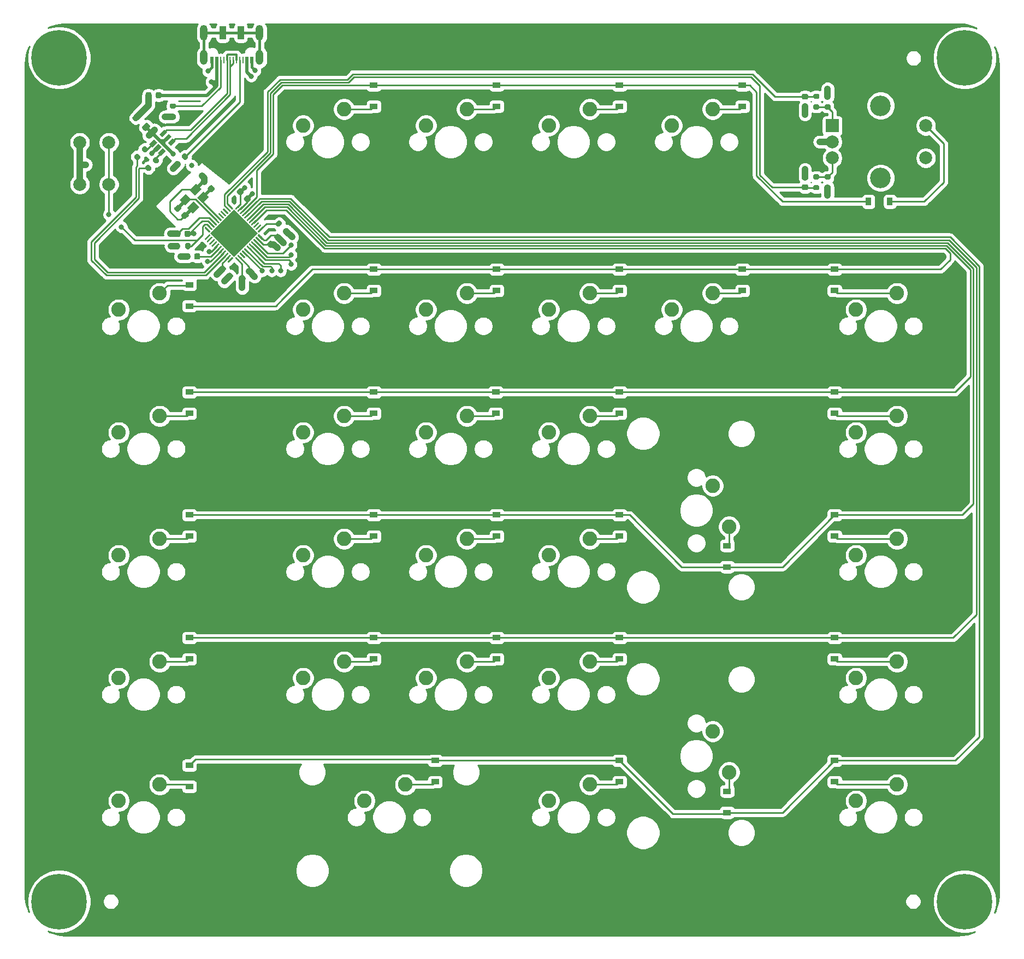
<source format=gbr>
%TF.GenerationSoftware,KiCad,Pcbnew,(5.1.8)-1*%
%TF.CreationDate,2021-01-10T14:28:28+02:00*%
%TF.ProjectId,OsseyPad,4f737365-7950-4616-942e-6b696361645f,rev?*%
%TF.SameCoordinates,Original*%
%TF.FileFunction,Copper,L4,Bot*%
%TF.FilePolarity,Positive*%
%FSLAX46Y46*%
G04 Gerber Fmt 4.6, Leading zero omitted, Abs format (unit mm)*
G04 Created by KiCad (PCBNEW (5.1.8)-1) date 2021-01-10 14:28:28*
%MOMM*%
%LPD*%
G01*
G04 APERTURE LIST*
%TA.AperFunction,ComponentPad*%
%ADD10O,1.200000X2.400000*%
%TD*%
%TA.AperFunction,ComponentPad*%
%ADD11O,1.158000X2.316000*%
%TD*%
%TA.AperFunction,SMDPad,CuDef*%
%ADD12R,1.000000X2.000000*%
%TD*%
%TA.AperFunction,SMDPad,CuDef*%
%ADD13R,0.270000X1.000000*%
%TD*%
%TA.AperFunction,SMDPad,CuDef*%
%ADD14R,0.520000X1.000000*%
%TD*%
%TA.AperFunction,ComponentPad*%
%ADD15C,2.250000*%
%TD*%
%TA.AperFunction,SMDPad,CuDef*%
%ADD16R,0.900000X1.200000*%
%TD*%
%TA.AperFunction,ComponentPad*%
%ADD17R,2.000000X2.000000*%
%TD*%
%TA.AperFunction,ComponentPad*%
%ADD18C,2.000000*%
%TD*%
%TA.AperFunction,ComponentPad*%
%ADD19C,3.200000*%
%TD*%
%TA.AperFunction,SMDPad,CuDef*%
%ADD20C,0.100000*%
%TD*%
%TA.AperFunction,ComponentPad*%
%ADD21C,0.900000*%
%TD*%
%TA.AperFunction,ComponentPad*%
%ADD22C,8.600000*%
%TD*%
%TA.AperFunction,SMDPad,CuDef*%
%ADD23R,1.200000X0.900000*%
%TD*%
%TA.AperFunction,ViaPad*%
%ADD24C,0.800000*%
%TD*%
%TA.AperFunction,Conductor*%
%ADD25C,0.250000*%
%TD*%
%TA.AperFunction,Conductor*%
%ADD26C,0.500000*%
%TD*%
%TA.AperFunction,Conductor*%
%ADD27C,1.000000*%
%TD*%
%TA.AperFunction,Conductor*%
%ADD28C,0.400000*%
%TD*%
%TA.AperFunction,Conductor*%
%ADD29C,0.300000*%
%TD*%
%TA.AperFunction,Conductor*%
%ADD30C,0.261112*%
%TD*%
%TA.AperFunction,NonConductor*%
%ADD31C,0.254000*%
%TD*%
%TA.AperFunction,NonConductor*%
%ADD32C,0.100000*%
%TD*%
G04 APERTURE END LIST*
D10*
%TO.P,J1,S6*%
%TO.N,Net-(J1-PadS1)*%
X56130000Y-23580000D03*
%TO.P,J1,S5*%
X47490000Y-23580000D03*
D11*
%TO.P,J1,S4*%
X56130000Y-27405000D03*
%TO.P,J1,S3*%
X47490000Y-27405000D03*
D12*
%TO.P,J1,S2*%
X53210000Y-23580000D03*
%TO.P,J1,S1*%
X50410000Y-23580000D03*
D13*
%TO.P,J1,9*%
%TO.N,Net-(J1-Pad9)*%
X53060000Y-27780000D03*
%TO.P,J1,8*%
%TO.N,USB_CONN_D-*%
X52560000Y-27780000D03*
%TO.P,J1,7*%
%TO.N,USB_CONN_D+*%
X52060000Y-27780000D03*
%TO.P,J1,6*%
X51560000Y-27780000D03*
%TO.P,J1,5*%
%TO.N,USB_CONN_D-*%
X51060000Y-27780000D03*
%TO.P,J1,4*%
%TO.N,Net-(J1-Pad4)*%
X50560000Y-27780000D03*
%TO.P,J1,10*%
%TO.N,Net-(J1-Pad10)*%
X53560000Y-27780000D03*
%TO.P,J1,3*%
%TO.N,Net-(J1-Pad3)*%
X50060000Y-27780000D03*
D14*
%TO.P,J1,11*%
%TO.N,VCC*%
X54160000Y-27780000D03*
%TO.P,J1,2*%
X49460000Y-27780000D03*
%TO.P,J1,12*%
%TO.N,GND*%
X54910000Y-27780000D03*
%TO.P,J1,1*%
X48710000Y-27780000D03*
%TD*%
D15*
%TO.P,MX1,2*%
%TO.N,Net-(D1-Pad2)*%
X69215000Y-35401250D03*
%TO.P,MX1,1*%
%TO.N,COL1*%
X62865000Y-37941250D03*
%TD*%
%TO.P,MX11,2*%
%TO.N,Net-(D12-Pad2)*%
X40640000Y-83026250D03*
%TO.P,MX11,1*%
%TO.N,COL0*%
X34290000Y-85566250D03*
%TD*%
D16*
%TO.P,D5,2*%
%TO.N,Net-(D5-Pad2)*%
X153825000Y-49756250D03*
%TO.P,D5,1*%
%TO.N,ROW0*%
X150525000Y-49756250D03*
%TD*%
D17*
%TO.P,SW1,A*%
%TO.N,Net-(R5-Pad2)*%
X144895000Y-37986250D03*
D18*
%TO.P,SW1,C*%
%TO.N,GND*%
X144895000Y-40486250D03*
%TO.P,SW1,B*%
%TO.N,Net-(R6-Pad2)*%
X144895000Y-42986250D03*
D19*
%TO.P,SW1,MP*%
%TO.N,N/C*%
X152395000Y-34886250D03*
X152395000Y-46086250D03*
D18*
%TO.P,SW1,S2*%
%TO.N,Net-(D5-Pad2)*%
X159395000Y-37986250D03*
%TO.P,SW1,S1*%
%TO.N,COL5*%
X159395000Y-42986250D03*
%TD*%
%TO.P,SW2,1*%
%TO.N,GND*%
X28243750Y-47075000D03*
%TO.P,SW2,2*%
%TO.N,RESET*%
X32743750Y-47075000D03*
%TO.P,SW2,1*%
%TO.N,GND*%
X28243750Y-40575000D03*
%TO.P,SW2,2*%
%TO.N,RESET*%
X32743750Y-40575000D03*
%TD*%
%TO.P,R11,2*%
%TO.N,Net-(J1-Pad9)*%
%TA.AperFunction,SMDPad,CuDef*%
G36*
G01*
X44469975Y-43250184D02*
X44081066Y-42861275D01*
G75*
G02*
X44081066Y-42578433I141421J141421D01*
G01*
X44363909Y-42295590D01*
G75*
G02*
X44646751Y-42295590I141421J-141421D01*
G01*
X45035660Y-42684499D01*
G75*
G02*
X45035660Y-42967341I-141421J-141421D01*
G01*
X44752817Y-43250184D01*
G75*
G02*
X44469975Y-43250184I-141421J141421D01*
G01*
G37*
%TD.AperFunction*%
%TO.P,R11,1*%
%TO.N,GND*%
%TA.AperFunction,SMDPad,CuDef*%
G36*
G01*
X43303249Y-44416910D02*
X42914340Y-44028001D01*
G75*
G02*
X42914340Y-43745159I141421J141421D01*
G01*
X43197183Y-43462316D01*
G75*
G02*
X43480025Y-43462316I141421J-141421D01*
G01*
X43868934Y-43851225D01*
G75*
G02*
X43868934Y-44134067I-141421J-141421D01*
G01*
X43586091Y-44416910D01*
G75*
G02*
X43303249Y-44416910I-141421J141421D01*
G01*
G37*
%TD.AperFunction*%
%TD*%
%TO.P,R10,2*%
%TO.N,Net-(J1-Pad3)*%
%TA.AperFunction,SMDPad,CuDef*%
G36*
G01*
X42950000Y-35331250D02*
X42400000Y-35331250D01*
G75*
G02*
X42200000Y-35131250I0J200000D01*
G01*
X42200000Y-34731250D01*
G75*
G02*
X42400000Y-34531250I200000J0D01*
G01*
X42950000Y-34531250D01*
G75*
G02*
X43150000Y-34731250I0J-200000D01*
G01*
X43150000Y-35131250D01*
G75*
G02*
X42950000Y-35331250I-200000J0D01*
G01*
G37*
%TD.AperFunction*%
%TO.P,R10,1*%
%TO.N,GND*%
%TA.AperFunction,SMDPad,CuDef*%
G36*
G01*
X42950000Y-36981250D02*
X42400000Y-36981250D01*
G75*
G02*
X42200000Y-36781250I0J200000D01*
G01*
X42200000Y-36381250D01*
G75*
G02*
X42400000Y-36181250I200000J0D01*
G01*
X42950000Y-36181250D01*
G75*
G02*
X43150000Y-36381250I0J-200000D01*
G01*
X43150000Y-36781250D01*
G75*
G02*
X42950000Y-36981250I-200000J0D01*
G01*
G37*
%TD.AperFunction*%
%TD*%
%TO.P,FB1,2*%
%TO.N,Net-(F1-Pad2)*%
%TA.AperFunction,SMDPad,CuDef*%
G36*
G01*
X37600561Y-36704165D02*
X37061392Y-37243334D01*
G75*
G02*
X36752032Y-37243334I-154680J154680D01*
G01*
X36442673Y-36933975D01*
G75*
G02*
X36442673Y-36624615I154680J154680D01*
G01*
X36981842Y-36085446D01*
G75*
G02*
X37291202Y-36085446I154680J-154680D01*
G01*
X37600561Y-36394805D01*
G75*
G02*
X37600561Y-36704165I-154680J-154680D01*
G01*
G37*
%TD.AperFunction*%
%TO.P,FB1,1*%
%TO.N,+5V*%
%TA.AperFunction,SMDPad,CuDef*%
G36*
G01*
X39103163Y-38206767D02*
X38563994Y-38745936D01*
G75*
G02*
X38254634Y-38745936I-154680J154680D01*
G01*
X37945275Y-38436577D01*
G75*
G02*
X37945275Y-38127217I154680J154680D01*
G01*
X38484444Y-37588048D01*
G75*
G02*
X38793804Y-37588048I154680J-154680D01*
G01*
X39103163Y-37897407D01*
G75*
G02*
X39103163Y-38206767I-154680J-154680D01*
G01*
G37*
%TD.AperFunction*%
%TD*%
%TO.P,F1,2*%
%TO.N,Net-(F1-Pad2)*%
%TA.AperFunction,SMDPad,CuDef*%
G36*
G01*
X39325000Y-33000000D02*
X39325000Y-33512500D01*
G75*
G02*
X39106250Y-33731250I-218750J0D01*
G01*
X38668750Y-33731250D01*
G75*
G02*
X38450000Y-33512500I0J218750D01*
G01*
X38450000Y-33000000D01*
G75*
G02*
X38668750Y-32781250I218750J0D01*
G01*
X39106250Y-32781250D01*
G75*
G02*
X39325000Y-33000000I0J-218750D01*
G01*
G37*
%TD.AperFunction*%
%TO.P,F1,1*%
%TO.N,VCC*%
%TA.AperFunction,SMDPad,CuDef*%
G36*
G01*
X40900000Y-33000000D02*
X40900000Y-33512500D01*
G75*
G02*
X40681250Y-33731250I-218750J0D01*
G01*
X40243750Y-33731250D01*
G75*
G02*
X40025000Y-33512500I0J218750D01*
G01*
X40025000Y-33000000D01*
G75*
G02*
X40243750Y-32781250I218750J0D01*
G01*
X40681250Y-32781250D01*
G75*
G02*
X40900000Y-33000000I0J-218750D01*
G01*
G37*
%TD.AperFunction*%
%TD*%
%TO.P,R8,2*%
%TO.N,ENC_1_B*%
%TA.AperFunction,SMDPad,CuDef*%
G36*
G01*
X142150000Y-47181250D02*
X142700000Y-47181250D01*
G75*
G02*
X142900000Y-47381250I0J-200000D01*
G01*
X142900000Y-47781250D01*
G75*
G02*
X142700000Y-47981250I-200000J0D01*
G01*
X142150000Y-47981250D01*
G75*
G02*
X141950000Y-47781250I0J200000D01*
G01*
X141950000Y-47381250D01*
G75*
G02*
X142150000Y-47181250I200000J0D01*
G01*
G37*
%TD.AperFunction*%
%TO.P,R8,1*%
%TO.N,Net-(R6-Pad2)*%
%TA.AperFunction,SMDPad,CuDef*%
G36*
G01*
X142150000Y-45531250D02*
X142700000Y-45531250D01*
G75*
G02*
X142900000Y-45731250I0J-200000D01*
G01*
X142900000Y-46131250D01*
G75*
G02*
X142700000Y-46331250I-200000J0D01*
G01*
X142150000Y-46331250D01*
G75*
G02*
X141950000Y-46131250I0J200000D01*
G01*
X141950000Y-45731250D01*
G75*
G02*
X142150000Y-45531250I200000J0D01*
G01*
G37*
%TD.AperFunction*%
%TD*%
%TO.P,R7,2*%
%TO.N,ENC_1_A*%
%TA.AperFunction,SMDPad,CuDef*%
G36*
G01*
X142700000Y-33831250D02*
X142150000Y-33831250D01*
G75*
G02*
X141950000Y-33631250I0J200000D01*
G01*
X141950000Y-33231250D01*
G75*
G02*
X142150000Y-33031250I200000J0D01*
G01*
X142700000Y-33031250D01*
G75*
G02*
X142900000Y-33231250I0J-200000D01*
G01*
X142900000Y-33631250D01*
G75*
G02*
X142700000Y-33831250I-200000J0D01*
G01*
G37*
%TD.AperFunction*%
%TO.P,R7,1*%
%TO.N,Net-(R5-Pad2)*%
%TA.AperFunction,SMDPad,CuDef*%
G36*
G01*
X142700000Y-35481250D02*
X142150000Y-35481250D01*
G75*
G02*
X141950000Y-35281250I0J200000D01*
G01*
X141950000Y-34881250D01*
G75*
G02*
X142150000Y-34681250I200000J0D01*
G01*
X142700000Y-34681250D01*
G75*
G02*
X142900000Y-34881250I0J-200000D01*
G01*
X142900000Y-35281250D01*
G75*
G02*
X142700000Y-35481250I-200000J0D01*
G01*
G37*
%TD.AperFunction*%
%TD*%
%TO.P,R6,2*%
%TO.N,Net-(R6-Pad2)*%
%TA.AperFunction,SMDPad,CuDef*%
G36*
G01*
X144450000Y-46331250D02*
X143900000Y-46331250D01*
G75*
G02*
X143700000Y-46131250I0J200000D01*
G01*
X143700000Y-45731250D01*
G75*
G02*
X143900000Y-45531250I200000J0D01*
G01*
X144450000Y-45531250D01*
G75*
G02*
X144650000Y-45731250I0J-200000D01*
G01*
X144650000Y-46131250D01*
G75*
G02*
X144450000Y-46331250I-200000J0D01*
G01*
G37*
%TD.AperFunction*%
%TO.P,R6,1*%
%TO.N,+5V*%
%TA.AperFunction,SMDPad,CuDef*%
G36*
G01*
X144450000Y-47981250D02*
X143900000Y-47981250D01*
G75*
G02*
X143700000Y-47781250I0J200000D01*
G01*
X143700000Y-47381250D01*
G75*
G02*
X143900000Y-47181250I200000J0D01*
G01*
X144450000Y-47181250D01*
G75*
G02*
X144650000Y-47381250I0J-200000D01*
G01*
X144650000Y-47781250D01*
G75*
G02*
X144450000Y-47981250I-200000J0D01*
G01*
G37*
%TD.AperFunction*%
%TD*%
%TO.P,R5,2*%
%TO.N,Net-(R5-Pad2)*%
%TA.AperFunction,SMDPad,CuDef*%
G36*
G01*
X143900000Y-34681250D02*
X144450000Y-34681250D01*
G75*
G02*
X144650000Y-34881250I0J-200000D01*
G01*
X144650000Y-35281250D01*
G75*
G02*
X144450000Y-35481250I-200000J0D01*
G01*
X143900000Y-35481250D01*
G75*
G02*
X143700000Y-35281250I0J200000D01*
G01*
X143700000Y-34881250D01*
G75*
G02*
X143900000Y-34681250I200000J0D01*
G01*
G37*
%TD.AperFunction*%
%TO.P,R5,1*%
%TO.N,+5V*%
%TA.AperFunction,SMDPad,CuDef*%
G36*
G01*
X143900000Y-33031250D02*
X144450000Y-33031250D01*
G75*
G02*
X144650000Y-33231250I0J-200000D01*
G01*
X144650000Y-33631250D01*
G75*
G02*
X144450000Y-33831250I-200000J0D01*
G01*
X143900000Y-33831250D01*
G75*
G02*
X143700000Y-33631250I0J200000D01*
G01*
X143700000Y-33231250D01*
G75*
G02*
X143900000Y-33031250I200000J0D01*
G01*
G37*
%TD.AperFunction*%
%TD*%
%TO.P,C10,2*%
%TO.N,GND*%
%TA.AperFunction,SMDPad,CuDef*%
G36*
G01*
X140425000Y-34581250D02*
X140925000Y-34581250D01*
G75*
G02*
X141150000Y-34806250I0J-225000D01*
G01*
X141150000Y-35256250D01*
G75*
G02*
X140925000Y-35481250I-225000J0D01*
G01*
X140425000Y-35481250D01*
G75*
G02*
X140200000Y-35256250I0J225000D01*
G01*
X140200000Y-34806250D01*
G75*
G02*
X140425000Y-34581250I225000J0D01*
G01*
G37*
%TD.AperFunction*%
%TO.P,C10,1*%
%TO.N,ENC_1_A*%
%TA.AperFunction,SMDPad,CuDef*%
G36*
G01*
X140425000Y-33031250D02*
X140925000Y-33031250D01*
G75*
G02*
X141150000Y-33256250I0J-225000D01*
G01*
X141150000Y-33706250D01*
G75*
G02*
X140925000Y-33931250I-225000J0D01*
G01*
X140425000Y-33931250D01*
G75*
G02*
X140200000Y-33706250I0J225000D01*
G01*
X140200000Y-33256250D01*
G75*
G02*
X140425000Y-33031250I225000J0D01*
G01*
G37*
%TD.AperFunction*%
%TD*%
%TO.P,C9,2*%
%TO.N,GND*%
%TA.AperFunction,SMDPad,CuDef*%
G36*
G01*
X140925000Y-46431250D02*
X140425000Y-46431250D01*
G75*
G02*
X140200000Y-46206250I0J225000D01*
G01*
X140200000Y-45756250D01*
G75*
G02*
X140425000Y-45531250I225000J0D01*
G01*
X140925000Y-45531250D01*
G75*
G02*
X141150000Y-45756250I0J-225000D01*
G01*
X141150000Y-46206250D01*
G75*
G02*
X140925000Y-46431250I-225000J0D01*
G01*
G37*
%TD.AperFunction*%
%TO.P,C9,1*%
%TO.N,ENC_1_B*%
%TA.AperFunction,SMDPad,CuDef*%
G36*
G01*
X140925000Y-47981250D02*
X140425000Y-47981250D01*
G75*
G02*
X140200000Y-47756250I0J225000D01*
G01*
X140200000Y-47306250D01*
G75*
G02*
X140425000Y-47081250I225000J0D01*
G01*
X140925000Y-47081250D01*
G75*
G02*
X141150000Y-47306250I0J-225000D01*
G01*
X141150000Y-47756250D01*
G75*
G02*
X140925000Y-47981250I-225000J0D01*
G01*
G37*
%TD.AperFunction*%
%TD*%
D15*
%TO.P,MX5,2*%
%TO.N,Net-(D6-Pad2)*%
X40640000Y-63976250D03*
%TO.P,MX5,1*%
%TO.N,COL0*%
X34290000Y-66516250D03*
%TD*%
%TO.P,C4,2*%
%TO.N,GND*%
%TA.AperFunction,SMDPad,CuDef*%
G36*
G01*
X50978033Y-61162837D02*
X51331587Y-60809283D01*
G75*
G02*
X51649785Y-60809283I159099J-159099D01*
G01*
X51967983Y-61127481D01*
G75*
G02*
X51967983Y-61445679I-159099J-159099D01*
G01*
X51614429Y-61799233D01*
G75*
G02*
X51296231Y-61799233I-159099J159099D01*
G01*
X50978033Y-61481035D01*
G75*
G02*
X50978033Y-61162837I159099J159099D01*
G01*
G37*
%TD.AperFunction*%
%TO.P,C4,1*%
%TO.N,+5V*%
%TA.AperFunction,SMDPad,CuDef*%
G36*
G01*
X49882017Y-60066821D02*
X50235571Y-59713267D01*
G75*
G02*
X50553769Y-59713267I159099J-159099D01*
G01*
X50871967Y-60031465D01*
G75*
G02*
X50871967Y-60349663I-159099J-159099D01*
G01*
X50518413Y-60703217D01*
G75*
G02*
X50200215Y-60703217I-159099J159099D01*
G01*
X49882017Y-60385019D01*
G75*
G02*
X49882017Y-60066821I159099J159099D01*
G01*
G37*
%TD.AperFunction*%
%TD*%
%TA.AperFunction,SMDPad,CuDef*%
D20*
%TO.P,Y1,4*%
%TO.N,GND*%
G36*
X46245711Y-46958332D02*
G01*
X47094239Y-47806860D01*
X46104289Y-48796810D01*
X45255761Y-47948282D01*
X46245711Y-46958332D01*
G37*
%TD.AperFunction*%
%TA.AperFunction,SMDPad,CuDef*%
%TO.P,Y1,3*%
%TO.N,XTAL2*%
G36*
X44690076Y-48513967D02*
G01*
X45538604Y-49362495D01*
X44548654Y-50352445D01*
X43700126Y-49503917D01*
X44690076Y-48513967D01*
G37*
%TD.AperFunction*%
%TA.AperFunction,SMDPad,CuDef*%
%TO.P,Y1,2*%
%TO.N,GND*%
G36*
X45892157Y-49716048D02*
G01*
X46740685Y-50564576D01*
X45750735Y-51554526D01*
X44902207Y-50705998D01*
X45892157Y-49716048D01*
G37*
%TD.AperFunction*%
%TA.AperFunction,SMDPad,CuDef*%
%TO.P,Y1,1*%
%TO.N,XTAL1*%
G36*
X47447792Y-48160413D02*
G01*
X48296320Y-49008941D01*
X47306370Y-49998891D01*
X46457842Y-49150363D01*
X47447792Y-48160413D01*
G37*
%TD.AperFunction*%
%TD*%
%TA.AperFunction,SMDPad,CuDef*%
%TO.P,U1,5*%
%TO.N,+5V*%
G36*
X41707967Y-40445644D02*
G01*
X41248348Y-39986025D01*
X41997881Y-39236492D01*
X42457500Y-39696111D01*
X41707967Y-40445644D01*
G37*
%TD.AperFunction*%
%TA.AperFunction,SMDPad,CuDef*%
%TO.P,U1,6*%
%TO.N,USB_CONN_D+*%
G36*
X42379719Y-41117395D02*
G01*
X41920100Y-40657776D01*
X42669633Y-39908243D01*
X43129252Y-40367862D01*
X42379719Y-41117395D01*
G37*
%TD.AperFunction*%
%TA.AperFunction,SMDPad,CuDef*%
%TO.P,U1,4*%
%TO.N,USB_CONN_D-*%
G36*
X41036216Y-39773892D02*
G01*
X40576597Y-39314273D01*
X41326130Y-38564740D01*
X41785749Y-39024359D01*
X41036216Y-39773892D01*
G37*
%TD.AperFunction*%
%TA.AperFunction,SMDPad,CuDef*%
%TO.P,U1,3*%
%TO.N,D-*%
G36*
X39480581Y-41329527D02*
G01*
X39020962Y-40869908D01*
X39770495Y-40120375D01*
X40230114Y-40579994D01*
X39480581Y-41329527D01*
G37*
%TD.AperFunction*%
%TA.AperFunction,SMDPad,CuDef*%
%TO.P,U1,2*%
%TO.N,GND*%
G36*
X40152333Y-42001278D02*
G01*
X39692714Y-41541659D01*
X40442247Y-40792126D01*
X40901866Y-41251745D01*
X40152333Y-42001278D01*
G37*
%TD.AperFunction*%
%TA.AperFunction,SMDPad,CuDef*%
%TO.P,U1,1*%
%TO.N,D+*%
G36*
X40824084Y-42673030D02*
G01*
X40364465Y-42213411D01*
X41113998Y-41463878D01*
X41573617Y-41923497D01*
X40824084Y-42673030D01*
G37*
%TD.AperFunction*%
%TD*%
%TA.AperFunction,SMDPad,CuDef*%
%TO.P,U2,45*%
%TO.N,GND*%
G36*
X52175000Y-58352444D02*
G01*
X48498045Y-54675489D01*
X52175000Y-50998534D01*
X55851955Y-54675489D01*
X52175000Y-58352444D01*
G37*
%TD.AperFunction*%
%TO.P,U2,44*%
%TO.N,+5V*%
%TA.AperFunction,SMDPad,CuDef*%
G36*
G01*
X53014690Y-59227489D02*
X52342938Y-58555737D01*
G75*
G02*
X52342938Y-58467349I44194J44194D01*
G01*
X52431326Y-58378961D01*
G75*
G02*
X52519714Y-58378961I44194J-44194D01*
G01*
X53191466Y-59050713D01*
G75*
G02*
X53191466Y-59139101I-44194J-44194D01*
G01*
X53103078Y-59227489D01*
G75*
G02*
X53014690Y-59227489I-44194J44194D01*
G01*
G37*
%TD.AperFunction*%
%TO.P,U2,43*%
%TO.N,GND*%
%TA.AperFunction,SMDPad,CuDef*%
G36*
G01*
X53368243Y-58873935D02*
X52696491Y-58202183D01*
G75*
G02*
X52696491Y-58113795I44194J44194D01*
G01*
X52784879Y-58025407D01*
G75*
G02*
X52873267Y-58025407I44194J-44194D01*
G01*
X53545019Y-58697159D01*
G75*
G02*
X53545019Y-58785547I-44194J-44194D01*
G01*
X53456631Y-58873935D01*
G75*
G02*
X53368243Y-58873935I-44194J44194D01*
G01*
G37*
%TD.AperFunction*%
%TO.P,U2,42*%
%TO.N,Net-(U2-Pad42)*%
%TA.AperFunction,SMDPad,CuDef*%
G36*
G01*
X53721797Y-58520382D02*
X53050045Y-57848630D01*
G75*
G02*
X53050045Y-57760242I44194J44194D01*
G01*
X53138433Y-57671854D01*
G75*
G02*
X53226821Y-57671854I44194J-44194D01*
G01*
X53898573Y-58343606D01*
G75*
G02*
X53898573Y-58431994I-44194J-44194D01*
G01*
X53810185Y-58520382D01*
G75*
G02*
X53721797Y-58520382I-44194J44194D01*
G01*
G37*
%TD.AperFunction*%
%TO.P,U2,41*%
%TO.N,COL0*%
%TA.AperFunction,SMDPad,CuDef*%
G36*
G01*
X54075350Y-58166829D02*
X53403598Y-57495077D01*
G75*
G02*
X53403598Y-57406689I44194J44194D01*
G01*
X53491986Y-57318301D01*
G75*
G02*
X53580374Y-57318301I44194J-44194D01*
G01*
X54252126Y-57990053D01*
G75*
G02*
X54252126Y-58078441I-44194J-44194D01*
G01*
X54163738Y-58166829D01*
G75*
G02*
X54075350Y-58166829I-44194J44194D01*
G01*
G37*
%TD.AperFunction*%
%TO.P,U2,40*%
%TO.N,COL5*%
%TA.AperFunction,SMDPad,CuDef*%
G36*
G01*
X54428903Y-57813275D02*
X53757151Y-57141523D01*
G75*
G02*
X53757151Y-57053135I44194J44194D01*
G01*
X53845539Y-56964747D01*
G75*
G02*
X53933927Y-56964747I44194J-44194D01*
G01*
X54605679Y-57636499D01*
G75*
G02*
X54605679Y-57724887I-44194J-44194D01*
G01*
X54517291Y-57813275D01*
G75*
G02*
X54428903Y-57813275I-44194J44194D01*
G01*
G37*
%TD.AperFunction*%
%TO.P,U2,39*%
%TO.N,COL4*%
%TA.AperFunction,SMDPad,CuDef*%
G36*
G01*
X54782457Y-57459722D02*
X54110705Y-56787970D01*
G75*
G02*
X54110705Y-56699582I44194J44194D01*
G01*
X54199093Y-56611194D01*
G75*
G02*
X54287481Y-56611194I44194J-44194D01*
G01*
X54959233Y-57282946D01*
G75*
G02*
X54959233Y-57371334I-44194J-44194D01*
G01*
X54870845Y-57459722D01*
G75*
G02*
X54782457Y-57459722I-44194J44194D01*
G01*
G37*
%TD.AperFunction*%
%TO.P,U2,38*%
%TO.N,COL3*%
%TA.AperFunction,SMDPad,CuDef*%
G36*
G01*
X55136010Y-57106168D02*
X54464258Y-56434416D01*
G75*
G02*
X54464258Y-56346028I44194J44194D01*
G01*
X54552646Y-56257640D01*
G75*
G02*
X54641034Y-56257640I44194J-44194D01*
G01*
X55312786Y-56929392D01*
G75*
G02*
X55312786Y-57017780I-44194J-44194D01*
G01*
X55224398Y-57106168D01*
G75*
G02*
X55136010Y-57106168I-44194J44194D01*
G01*
G37*
%TD.AperFunction*%
%TO.P,U2,37*%
%TO.N,COL2*%
%TA.AperFunction,SMDPad,CuDef*%
G36*
G01*
X55489564Y-56752615D02*
X54817812Y-56080863D01*
G75*
G02*
X54817812Y-55992475I44194J44194D01*
G01*
X54906200Y-55904087D01*
G75*
G02*
X54994588Y-55904087I44194J-44194D01*
G01*
X55666340Y-56575839D01*
G75*
G02*
X55666340Y-56664227I-44194J-44194D01*
G01*
X55577952Y-56752615D01*
G75*
G02*
X55489564Y-56752615I-44194J44194D01*
G01*
G37*
%TD.AperFunction*%
%TO.P,U2,36*%
%TO.N,COL1*%
%TA.AperFunction,SMDPad,CuDef*%
G36*
G01*
X55843117Y-56399062D02*
X55171365Y-55727310D01*
G75*
G02*
X55171365Y-55638922I44194J44194D01*
G01*
X55259753Y-55550534D01*
G75*
G02*
X55348141Y-55550534I44194J-44194D01*
G01*
X56019893Y-56222286D01*
G75*
G02*
X56019893Y-56310674I-44194J-44194D01*
G01*
X55931505Y-56399062D01*
G75*
G02*
X55843117Y-56399062I-44194J44194D01*
G01*
G37*
%TD.AperFunction*%
%TO.P,U2,35*%
%TO.N,GND*%
%TA.AperFunction,SMDPad,CuDef*%
G36*
G01*
X56196670Y-56045508D02*
X55524918Y-55373756D01*
G75*
G02*
X55524918Y-55285368I44194J44194D01*
G01*
X55613306Y-55196980D01*
G75*
G02*
X55701694Y-55196980I44194J-44194D01*
G01*
X56373446Y-55868732D01*
G75*
G02*
X56373446Y-55957120I-44194J-44194D01*
G01*
X56285058Y-56045508D01*
G75*
G02*
X56196670Y-56045508I-44194J44194D01*
G01*
G37*
%TD.AperFunction*%
%TO.P,U2,34*%
%TO.N,+5V*%
%TA.AperFunction,SMDPad,CuDef*%
G36*
G01*
X56550224Y-55691955D02*
X55878472Y-55020203D01*
G75*
G02*
X55878472Y-54931815I44194J44194D01*
G01*
X55966860Y-54843427D01*
G75*
G02*
X56055248Y-54843427I44194J-44194D01*
G01*
X56727000Y-55515179D01*
G75*
G02*
X56727000Y-55603567I-44194J-44194D01*
G01*
X56638612Y-55691955D01*
G75*
G02*
X56550224Y-55691955I-44194J44194D01*
G01*
G37*
%TD.AperFunction*%
%TO.P,U2,33*%
%TO.N,Net-(R4-Pad2)*%
%TA.AperFunction,SMDPad,CuDef*%
G36*
G01*
X55966860Y-54507551D02*
X55878472Y-54419163D01*
G75*
G02*
X55878472Y-54330775I44194J44194D01*
G01*
X56550224Y-53659023D01*
G75*
G02*
X56638612Y-53659023I44194J-44194D01*
G01*
X56727000Y-53747411D01*
G75*
G02*
X56727000Y-53835799I-44194J-44194D01*
G01*
X56055248Y-54507551D01*
G75*
G02*
X55966860Y-54507551I-44194J44194D01*
G01*
G37*
%TD.AperFunction*%
%TO.P,U2,32*%
%TO.N,Net-(U2-Pad32)*%
%TA.AperFunction,SMDPad,CuDef*%
G36*
G01*
X55613306Y-54153998D02*
X55524918Y-54065610D01*
G75*
G02*
X55524918Y-53977222I44194J44194D01*
G01*
X56196670Y-53305470D01*
G75*
G02*
X56285058Y-53305470I44194J-44194D01*
G01*
X56373446Y-53393858D01*
G75*
G02*
X56373446Y-53482246I-44194J-44194D01*
G01*
X55701694Y-54153998D01*
G75*
G02*
X55613306Y-54153998I-44194J44194D01*
G01*
G37*
%TD.AperFunction*%
%TO.P,U2,31*%
%TO.N,Net-(U2-Pad31)*%
%TA.AperFunction,SMDPad,CuDef*%
G36*
G01*
X55259753Y-53800444D02*
X55171365Y-53712056D01*
G75*
G02*
X55171365Y-53623668I44194J44194D01*
G01*
X55843117Y-52951916D01*
G75*
G02*
X55931505Y-52951916I44194J-44194D01*
G01*
X56019893Y-53040304D01*
G75*
G02*
X56019893Y-53128692I-44194J-44194D01*
G01*
X55348141Y-53800444D01*
G75*
G02*
X55259753Y-53800444I-44194J44194D01*
G01*
G37*
%TD.AperFunction*%
%TO.P,U2,30*%
%TO.N,ROW1*%
%TA.AperFunction,SMDPad,CuDef*%
G36*
G01*
X54906200Y-53446891D02*
X54817812Y-53358503D01*
G75*
G02*
X54817812Y-53270115I44194J44194D01*
G01*
X55489564Y-52598363D01*
G75*
G02*
X55577952Y-52598363I44194J-44194D01*
G01*
X55666340Y-52686751D01*
G75*
G02*
X55666340Y-52775139I-44194J-44194D01*
G01*
X54994588Y-53446891D01*
G75*
G02*
X54906200Y-53446891I-44194J44194D01*
G01*
G37*
%TD.AperFunction*%
%TO.P,U2,29*%
%TO.N,ROW2*%
%TA.AperFunction,SMDPad,CuDef*%
G36*
G01*
X54552646Y-53093338D02*
X54464258Y-53004950D01*
G75*
G02*
X54464258Y-52916562I44194J44194D01*
G01*
X55136010Y-52244810D01*
G75*
G02*
X55224398Y-52244810I44194J-44194D01*
G01*
X55312786Y-52333198D01*
G75*
G02*
X55312786Y-52421586I-44194J-44194D01*
G01*
X54641034Y-53093338D01*
G75*
G02*
X54552646Y-53093338I-44194J44194D01*
G01*
G37*
%TD.AperFunction*%
%TO.P,U2,28*%
%TO.N,ROW3*%
%TA.AperFunction,SMDPad,CuDef*%
G36*
G01*
X54199093Y-52739784D02*
X54110705Y-52651396D01*
G75*
G02*
X54110705Y-52563008I44194J44194D01*
G01*
X54782457Y-51891256D01*
G75*
G02*
X54870845Y-51891256I44194J-44194D01*
G01*
X54959233Y-51979644D01*
G75*
G02*
X54959233Y-52068032I-44194J-44194D01*
G01*
X54287481Y-52739784D01*
G75*
G02*
X54199093Y-52739784I-44194J44194D01*
G01*
G37*
%TD.AperFunction*%
%TO.P,U2,27*%
%TO.N,ROW4*%
%TA.AperFunction,SMDPad,CuDef*%
G36*
G01*
X53845539Y-52386231D02*
X53757151Y-52297843D01*
G75*
G02*
X53757151Y-52209455I44194J44194D01*
G01*
X54428903Y-51537703D01*
G75*
G02*
X54517291Y-51537703I44194J-44194D01*
G01*
X54605679Y-51626091D01*
G75*
G02*
X54605679Y-51714479I-44194J-44194D01*
G01*
X53933927Y-52386231D01*
G75*
G02*
X53845539Y-52386231I-44194J44194D01*
G01*
G37*
%TD.AperFunction*%
%TO.P,U2,26*%
%TO.N,ROW5*%
%TA.AperFunction,SMDPad,CuDef*%
G36*
G01*
X53491986Y-52032677D02*
X53403598Y-51944289D01*
G75*
G02*
X53403598Y-51855901I44194J44194D01*
G01*
X54075350Y-51184149D01*
G75*
G02*
X54163738Y-51184149I44194J-44194D01*
G01*
X54252126Y-51272537D01*
G75*
G02*
X54252126Y-51360925I-44194J-44194D01*
G01*
X53580374Y-52032677D01*
G75*
G02*
X53491986Y-52032677I-44194J44194D01*
G01*
G37*
%TD.AperFunction*%
%TO.P,U2,25*%
%TO.N,ROW0*%
%TA.AperFunction,SMDPad,CuDef*%
G36*
G01*
X53138433Y-51679124D02*
X53050045Y-51590736D01*
G75*
G02*
X53050045Y-51502348I44194J44194D01*
G01*
X53721797Y-50830596D01*
G75*
G02*
X53810185Y-50830596I44194J-44194D01*
G01*
X53898573Y-50918984D01*
G75*
G02*
X53898573Y-51007372I-44194J-44194D01*
G01*
X53226821Y-51679124D01*
G75*
G02*
X53138433Y-51679124I-44194J44194D01*
G01*
G37*
%TD.AperFunction*%
%TO.P,U2,24*%
%TO.N,+5V*%
%TA.AperFunction,SMDPad,CuDef*%
G36*
G01*
X52784879Y-51325571D02*
X52696491Y-51237183D01*
G75*
G02*
X52696491Y-51148795I44194J44194D01*
G01*
X53368243Y-50477043D01*
G75*
G02*
X53456631Y-50477043I44194J-44194D01*
G01*
X53545019Y-50565431D01*
G75*
G02*
X53545019Y-50653819I-44194J-44194D01*
G01*
X52873267Y-51325571D01*
G75*
G02*
X52784879Y-51325571I-44194J44194D01*
G01*
G37*
%TD.AperFunction*%
%TO.P,U2,23*%
%TO.N,GND*%
%TA.AperFunction,SMDPad,CuDef*%
G36*
G01*
X52431326Y-50972017D02*
X52342938Y-50883629D01*
G75*
G02*
X52342938Y-50795241I44194J44194D01*
G01*
X53014690Y-50123489D01*
G75*
G02*
X53103078Y-50123489I44194J-44194D01*
G01*
X53191466Y-50211877D01*
G75*
G02*
X53191466Y-50300265I-44194J-44194D01*
G01*
X52519714Y-50972017D01*
G75*
G02*
X52431326Y-50972017I-44194J44194D01*
G01*
G37*
%TD.AperFunction*%
%TO.P,U2,22*%
%TO.N,ENC_1_B*%
%TA.AperFunction,SMDPad,CuDef*%
G36*
G01*
X51830286Y-50972017D02*
X51158534Y-50300265D01*
G75*
G02*
X51158534Y-50211877I44194J44194D01*
G01*
X51246922Y-50123489D01*
G75*
G02*
X51335310Y-50123489I44194J-44194D01*
G01*
X52007062Y-50795241D01*
G75*
G02*
X52007062Y-50883629I-44194J-44194D01*
G01*
X51918674Y-50972017D01*
G75*
G02*
X51830286Y-50972017I-44194J44194D01*
G01*
G37*
%TD.AperFunction*%
%TO.P,U2,21*%
%TO.N,ENC_1_A*%
%TA.AperFunction,SMDPad,CuDef*%
G36*
G01*
X51476733Y-51325571D02*
X50804981Y-50653819D01*
G75*
G02*
X50804981Y-50565431I44194J44194D01*
G01*
X50893369Y-50477043D01*
G75*
G02*
X50981757Y-50477043I44194J-44194D01*
G01*
X51653509Y-51148795D01*
G75*
G02*
X51653509Y-51237183I-44194J-44194D01*
G01*
X51565121Y-51325571D01*
G75*
G02*
X51476733Y-51325571I-44194J44194D01*
G01*
G37*
%TD.AperFunction*%
%TO.P,U2,20*%
%TO.N,Net-(U2-Pad20)*%
%TA.AperFunction,SMDPad,CuDef*%
G36*
G01*
X51123179Y-51679124D02*
X50451427Y-51007372D01*
G75*
G02*
X50451427Y-50918984I44194J44194D01*
G01*
X50539815Y-50830596D01*
G75*
G02*
X50628203Y-50830596I44194J-44194D01*
G01*
X51299955Y-51502348D01*
G75*
G02*
X51299955Y-51590736I-44194J-44194D01*
G01*
X51211567Y-51679124D01*
G75*
G02*
X51123179Y-51679124I-44194J44194D01*
G01*
G37*
%TD.AperFunction*%
%TO.P,U2,19*%
%TO.N,Net-(U2-Pad19)*%
%TA.AperFunction,SMDPad,CuDef*%
G36*
G01*
X50769626Y-52032677D02*
X50097874Y-51360925D01*
G75*
G02*
X50097874Y-51272537I44194J44194D01*
G01*
X50186262Y-51184149D01*
G75*
G02*
X50274650Y-51184149I44194J-44194D01*
G01*
X50946402Y-51855901D01*
G75*
G02*
X50946402Y-51944289I-44194J-44194D01*
G01*
X50858014Y-52032677D01*
G75*
G02*
X50769626Y-52032677I-44194J44194D01*
G01*
G37*
%TD.AperFunction*%
%TO.P,U2,18*%
%TO.N,Net-(U2-Pad18)*%
%TA.AperFunction,SMDPad,CuDef*%
G36*
G01*
X50416073Y-52386231D02*
X49744321Y-51714479D01*
G75*
G02*
X49744321Y-51626091I44194J44194D01*
G01*
X49832709Y-51537703D01*
G75*
G02*
X49921097Y-51537703I44194J-44194D01*
G01*
X50592849Y-52209455D01*
G75*
G02*
X50592849Y-52297843I-44194J-44194D01*
G01*
X50504461Y-52386231D01*
G75*
G02*
X50416073Y-52386231I-44194J44194D01*
G01*
G37*
%TD.AperFunction*%
%TO.P,U2,17*%
%TO.N,XTAL1*%
%TA.AperFunction,SMDPad,CuDef*%
G36*
G01*
X50062519Y-52739784D02*
X49390767Y-52068032D01*
G75*
G02*
X49390767Y-51979644I44194J44194D01*
G01*
X49479155Y-51891256D01*
G75*
G02*
X49567543Y-51891256I44194J-44194D01*
G01*
X50239295Y-52563008D01*
G75*
G02*
X50239295Y-52651396I-44194J-44194D01*
G01*
X50150907Y-52739784D01*
G75*
G02*
X50062519Y-52739784I-44194J44194D01*
G01*
G37*
%TD.AperFunction*%
%TO.P,U2,16*%
%TO.N,XTAL2*%
%TA.AperFunction,SMDPad,CuDef*%
G36*
G01*
X49708966Y-53093338D02*
X49037214Y-52421586D01*
G75*
G02*
X49037214Y-52333198I44194J44194D01*
G01*
X49125602Y-52244810D01*
G75*
G02*
X49213990Y-52244810I44194J-44194D01*
G01*
X49885742Y-52916562D01*
G75*
G02*
X49885742Y-53004950I-44194J-44194D01*
G01*
X49797354Y-53093338D01*
G75*
G02*
X49708966Y-53093338I-44194J44194D01*
G01*
G37*
%TD.AperFunction*%
%TO.P,U2,15*%
%TO.N,GND*%
%TA.AperFunction,SMDPad,CuDef*%
G36*
G01*
X49355412Y-53446891D02*
X48683660Y-52775139D01*
G75*
G02*
X48683660Y-52686751I44194J44194D01*
G01*
X48772048Y-52598363D01*
G75*
G02*
X48860436Y-52598363I44194J-44194D01*
G01*
X49532188Y-53270115D01*
G75*
G02*
X49532188Y-53358503I-44194J-44194D01*
G01*
X49443800Y-53446891D01*
G75*
G02*
X49355412Y-53446891I-44194J44194D01*
G01*
G37*
%TD.AperFunction*%
%TO.P,U2,14*%
%TO.N,+5V*%
%TA.AperFunction,SMDPad,CuDef*%
G36*
G01*
X49001859Y-53800444D02*
X48330107Y-53128692D01*
G75*
G02*
X48330107Y-53040304I44194J44194D01*
G01*
X48418495Y-52951916D01*
G75*
G02*
X48506883Y-52951916I44194J-44194D01*
G01*
X49178635Y-53623668D01*
G75*
G02*
X49178635Y-53712056I-44194J-44194D01*
G01*
X49090247Y-53800444D01*
G75*
G02*
X49001859Y-53800444I-44194J44194D01*
G01*
G37*
%TD.AperFunction*%
%TO.P,U2,13*%
%TO.N,RESET*%
%TA.AperFunction,SMDPad,CuDef*%
G36*
G01*
X48648306Y-54153998D02*
X47976554Y-53482246D01*
G75*
G02*
X47976554Y-53393858I44194J44194D01*
G01*
X48064942Y-53305470D01*
G75*
G02*
X48153330Y-53305470I44194J-44194D01*
G01*
X48825082Y-53977222D01*
G75*
G02*
X48825082Y-54065610I-44194J-44194D01*
G01*
X48736694Y-54153998D01*
G75*
G02*
X48648306Y-54153998I-44194J44194D01*
G01*
G37*
%TD.AperFunction*%
%TO.P,U2,12*%
%TO.N,Net-(U2-Pad12)*%
%TA.AperFunction,SMDPad,CuDef*%
G36*
G01*
X48294752Y-54507551D02*
X47623000Y-53835799D01*
G75*
G02*
X47623000Y-53747411I44194J44194D01*
G01*
X47711388Y-53659023D01*
G75*
G02*
X47799776Y-53659023I44194J-44194D01*
G01*
X48471528Y-54330775D01*
G75*
G02*
X48471528Y-54419163I-44194J-44194D01*
G01*
X48383140Y-54507551D01*
G75*
G02*
X48294752Y-54507551I-44194J44194D01*
G01*
G37*
%TD.AperFunction*%
%TO.P,U2,11*%
%TO.N,Net-(U2-Pad11)*%
%TA.AperFunction,SMDPad,CuDef*%
G36*
G01*
X47711388Y-55691955D02*
X47623000Y-55603567D01*
G75*
G02*
X47623000Y-55515179I44194J44194D01*
G01*
X48294752Y-54843427D01*
G75*
G02*
X48383140Y-54843427I44194J-44194D01*
G01*
X48471528Y-54931815D01*
G75*
G02*
X48471528Y-55020203I-44194J-44194D01*
G01*
X47799776Y-55691955D01*
G75*
G02*
X47711388Y-55691955I-44194J44194D01*
G01*
G37*
%TD.AperFunction*%
%TO.P,U2,10*%
%TO.N,Net-(U2-Pad10)*%
%TA.AperFunction,SMDPad,CuDef*%
G36*
G01*
X48064942Y-56045508D02*
X47976554Y-55957120D01*
G75*
G02*
X47976554Y-55868732I44194J44194D01*
G01*
X48648306Y-55196980D01*
G75*
G02*
X48736694Y-55196980I44194J-44194D01*
G01*
X48825082Y-55285368D01*
G75*
G02*
X48825082Y-55373756I-44194J-44194D01*
G01*
X48153330Y-56045508D01*
G75*
G02*
X48064942Y-56045508I-44194J44194D01*
G01*
G37*
%TD.AperFunction*%
%TO.P,U2,9*%
%TO.N,Net-(U2-Pad9)*%
%TA.AperFunction,SMDPad,CuDef*%
G36*
G01*
X48418495Y-56399062D02*
X48330107Y-56310674D01*
G75*
G02*
X48330107Y-56222286I44194J44194D01*
G01*
X49001859Y-55550534D01*
G75*
G02*
X49090247Y-55550534I44194J-44194D01*
G01*
X49178635Y-55638922D01*
G75*
G02*
X49178635Y-55727310I-44194J-44194D01*
G01*
X48506883Y-56399062D01*
G75*
G02*
X48418495Y-56399062I-44194J44194D01*
G01*
G37*
%TD.AperFunction*%
%TO.P,U2,8*%
%TO.N,Net-(U2-Pad8)*%
%TA.AperFunction,SMDPad,CuDef*%
G36*
G01*
X48772048Y-56752615D02*
X48683660Y-56664227D01*
G75*
G02*
X48683660Y-56575839I44194J44194D01*
G01*
X49355412Y-55904087D01*
G75*
G02*
X49443800Y-55904087I44194J-44194D01*
G01*
X49532188Y-55992475D01*
G75*
G02*
X49532188Y-56080863I-44194J-44194D01*
G01*
X48860436Y-56752615D01*
G75*
G02*
X48772048Y-56752615I-44194J44194D01*
G01*
G37*
%TD.AperFunction*%
%TO.P,U2,7*%
%TO.N,+5V*%
%TA.AperFunction,SMDPad,CuDef*%
G36*
G01*
X49125602Y-57106168D02*
X49037214Y-57017780D01*
G75*
G02*
X49037214Y-56929392I44194J44194D01*
G01*
X49708966Y-56257640D01*
G75*
G02*
X49797354Y-56257640I44194J-44194D01*
G01*
X49885742Y-56346028D01*
G75*
G02*
X49885742Y-56434416I-44194J-44194D01*
G01*
X49213990Y-57106168D01*
G75*
G02*
X49125602Y-57106168I-44194J44194D01*
G01*
G37*
%TD.AperFunction*%
%TO.P,U2,6*%
%TO.N,Net-(C8-Pad1)*%
%TA.AperFunction,SMDPad,CuDef*%
G36*
G01*
X49479155Y-57459722D02*
X49390767Y-57371334D01*
G75*
G02*
X49390767Y-57282946I44194J44194D01*
G01*
X50062519Y-56611194D01*
G75*
G02*
X50150907Y-56611194I44194J-44194D01*
G01*
X50239295Y-56699582D01*
G75*
G02*
X50239295Y-56787970I-44194J-44194D01*
G01*
X49567543Y-57459722D01*
G75*
G02*
X49479155Y-57459722I-44194J44194D01*
G01*
G37*
%TD.AperFunction*%
%TO.P,U2,5*%
%TO.N,GND*%
%TA.AperFunction,SMDPad,CuDef*%
G36*
G01*
X49832709Y-57813275D02*
X49744321Y-57724887D01*
G75*
G02*
X49744321Y-57636499I44194J44194D01*
G01*
X50416073Y-56964747D01*
G75*
G02*
X50504461Y-56964747I44194J-44194D01*
G01*
X50592849Y-57053135D01*
G75*
G02*
X50592849Y-57141523I-44194J-44194D01*
G01*
X49921097Y-57813275D01*
G75*
G02*
X49832709Y-57813275I-44194J44194D01*
G01*
G37*
%TD.AperFunction*%
%TO.P,U2,4*%
%TO.N,D_Filt_+*%
%TA.AperFunction,SMDPad,CuDef*%
G36*
G01*
X50186262Y-58166829D02*
X50097874Y-58078441D01*
G75*
G02*
X50097874Y-57990053I44194J44194D01*
G01*
X50769626Y-57318301D01*
G75*
G02*
X50858014Y-57318301I44194J-44194D01*
G01*
X50946402Y-57406689D01*
G75*
G02*
X50946402Y-57495077I-44194J-44194D01*
G01*
X50274650Y-58166829D01*
G75*
G02*
X50186262Y-58166829I-44194J44194D01*
G01*
G37*
%TD.AperFunction*%
%TO.P,U2,3*%
%TO.N,D_Filt_-*%
%TA.AperFunction,SMDPad,CuDef*%
G36*
G01*
X50539815Y-58520382D02*
X50451427Y-58431994D01*
G75*
G02*
X50451427Y-58343606I44194J44194D01*
G01*
X51123179Y-57671854D01*
G75*
G02*
X51211567Y-57671854I44194J-44194D01*
G01*
X51299955Y-57760242D01*
G75*
G02*
X51299955Y-57848630I-44194J-44194D01*
G01*
X50628203Y-58520382D01*
G75*
G02*
X50539815Y-58520382I-44194J44194D01*
G01*
G37*
%TD.AperFunction*%
%TO.P,U2,2*%
%TO.N,+5V*%
%TA.AperFunction,SMDPad,CuDef*%
G36*
G01*
X50893369Y-58873935D02*
X50804981Y-58785547D01*
G75*
G02*
X50804981Y-58697159I44194J44194D01*
G01*
X51476733Y-58025407D01*
G75*
G02*
X51565121Y-58025407I44194J-44194D01*
G01*
X51653509Y-58113795D01*
G75*
G02*
X51653509Y-58202183I-44194J-44194D01*
G01*
X50981757Y-58873935D01*
G75*
G02*
X50893369Y-58873935I-44194J44194D01*
G01*
G37*
%TD.AperFunction*%
%TO.P,U2,1*%
%TO.N,Net-(U2-Pad1)*%
%TA.AperFunction,SMDPad,CuDef*%
G36*
G01*
X51246922Y-59227489D02*
X51158534Y-59139101D01*
G75*
G02*
X51158534Y-59050713I44194J44194D01*
G01*
X51830286Y-58378961D01*
G75*
G02*
X51918674Y-58378961I44194J-44194D01*
G01*
X52007062Y-58467349D01*
G75*
G02*
X52007062Y-58555737I-44194J-44194D01*
G01*
X51335310Y-59227489D01*
G75*
G02*
X51246922Y-59227489I-44194J44194D01*
G01*
G37*
%TD.AperFunction*%
%TD*%
%TO.P,R4,2*%
%TO.N,Net-(R4-Pad2)*%
%TA.AperFunction,SMDPad,CuDef*%
G36*
G01*
X59568934Y-53261275D02*
X59180025Y-53650184D01*
G75*
G02*
X58897183Y-53650184I-141421J141421D01*
G01*
X58614340Y-53367341D01*
G75*
G02*
X58614340Y-53084499I141421J141421D01*
G01*
X59003249Y-52695590D01*
G75*
G02*
X59286091Y-52695590I141421J-141421D01*
G01*
X59568934Y-52978433D01*
G75*
G02*
X59568934Y-53261275I-141421J-141421D01*
G01*
G37*
%TD.AperFunction*%
%TO.P,R4,1*%
%TO.N,GND*%
%TA.AperFunction,SMDPad,CuDef*%
G36*
G01*
X60735660Y-54428001D02*
X60346751Y-54816910D01*
G75*
G02*
X60063909Y-54816910I-141421J141421D01*
G01*
X59781066Y-54534067D01*
G75*
G02*
X59781066Y-54251225I141421J141421D01*
G01*
X60169975Y-53862316D01*
G75*
G02*
X60452817Y-53862316I141421J-141421D01*
G01*
X60735660Y-54145159D01*
G75*
G02*
X60735660Y-54428001I-141421J-141421D01*
G01*
G37*
%TD.AperFunction*%
%TD*%
%TO.P,R1,2*%
%TO.N,+5V*%
%TA.AperFunction,SMDPad,CuDef*%
G36*
G01*
X43750000Y-56381250D02*
X43750000Y-56931250D01*
G75*
G02*
X43550000Y-57131250I-200000J0D01*
G01*
X43150000Y-57131250D01*
G75*
G02*
X42950000Y-56931250I0J200000D01*
G01*
X42950000Y-56381250D01*
G75*
G02*
X43150000Y-56181250I200000J0D01*
G01*
X43550000Y-56181250D01*
G75*
G02*
X43750000Y-56381250I0J-200000D01*
G01*
G37*
%TD.AperFunction*%
%TO.P,R1,1*%
%TO.N,RESET*%
%TA.AperFunction,SMDPad,CuDef*%
G36*
G01*
X45400000Y-56381250D02*
X45400000Y-56931250D01*
G75*
G02*
X45200000Y-57131250I-200000J0D01*
G01*
X44800000Y-57131250D01*
G75*
G02*
X44600000Y-56931250I0J200000D01*
G01*
X44600000Y-56381250D01*
G75*
G02*
X44800000Y-56181250I200000J0D01*
G01*
X45200000Y-56181250D01*
G75*
G02*
X45400000Y-56381250I0J-200000D01*
G01*
G37*
%TD.AperFunction*%
%TD*%
%TO.P,R3,2*%
%TO.N,D-*%
%TA.AperFunction,SMDPad,CuDef*%
G36*
G01*
X38246680Y-42139164D02*
X37857771Y-41750255D01*
G75*
G02*
X37857771Y-41467413I141421J141421D01*
G01*
X38140614Y-41184570D01*
G75*
G02*
X38423456Y-41184570I141421J-141421D01*
G01*
X38812365Y-41573479D01*
G75*
G02*
X38812365Y-41856321I-141421J-141421D01*
G01*
X38529522Y-42139164D01*
G75*
G02*
X38246680Y-42139164I-141421J141421D01*
G01*
G37*
%TD.AperFunction*%
%TO.P,R3,1*%
%TO.N,D_Filt_-*%
%TA.AperFunction,SMDPad,CuDef*%
G36*
G01*
X37079954Y-43305890D02*
X36691045Y-42916981D01*
G75*
G02*
X36691045Y-42634139I141421J141421D01*
G01*
X36973888Y-42351296D01*
G75*
G02*
X37256730Y-42351296I141421J-141421D01*
G01*
X37645639Y-42740205D01*
G75*
G02*
X37645639Y-43023047I-141421J-141421D01*
G01*
X37362796Y-43305890D01*
G75*
G02*
X37079954Y-43305890I-141421J141421D01*
G01*
G37*
%TD.AperFunction*%
%TD*%
%TO.P,R2,2*%
%TO.N,D+*%
%TA.AperFunction,SMDPad,CuDef*%
G36*
G01*
X39943737Y-43836220D02*
X39554828Y-43447311D01*
G75*
G02*
X39554828Y-43164469I141421J141421D01*
G01*
X39837671Y-42881626D01*
G75*
G02*
X40120513Y-42881626I141421J-141421D01*
G01*
X40509422Y-43270535D01*
G75*
G02*
X40509422Y-43553377I-141421J-141421D01*
G01*
X40226579Y-43836220D01*
G75*
G02*
X39943737Y-43836220I-141421J141421D01*
G01*
G37*
%TD.AperFunction*%
%TO.P,R2,1*%
%TO.N,D_Filt_+*%
%TA.AperFunction,SMDPad,CuDef*%
G36*
G01*
X38777011Y-45002946D02*
X38388102Y-44614037D01*
G75*
G02*
X38388102Y-44331195I141421J141421D01*
G01*
X38670945Y-44048352D01*
G75*
G02*
X38953787Y-44048352I141421J-141421D01*
G01*
X39342696Y-44437261D01*
G75*
G02*
X39342696Y-44720103I-141421J-141421D01*
G01*
X39059853Y-45002946D01*
G75*
G02*
X38777011Y-45002946I-141421J141421D01*
G01*
G37*
%TD.AperFunction*%
%TD*%
%TO.P,C8,2*%
%TO.N,GND*%
%TA.AperFunction,SMDPad,CuDef*%
G36*
G01*
X45350000Y-58006250D02*
X45350000Y-58506250D01*
G75*
G02*
X45125000Y-58731250I-225000J0D01*
G01*
X44675000Y-58731250D01*
G75*
G02*
X44450000Y-58506250I0J225000D01*
G01*
X44450000Y-58006250D01*
G75*
G02*
X44675000Y-57781250I225000J0D01*
G01*
X45125000Y-57781250D01*
G75*
G02*
X45350000Y-58006250I0J-225000D01*
G01*
G37*
%TD.AperFunction*%
%TO.P,C8,1*%
%TO.N,Net-(C8-Pad1)*%
%TA.AperFunction,SMDPad,CuDef*%
G36*
G01*
X46900000Y-58006250D02*
X46900000Y-58506250D01*
G75*
G02*
X46675000Y-58731250I-225000J0D01*
G01*
X46225000Y-58731250D01*
G75*
G02*
X46000000Y-58506250I0J225000D01*
G01*
X46000000Y-58006250D01*
G75*
G02*
X46225000Y-57781250I225000J0D01*
G01*
X46675000Y-57781250D01*
G75*
G02*
X46900000Y-58006250I0J-225000D01*
G01*
G37*
%TD.AperFunction*%
%TD*%
%TO.P,C7,2*%
%TO.N,GND*%
%TA.AperFunction,SMDPad,CuDef*%
G36*
G01*
X44028033Y-51762837D02*
X44381587Y-51409283D01*
G75*
G02*
X44699785Y-51409283I159099J-159099D01*
G01*
X45017983Y-51727481D01*
G75*
G02*
X45017983Y-52045679I-159099J-159099D01*
G01*
X44664429Y-52399233D01*
G75*
G02*
X44346231Y-52399233I-159099J159099D01*
G01*
X44028033Y-52081035D01*
G75*
G02*
X44028033Y-51762837I159099J159099D01*
G01*
G37*
%TD.AperFunction*%
%TO.P,C7,1*%
%TO.N,XTAL2*%
%TA.AperFunction,SMDPad,CuDef*%
G36*
G01*
X42932017Y-50666821D02*
X43285571Y-50313267D01*
G75*
G02*
X43603769Y-50313267I159099J-159099D01*
G01*
X43921967Y-50631465D01*
G75*
G02*
X43921967Y-50949663I-159099J-159099D01*
G01*
X43568413Y-51303217D01*
G75*
G02*
X43250215Y-51303217I-159099J159099D01*
G01*
X42932017Y-50985019D01*
G75*
G02*
X42932017Y-50666821I159099J159099D01*
G01*
G37*
%TD.AperFunction*%
%TD*%
%TO.P,C6,2*%
%TO.N,GND*%
%TA.AperFunction,SMDPad,CuDef*%
G36*
G01*
X48021967Y-46799663D02*
X47668413Y-47153217D01*
G75*
G02*
X47350215Y-47153217I-159099J159099D01*
G01*
X47032017Y-46835019D01*
G75*
G02*
X47032017Y-46516821I159099J159099D01*
G01*
X47385571Y-46163267D01*
G75*
G02*
X47703769Y-46163267I159099J-159099D01*
G01*
X48021967Y-46481465D01*
G75*
G02*
X48021967Y-46799663I-159099J-159099D01*
G01*
G37*
%TD.AperFunction*%
%TO.P,C6,1*%
%TO.N,XTAL1*%
%TA.AperFunction,SMDPad,CuDef*%
G36*
G01*
X49117983Y-47895679D02*
X48764429Y-48249233D01*
G75*
G02*
X48446231Y-48249233I-159099J159099D01*
G01*
X48128033Y-47931035D01*
G75*
G02*
X48128033Y-47612837I159099J159099D01*
G01*
X48481587Y-47259283D01*
G75*
G02*
X48799785Y-47259283I159099J-159099D01*
G01*
X49117983Y-47577481D01*
G75*
G02*
X49117983Y-47895679I-159099J-159099D01*
G01*
G37*
%TD.AperFunction*%
%TD*%
%TO.P,C5,2*%
%TO.N,GND*%
%TA.AperFunction,SMDPad,CuDef*%
G36*
G01*
X54381587Y-61053217D02*
X54028033Y-60699663D01*
G75*
G02*
X54028033Y-60381465I159099J159099D01*
G01*
X54346231Y-60063267D01*
G75*
G02*
X54664429Y-60063267I159099J-159099D01*
G01*
X55017983Y-60416821D01*
G75*
G02*
X55017983Y-60735019I-159099J-159099D01*
G01*
X54699785Y-61053217D01*
G75*
G02*
X54381587Y-61053217I-159099J159099D01*
G01*
G37*
%TD.AperFunction*%
%TO.P,C5,1*%
%TO.N,+5V*%
%TA.AperFunction,SMDPad,CuDef*%
G36*
G01*
X53285571Y-62149233D02*
X52932017Y-61795679D01*
G75*
G02*
X52932017Y-61477481I159099J159099D01*
G01*
X53250215Y-61159283D01*
G75*
G02*
X53568413Y-61159283I159099J-159099D01*
G01*
X53921967Y-61512837D01*
G75*
G02*
X53921967Y-61831035I-159099J-159099D01*
G01*
X53603769Y-62149233D01*
G75*
G02*
X53285571Y-62149233I-159099J159099D01*
G01*
G37*
%TD.AperFunction*%
%TD*%
%TO.P,C3,1*%
%TO.N,+5V*%
%TA.AperFunction,SMDPad,CuDef*%
G36*
G01*
X54717983Y-49445679D02*
X54364429Y-49799233D01*
G75*
G02*
X54046231Y-49799233I-159099J159099D01*
G01*
X53728033Y-49481035D01*
G75*
G02*
X53728033Y-49162837I159099J159099D01*
G01*
X54081587Y-48809283D01*
G75*
G02*
X54399785Y-48809283I159099J-159099D01*
G01*
X54717983Y-49127481D01*
G75*
G02*
X54717983Y-49445679I-159099J-159099D01*
G01*
G37*
%TD.AperFunction*%
%TO.P,C3,2*%
%TO.N,GND*%
%TA.AperFunction,SMDPad,CuDef*%
G36*
G01*
X53621967Y-48349663D02*
X53268413Y-48703217D01*
G75*
G02*
X52950215Y-48703217I-159099J159099D01*
G01*
X52632017Y-48385019D01*
G75*
G02*
X52632017Y-48066821I159099J159099D01*
G01*
X52985571Y-47713267D01*
G75*
G02*
X53303769Y-47713267I159099J-159099D01*
G01*
X53621967Y-48031465D01*
G75*
G02*
X53621967Y-48349663I-159099J-159099D01*
G01*
G37*
%TD.AperFunction*%
%TD*%
%TO.P,C2,2*%
%TO.N,GND*%
%TA.AperFunction,SMDPad,CuDef*%
G36*
G01*
X43850000Y-54506250D02*
X43850000Y-55006250D01*
G75*
G02*
X43625000Y-55231250I-225000J0D01*
G01*
X43175000Y-55231250D01*
G75*
G02*
X42950000Y-55006250I0J225000D01*
G01*
X42950000Y-54506250D01*
G75*
G02*
X43175000Y-54281250I225000J0D01*
G01*
X43625000Y-54281250D01*
G75*
G02*
X43850000Y-54506250I0J-225000D01*
G01*
G37*
%TD.AperFunction*%
%TO.P,C2,1*%
%TO.N,+5V*%
%TA.AperFunction,SMDPad,CuDef*%
G36*
G01*
X45400000Y-54506250D02*
X45400000Y-55006250D01*
G75*
G02*
X45175000Y-55231250I-225000J0D01*
G01*
X44725000Y-55231250D01*
G75*
G02*
X44500000Y-55006250I0J225000D01*
G01*
X44500000Y-54506250D01*
G75*
G02*
X44725000Y-54281250I225000J0D01*
G01*
X45175000Y-54281250D01*
G75*
G02*
X45400000Y-54506250I0J-225000D01*
G01*
G37*
%TD.AperFunction*%
%TD*%
%TO.P,C1,2*%
%TO.N,GND*%
%TA.AperFunction,SMDPad,CuDef*%
G36*
G01*
X57983413Y-55883033D02*
X58336967Y-56236587D01*
G75*
G02*
X58336967Y-56554785I-159099J-159099D01*
G01*
X58018769Y-56872983D01*
G75*
G02*
X57700571Y-56872983I-159099J159099D01*
G01*
X57347017Y-56519429D01*
G75*
G02*
X57347017Y-56201231I159099J159099D01*
G01*
X57665215Y-55883033D01*
G75*
G02*
X57983413Y-55883033I159099J-159099D01*
G01*
G37*
%TD.AperFunction*%
%TO.P,C1,1*%
%TO.N,+5V*%
%TA.AperFunction,SMDPad,CuDef*%
G36*
G01*
X59079429Y-54787017D02*
X59432983Y-55140571D01*
G75*
G02*
X59432983Y-55458769I-159099J-159099D01*
G01*
X59114785Y-55776967D01*
G75*
G02*
X58796587Y-55776967I-159099J159099D01*
G01*
X58443033Y-55423413D01*
G75*
G02*
X58443033Y-55105215I159099J159099D01*
G01*
X58761231Y-54787017D01*
G75*
G02*
X59079429Y-54787017I159099J-159099D01*
G01*
G37*
%TD.AperFunction*%
%TD*%
D15*
%TO.P,MX28,2*%
%TO.N,Net-(D29-Pad2)*%
X78740000Y-140176250D03*
%TO.P,MX28,1*%
%TO.N,COL1*%
X72390000Y-142716250D03*
%TD*%
D21*
%TO.P,H4,1*%
%TO.N,GND*%
X167720419Y-156029581D03*
X165440000Y-155085000D03*
X163159581Y-156029581D03*
X162215000Y-158310000D03*
X163159581Y-160590419D03*
X165440000Y-161535000D03*
X167720419Y-160590419D03*
X168665000Y-158310000D03*
D22*
X165440000Y-158310000D03*
%TD*%
D21*
%TO.P,H3,1*%
%TO.N,GND*%
X27330419Y-156029581D03*
X25050000Y-155085000D03*
X22769581Y-156029581D03*
X21825000Y-158310000D03*
X22769581Y-160590419D03*
X25050000Y-161535000D03*
X27330419Y-160590419D03*
X28275000Y-158310000D03*
D22*
X25050000Y-158310000D03*
%TD*%
D21*
%TO.P,H2,1*%
%TO.N,GND*%
X167720419Y-25159581D03*
X165440000Y-24215000D03*
X163159581Y-25159581D03*
X162215000Y-27440000D03*
X163159581Y-29720419D03*
X165440000Y-30665000D03*
X167720419Y-29720419D03*
X168665000Y-27440000D03*
D22*
X165440000Y-27440000D03*
%TD*%
D21*
%TO.P,H1,1*%
%TO.N,GND*%
X27330419Y-25159581D03*
X25050000Y-24215000D03*
X22769581Y-25159581D03*
X21825000Y-27440000D03*
X22769581Y-29720419D03*
X25050000Y-30665000D03*
X27330419Y-29720419D03*
X28275000Y-27440000D03*
D22*
X25050000Y-27440000D03*
%TD*%
D15*
%TO.P,MX31,2*%
%TO.N,Net-(D32-Pad2)*%
X154940000Y-140176250D03*
%TO.P,MX31,1*%
%TO.N,COL5*%
X148590000Y-142716250D03*
%TD*%
%TO.P,MX30,2*%
%TO.N,Net-(D31-Pad2)*%
X128905000Y-138271250D03*
%TO.P,MX30,1*%
%TO.N,COL4*%
X126365000Y-131921250D03*
%TD*%
%TO.P,MX29,2*%
%TO.N,Net-(D30-Pad2)*%
X107315000Y-140176250D03*
%TO.P,MX29,1*%
%TO.N,COL3*%
X100965000Y-142716250D03*
%TD*%
%TO.P,MX27,2*%
%TO.N,Net-(D28-Pad2)*%
X40640000Y-140176250D03*
%TO.P,MX27,1*%
%TO.N,COL0*%
X34290000Y-142716250D03*
%TD*%
%TO.P,MX26,2*%
%TO.N,Net-(D27-Pad2)*%
X154940000Y-121126250D03*
%TO.P,MX26,1*%
%TO.N,COL5*%
X148590000Y-123666250D03*
%TD*%
%TO.P,MX25,2*%
%TO.N,Net-(D26-Pad2)*%
X107315000Y-121126250D03*
%TO.P,MX25,1*%
%TO.N,COL3*%
X100965000Y-123666250D03*
%TD*%
%TO.P,MX24,2*%
%TO.N,Net-(D25-Pad2)*%
X88265000Y-121126250D03*
%TO.P,MX24,1*%
%TO.N,COL2*%
X81915000Y-123666250D03*
%TD*%
%TO.P,MX23,2*%
%TO.N,Net-(D24-Pad2)*%
X69215000Y-121126250D03*
%TO.P,MX23,1*%
%TO.N,COL1*%
X62865000Y-123666250D03*
%TD*%
%TO.P,MX22,2*%
%TO.N,Net-(D23-Pad2)*%
X40640000Y-121126250D03*
%TO.P,MX22,1*%
%TO.N,COL0*%
X34290000Y-123666250D03*
%TD*%
%TO.P,MX21,2*%
%TO.N,Net-(D22-Pad2)*%
X154940000Y-102076250D03*
%TO.P,MX21,1*%
%TO.N,COL5*%
X148590000Y-104616250D03*
%TD*%
%TO.P,MX20,2*%
%TO.N,Net-(D21-Pad2)*%
X128905000Y-100171250D03*
%TO.P,MX20,1*%
%TO.N,COL4*%
X126365000Y-93821250D03*
%TD*%
%TO.P,MX19,2*%
%TO.N,Net-(D20-Pad2)*%
X107315000Y-102076250D03*
%TO.P,MX19,1*%
%TO.N,COL3*%
X100965000Y-104616250D03*
%TD*%
%TO.P,MX18,2*%
%TO.N,Net-(D19-Pad2)*%
X88265000Y-102076250D03*
%TO.P,MX18,1*%
%TO.N,COL2*%
X81915000Y-104616250D03*
%TD*%
%TO.P,MX17,2*%
%TO.N,Net-(D18-Pad2)*%
X69215000Y-102076250D03*
%TO.P,MX17,1*%
%TO.N,COL1*%
X62865000Y-104616250D03*
%TD*%
%TO.P,MX16,2*%
%TO.N,Net-(D17-Pad2)*%
X40640000Y-102076250D03*
%TO.P,MX16,1*%
%TO.N,COL0*%
X34290000Y-104616250D03*
%TD*%
%TO.P,MX15,2*%
%TO.N,Net-(D16-Pad2)*%
X154940000Y-83026250D03*
%TO.P,MX15,1*%
%TO.N,COL5*%
X148590000Y-85566250D03*
%TD*%
%TO.P,MX14,2*%
%TO.N,Net-(D15-Pad2)*%
X107315000Y-83026250D03*
%TO.P,MX14,1*%
%TO.N,COL3*%
X100965000Y-85566250D03*
%TD*%
%TO.P,MX13,2*%
%TO.N,Net-(D14-Pad2)*%
X88265000Y-83026250D03*
%TO.P,MX13,1*%
%TO.N,COL2*%
X81915000Y-85566250D03*
%TD*%
%TO.P,MX12,2*%
%TO.N,Net-(D13-Pad2)*%
X69215000Y-83026250D03*
%TO.P,MX12,1*%
%TO.N,COL1*%
X62865000Y-85566250D03*
%TD*%
%TO.P,MX10,2*%
%TO.N,Net-(D11-Pad2)*%
X154940000Y-63976250D03*
%TO.P,MX10,1*%
%TO.N,COL5*%
X148590000Y-66516250D03*
%TD*%
%TO.P,MX9,2*%
%TO.N,Net-(D10-Pad2)*%
X126365000Y-63976250D03*
%TO.P,MX9,1*%
%TO.N,COL4*%
X120015000Y-66516250D03*
%TD*%
%TO.P,MX8,2*%
%TO.N,Net-(D9-Pad2)*%
X107315000Y-63976250D03*
%TO.P,MX8,1*%
%TO.N,COL3*%
X100965000Y-66516250D03*
%TD*%
%TO.P,MX7,2*%
%TO.N,Net-(D8-Pad2)*%
X88265000Y-63976250D03*
%TO.P,MX7,1*%
%TO.N,COL2*%
X81915000Y-66516250D03*
%TD*%
%TO.P,MX6,2*%
%TO.N,Net-(D7-Pad2)*%
X69215000Y-63976250D03*
%TO.P,MX6,1*%
%TO.N,COL1*%
X62865000Y-66516250D03*
%TD*%
%TO.P,MX4,2*%
%TO.N,Net-(D4-Pad2)*%
X126365000Y-35401250D03*
%TO.P,MX4,1*%
%TO.N,COL4*%
X120015000Y-37941250D03*
%TD*%
%TO.P,MX3,2*%
%TO.N,Net-(D3-Pad2)*%
X107315000Y-35401250D03*
%TO.P,MX3,1*%
%TO.N,COL3*%
X100965000Y-37941250D03*
%TD*%
%TO.P,MX2,2*%
%TO.N,Net-(D2-Pad2)*%
X88265000Y-35401250D03*
%TO.P,MX2,1*%
%TO.N,COL2*%
X81915000Y-37941250D03*
%TD*%
D23*
%TO.P,D32,2*%
%TO.N,Net-(D32-Pad2)*%
X145256250Y-139762500D03*
%TO.P,D32,1*%
%TO.N,ROW5*%
X145256250Y-136462500D03*
%TD*%
%TO.P,D31,2*%
%TO.N,Net-(D31-Pad2)*%
X128587500Y-141225000D03*
%TO.P,D31,1*%
%TO.N,ROW5*%
X128587500Y-144525000D03*
%TD*%
%TO.P,D30,2*%
%TO.N,Net-(D30-Pad2)*%
X111918750Y-139762500D03*
%TO.P,D30,1*%
%TO.N,ROW5*%
X111918750Y-136462500D03*
%TD*%
%TO.P,D29,2*%
%TO.N,Net-(D29-Pad2)*%
X83343750Y-139762500D03*
%TO.P,D29,1*%
%TO.N,ROW5*%
X83343750Y-136462500D03*
%TD*%
%TO.P,D28,2*%
%TO.N,Net-(D28-Pad2)*%
X45243750Y-140493750D03*
%TO.P,D28,1*%
%TO.N,ROW5*%
X45243750Y-137193750D03*
%TD*%
%TO.P,D27,2*%
%TO.N,Net-(D27-Pad2)*%
X145256250Y-120712500D03*
%TO.P,D27,1*%
%TO.N,ROW4*%
X145256250Y-117412500D03*
%TD*%
%TO.P,D26,2*%
%TO.N,Net-(D26-Pad2)*%
X111918750Y-120712500D03*
%TO.P,D26,1*%
%TO.N,ROW4*%
X111918750Y-117412500D03*
%TD*%
%TO.P,D25,2*%
%TO.N,Net-(D25-Pad2)*%
X92868750Y-120712500D03*
%TO.P,D25,1*%
%TO.N,ROW4*%
X92868750Y-117412500D03*
%TD*%
%TO.P,D24,2*%
%TO.N,Net-(D24-Pad2)*%
X73818750Y-120712500D03*
%TO.P,D24,1*%
%TO.N,ROW4*%
X73818750Y-117412500D03*
%TD*%
%TO.P,D23,2*%
%TO.N,Net-(D23-Pad2)*%
X45243750Y-120712500D03*
%TO.P,D23,1*%
%TO.N,ROW4*%
X45243750Y-117412500D03*
%TD*%
%TO.P,D22,2*%
%TO.N,Net-(D22-Pad2)*%
X145256250Y-101662500D03*
%TO.P,D22,1*%
%TO.N,ROW3*%
X145256250Y-98362500D03*
%TD*%
%TO.P,D21,2*%
%TO.N,Net-(D21-Pad2)*%
X128587500Y-103125000D03*
%TO.P,D21,1*%
%TO.N,ROW3*%
X128587500Y-106425000D03*
%TD*%
%TO.P,D20,2*%
%TO.N,Net-(D20-Pad2)*%
X111918750Y-101662500D03*
%TO.P,D20,1*%
%TO.N,ROW3*%
X111918750Y-98362500D03*
%TD*%
%TO.P,D19,2*%
%TO.N,Net-(D19-Pad2)*%
X92868750Y-101662500D03*
%TO.P,D19,1*%
%TO.N,ROW3*%
X92868750Y-98362500D03*
%TD*%
%TO.P,D18,2*%
%TO.N,Net-(D18-Pad2)*%
X73818750Y-101662500D03*
%TO.P,D18,1*%
%TO.N,ROW3*%
X73818750Y-98362500D03*
%TD*%
%TO.P,D17,2*%
%TO.N,Net-(D17-Pad2)*%
X45243750Y-101662500D03*
%TO.P,D17,1*%
%TO.N,ROW3*%
X45243750Y-98362500D03*
%TD*%
%TO.P,D16,2*%
%TO.N,Net-(D16-Pad2)*%
X145256250Y-82612500D03*
%TO.P,D16,1*%
%TO.N,ROW2*%
X145256250Y-79312500D03*
%TD*%
%TO.P,D15,2*%
%TO.N,Net-(D15-Pad2)*%
X111918750Y-82612500D03*
%TO.P,D15,1*%
%TO.N,ROW2*%
X111918750Y-79312500D03*
%TD*%
%TO.P,D14,2*%
%TO.N,Net-(D14-Pad2)*%
X92718750Y-82612500D03*
%TO.P,D14,1*%
%TO.N,ROW2*%
X92718750Y-79312500D03*
%TD*%
%TO.P,D13,2*%
%TO.N,Net-(D13-Pad2)*%
X73818750Y-82612500D03*
%TO.P,D13,1*%
%TO.N,ROW2*%
X73818750Y-79312500D03*
%TD*%
%TO.P,D12,2*%
%TO.N,Net-(D12-Pad2)*%
X45243750Y-82612500D03*
%TO.P,D12,1*%
%TO.N,ROW2*%
X45243750Y-79312500D03*
%TD*%
%TO.P,D11,2*%
%TO.N,Net-(D11-Pad2)*%
X145256250Y-63562500D03*
%TO.P,D11,1*%
%TO.N,ROW1*%
X145256250Y-60262500D03*
%TD*%
%TO.P,D10,2*%
%TO.N,Net-(D10-Pad2)*%
X130968750Y-63562500D03*
%TO.P,D10,1*%
%TO.N,ROW1*%
X130968750Y-60262500D03*
%TD*%
%TO.P,D9,2*%
%TO.N,Net-(D9-Pad2)*%
X111918750Y-63562500D03*
%TO.P,D9,1*%
%TO.N,ROW1*%
X111918750Y-60262500D03*
%TD*%
%TO.P,D8,2*%
%TO.N,Net-(D8-Pad2)*%
X92868750Y-63562500D03*
%TO.P,D8,1*%
%TO.N,ROW1*%
X92868750Y-60262500D03*
%TD*%
%TO.P,D7,2*%
%TO.N,Net-(D7-Pad2)*%
X73818750Y-63562500D03*
%TO.P,D7,1*%
%TO.N,ROW1*%
X73818750Y-60262500D03*
%TD*%
%TO.P,D6,2*%
%TO.N,Net-(D6-Pad2)*%
X45243750Y-62643750D03*
%TO.P,D6,1*%
%TO.N,ROW1*%
X45243750Y-65943750D03*
%TD*%
%TO.P,D4,2*%
%TO.N,Net-(D4-Pad2)*%
X130968750Y-34987500D03*
%TO.P,D4,1*%
%TO.N,ROW0*%
X130968750Y-31687500D03*
%TD*%
%TO.P,D3,2*%
%TO.N,Net-(D3-Pad2)*%
X111918750Y-34987500D03*
%TO.P,D3,1*%
%TO.N,ROW0*%
X111918750Y-31687500D03*
%TD*%
%TO.P,D2,2*%
%TO.N,Net-(D2-Pad2)*%
X92868750Y-34987500D03*
%TO.P,D2,1*%
%TO.N,ROW0*%
X92868750Y-31687500D03*
%TD*%
%TO.P,D1,2*%
%TO.N,Net-(D1-Pad2)*%
X73818750Y-34987500D03*
%TO.P,D1,1*%
%TO.N,ROW0*%
X73818750Y-31687500D03*
%TD*%
D24*
%TO.N,COL1*%
X61000000Y-56500000D03*
%TO.N,COL2*%
X61000000Y-58000000D03*
%TO.N,COL3*%
X61000000Y-59500000D03*
%TO.N,COL4*%
X59375000Y-60500000D03*
%TO.N,COL0*%
X56500000Y-60500000D03*
%TO.N,COL5*%
X58000000Y-60500000D03*
%TO.N,GND*%
X52075000Y-54756250D03*
X54425000Y-54506250D03*
X49875000Y-54756250D03*
X61175000Y-55256250D03*
X53815000Y-47596250D03*
X43875000Y-58256250D03*
X42275000Y-54756250D03*
X48075000Y-59056250D03*
X142945000Y-40486250D03*
X140675000Y-44756250D03*
X140675000Y-36256250D03*
X39399264Y-42294728D03*
X42725000Y-44606250D03*
X52175000Y-52256250D03*
X52275000Y-57006250D03*
X53425000Y-55756250D03*
X53425000Y-53506250D03*
X51175000Y-53506250D03*
X51175000Y-55756250D03*
X45575000Y-44156250D03*
X29193750Y-44025000D03*
X47175000Y-45756250D03*
X41475000Y-36606250D03*
X55350000Y-61375000D03*
X48130000Y-29500000D03*
X55430000Y-29440000D03*
X50650000Y-62125000D03*
X58880000Y-56940000D03*
%TO.N,+5V*%
X42375000Y-56656250D03*
X45975000Y-54756250D03*
X54975000Y-48556250D03*
X48271967Y-57531250D03*
X144175000Y-48756250D03*
X144175000Y-32256250D03*
X39823528Y-38617772D03*
X38957322Y-39483978D03*
X42725000Y-42356250D03*
X53425000Y-63140000D03*
X49525000Y-61050000D03*
X59790000Y-56130000D03*
%TO.N,VCC*%
X54820000Y-30300000D03*
X48640000Y-31200000D03*
%TO.N,RESET*%
X32750000Y-51750000D03*
X34700000Y-53700000D03*
%TD*%
D25*
%TO.N,Net-(D1-Pad2)*%
X73405000Y-35401250D02*
X73818750Y-34987500D01*
X69215000Y-35401250D02*
X73405000Y-35401250D01*
%TO.N,ROW0*%
X130968750Y-31687500D02*
X111918750Y-31687500D01*
X132106250Y-31687500D02*
X133175000Y-32756250D01*
X130968750Y-31687500D02*
X132106250Y-31687500D01*
X137175000Y-49756250D02*
X133175000Y-45756250D01*
X133175000Y-32756250D02*
X133175000Y-45756250D01*
X150525000Y-49756250D02*
X137175000Y-49756250D01*
X92868750Y-31687500D02*
X73818750Y-31687500D01*
X111918750Y-31687500D02*
X92868750Y-31687500D01*
X55698959Y-49030209D02*
X53474309Y-51254860D01*
X55698959Y-44896827D02*
X55698959Y-49030209D01*
X58224999Y-42370787D02*
X55698959Y-44896827D01*
X58225000Y-33106250D02*
X58224999Y-42370787D01*
X59643750Y-31687500D02*
X58225000Y-33106250D01*
X73818750Y-31687500D02*
X59643750Y-31687500D01*
%TO.N,Net-(D2-Pad2)*%
X88265000Y-35401250D02*
X92455000Y-35401250D01*
X92455000Y-35401250D02*
X92868750Y-34987500D01*
%TO.N,Net-(D3-Pad2)*%
X111505000Y-35401250D02*
X111918750Y-34987500D01*
X107315000Y-35401250D02*
X111505000Y-35401250D01*
%TO.N,Net-(D4-Pad2)*%
X130555000Y-35401250D02*
X130968750Y-34987500D01*
X126365000Y-35401250D02*
X130555000Y-35401250D01*
%TO.N,ROW1*%
X73818750Y-60262500D02*
X92868750Y-60262500D01*
X92868750Y-60262500D02*
X111918750Y-60262500D01*
X111918750Y-60262500D02*
X130968750Y-60262500D01*
X130968750Y-60262500D02*
X145256250Y-60262500D01*
X64293750Y-60262500D02*
X73818750Y-60262500D01*
X58612500Y-65943750D02*
X60237500Y-64318750D01*
X45243750Y-65943750D02*
X58612500Y-65943750D01*
X60237500Y-64318750D02*
X64293750Y-60262500D01*
X59480001Y-65076249D02*
X60237500Y-64318750D01*
X161668750Y-60262500D02*
X145256250Y-60262500D01*
X163175000Y-57756250D02*
X163175000Y-58756250D01*
X163175000Y-58756250D02*
X161668750Y-60262500D01*
X66185036Y-57016286D02*
X162435037Y-57016287D01*
X60216726Y-51047976D02*
X66185036Y-57016286D01*
X57216726Y-51047976D02*
X60216726Y-51047976D01*
X162435037Y-57016287D02*
X163175000Y-57756250D01*
X55242076Y-53022627D02*
X57216726Y-51047976D01*
%TO.N,Net-(D6-Pad2)*%
X40640000Y-63976250D02*
X41860000Y-62756250D01*
X45131250Y-62756250D02*
X45243750Y-62643750D01*
X41860000Y-62756250D02*
X45131250Y-62756250D01*
%TO.N,Net-(D7-Pad2)*%
X73405000Y-63976250D02*
X73818750Y-63562500D01*
X69215000Y-63976250D02*
X73405000Y-63976250D01*
%TO.N,Net-(D8-Pad2)*%
X92455000Y-63976250D02*
X92868750Y-63562500D01*
X88265000Y-63976250D02*
X92455000Y-63976250D01*
%TO.N,Net-(D9-Pad2)*%
X111505000Y-63976250D02*
X111918750Y-63562500D01*
X107315000Y-63976250D02*
X111505000Y-63976250D01*
%TO.N,Net-(D10-Pad2)*%
X130555000Y-63976250D02*
X130968750Y-63562500D01*
X126365000Y-63976250D02*
X130555000Y-63976250D01*
%TO.N,Net-(D11-Pad2)*%
X145670000Y-63976250D02*
X145256250Y-63562500D01*
X154940000Y-63976250D02*
X145670000Y-63976250D01*
%TO.N,ROW2*%
X45243750Y-79312500D02*
X73818750Y-79312500D01*
X73818750Y-79312500D02*
X92718750Y-79312500D01*
X92718750Y-79312500D02*
X111918750Y-79312500D01*
X111918750Y-79312500D02*
X145256250Y-79312500D01*
X54888522Y-52642728D02*
X54888522Y-52669074D01*
X60398984Y-50607966D02*
X56923284Y-50607966D01*
X66367295Y-56576277D02*
X60398984Y-50607966D01*
X56923284Y-50607966D02*
X54888522Y-52642728D01*
X135128223Y-56576277D02*
X66367295Y-56576277D01*
X166354970Y-60303024D02*
X162628224Y-56576278D01*
X166354970Y-76876280D02*
X166354970Y-60303024D01*
X162628224Y-56576278D02*
X135128223Y-56576277D01*
X163918750Y-79312500D02*
X166354970Y-76876280D01*
X145256250Y-79312500D02*
X163918750Y-79312500D01*
%TO.N,Net-(D12-Pad2)*%
X44830000Y-83026250D02*
X45243750Y-82612500D01*
X40640000Y-83026250D02*
X44830000Y-83026250D01*
%TO.N,Net-(D13-Pad2)*%
X73405000Y-83026250D02*
X73818750Y-82612500D01*
X69215000Y-83026250D02*
X73405000Y-83026250D01*
%TO.N,Net-(D14-Pad2)*%
X92305000Y-83026250D02*
X92718750Y-82612500D01*
X88265000Y-83026250D02*
X92305000Y-83026250D01*
%TO.N,Net-(D15-Pad2)*%
X111505000Y-83026250D02*
X111918750Y-82612500D01*
X107315000Y-83026250D02*
X111505000Y-83026250D01*
%TO.N,Net-(D16-Pad2)*%
X145670000Y-83026250D02*
X145256250Y-82612500D01*
X154940000Y-83026250D02*
X145670000Y-83026250D01*
%TO.N,ROW3*%
X45243750Y-98362500D02*
X73818750Y-98362500D01*
X73818750Y-98362500D02*
X92868750Y-98362500D01*
X92868750Y-98362500D02*
X111918750Y-98362500D01*
X111918750Y-98362500D02*
X113481250Y-98362500D01*
X121543750Y-106425000D02*
X128587500Y-106425000D01*
X113481250Y-98362500D02*
X121543750Y-106425000D01*
X137193750Y-106425000D02*
X145256250Y-98362500D01*
X128587500Y-106425000D02*
X137193750Y-106425000D01*
X54534969Y-52296281D02*
X54534969Y-52315520D01*
X60581242Y-50167956D02*
X56663294Y-50167956D01*
X66549554Y-56136268D02*
X60581242Y-50167956D01*
X135310482Y-56136268D02*
X66549554Y-56136268D01*
X162810483Y-56136269D02*
X135310482Y-56136268D01*
X166794980Y-96656250D02*
X166794980Y-60120766D01*
X166794980Y-60120766D02*
X162810483Y-56136269D01*
X165088730Y-98362500D02*
X166794980Y-96656250D01*
X56663294Y-50167956D02*
X54534969Y-52296281D01*
X145256250Y-98362500D02*
X165088730Y-98362500D01*
%TO.N,Net-(D17-Pad2)*%
X44830000Y-102076250D02*
X45243750Y-101662500D01*
X40640000Y-102076250D02*
X44830000Y-102076250D01*
%TO.N,Net-(D18-Pad2)*%
X73405000Y-102076250D02*
X73818750Y-101662500D01*
X69215000Y-102076250D02*
X73405000Y-102076250D01*
%TO.N,Net-(D19-Pad2)*%
X92455000Y-102076250D02*
X92868750Y-101662500D01*
X88265000Y-102076250D02*
X92455000Y-102076250D01*
%TO.N,Net-(D20-Pad2)*%
X111505000Y-102076250D02*
X111918750Y-101662500D01*
X107315000Y-102076250D02*
X111505000Y-102076250D01*
%TO.N,Net-(D21-Pad2)*%
X128905000Y-102807500D02*
X128587500Y-103125000D01*
X128905000Y-100171250D02*
X128905000Y-102807500D01*
%TO.N,Net-(D22-Pad2)*%
X145670000Y-102076250D02*
X145256250Y-101662500D01*
X154940000Y-102076250D02*
X145670000Y-102076250D01*
%TO.N,ROW4*%
X45243750Y-117412500D02*
X73818750Y-117412500D01*
X73818750Y-117412500D02*
X92868750Y-117412500D01*
X92868750Y-117412500D02*
X111918750Y-117412500D01*
X111918750Y-117412500D02*
X145256250Y-117412500D01*
X56156066Y-49987316D02*
X54181415Y-51961967D01*
X56415436Y-49727946D02*
X56156066Y-49987316D01*
X135492741Y-55696259D02*
X66731813Y-55696259D01*
X162992742Y-55696260D02*
X135492741Y-55696259D01*
X167234990Y-59938508D02*
X162992742Y-55696260D01*
X66731813Y-55696259D02*
X60763500Y-49727946D01*
X167234990Y-113796260D02*
X167234990Y-59938508D01*
X163618750Y-117412500D02*
X167234990Y-113796260D01*
X60763500Y-49727946D02*
X56415436Y-49727946D01*
X145256250Y-117412500D02*
X163618750Y-117412500D01*
%TO.N,Net-(D23-Pad2)*%
X44830000Y-121126250D02*
X45243750Y-120712500D01*
X40640000Y-121126250D02*
X44830000Y-121126250D01*
%TO.N,Net-(D24-Pad2)*%
X73405000Y-121126250D02*
X73818750Y-120712500D01*
X69215000Y-121126250D02*
X73405000Y-121126250D01*
%TO.N,Net-(D25-Pad2)*%
X92455000Y-121126250D02*
X92868750Y-120712500D01*
X88265000Y-121126250D02*
X92455000Y-121126250D01*
%TO.N,Net-(D26-Pad2)*%
X111505000Y-121126250D02*
X111918750Y-120712500D01*
X107315000Y-121126250D02*
X111505000Y-121126250D01*
%TO.N,Net-(D27-Pad2)*%
X145670000Y-121126250D02*
X145256250Y-120712500D01*
X154940000Y-121126250D02*
X145670000Y-121126250D01*
%TO.N,ROW5*%
X137193750Y-144525000D02*
X145256250Y-136462500D01*
X128587500Y-144525000D02*
X137193750Y-144525000D01*
X111918750Y-136462500D02*
X120212500Y-144756250D01*
X128356250Y-144756250D02*
X128587500Y-144525000D01*
X120212500Y-144756250D02*
X128356250Y-144756250D01*
X111888499Y-136432249D02*
X111918750Y-136462500D01*
X83374001Y-136432249D02*
X111888499Y-136432249D01*
X83343750Y-136462500D02*
X83374001Y-136432249D01*
X46181250Y-136256250D02*
X45243750Y-137193750D01*
X83137500Y-136256250D02*
X46181250Y-136256250D01*
X83343750Y-136462500D02*
X83137500Y-136256250D01*
X163175000Y-55256250D02*
X66914072Y-55256250D01*
X167675000Y-59756250D02*
X163175000Y-55256250D01*
X167675000Y-132756250D02*
X167675000Y-59756250D01*
X163968750Y-136462500D02*
X167675000Y-132756250D01*
X145256250Y-136462500D02*
X163968750Y-136462500D01*
X61794536Y-50136714D02*
X60945758Y-49287936D01*
X56148338Y-49287936D02*
X55677512Y-49758762D01*
X55677512Y-49758762D02*
X53827862Y-51608413D01*
X60945758Y-49287936D02*
X56148338Y-49287936D01*
X66914072Y-55256250D02*
X61794536Y-50136714D01*
%TO.N,Net-(D28-Pad2)*%
X44926250Y-140176250D02*
X45243750Y-140493750D01*
X40640000Y-140176250D02*
X44926250Y-140176250D01*
%TO.N,Net-(D29-Pad2)*%
X82930000Y-140176250D02*
X83343750Y-139762500D01*
X78740000Y-140176250D02*
X82930000Y-140176250D01*
%TO.N,Net-(D30-Pad2)*%
X111505000Y-140176250D02*
X111918750Y-139762500D01*
X107315000Y-140176250D02*
X111505000Y-140176250D01*
%TO.N,Net-(D31-Pad2)*%
X128905000Y-140907500D02*
X128587500Y-141225000D01*
X128905000Y-138271250D02*
X128905000Y-140907500D01*
%TO.N,COL1*%
X55595629Y-55974798D02*
X55595629Y-55976879D01*
X57392082Y-57771251D02*
X55595629Y-55974798D01*
X59728749Y-57771251D02*
X57392082Y-57771251D01*
X60215001Y-57284999D02*
X59728749Y-57771251D01*
X60215001Y-57284999D02*
X61000000Y-56500000D01*
%TO.N,COL2*%
X55242076Y-56328351D02*
X55242076Y-56342076D01*
X60640010Y-58359990D02*
X61000000Y-58000000D01*
X57259990Y-58359990D02*
X60640010Y-58359990D01*
X55242076Y-56342076D02*
X57259990Y-58359990D01*
%TO.N,COL3*%
X54888522Y-56681904D02*
X54888522Y-56694772D01*
X57006618Y-58800000D02*
X54888522Y-56681904D01*
X60700000Y-58800000D02*
X57006618Y-58800000D01*
X61000000Y-59100000D02*
X60700000Y-58800000D01*
X61000000Y-59500000D02*
X61000000Y-59100000D01*
%TO.N,COL4*%
X54534969Y-57035458D02*
X56199511Y-58700000D01*
X56199511Y-58700000D02*
X56200000Y-58700000D01*
X56200000Y-58700000D02*
X56844989Y-59344989D01*
X59069989Y-59344989D02*
X58130011Y-59344989D01*
X59375000Y-59650000D02*
X59069989Y-59344989D01*
X59375000Y-60500000D02*
X59375000Y-59650000D01*
X58130011Y-59344989D02*
X56844989Y-59344989D01*
%TO.N,COL0*%
X53827862Y-57742565D02*
X53842565Y-57742565D01*
X56500000Y-60400000D02*
X56500000Y-60500000D01*
X53842565Y-57742565D02*
X56500000Y-60400000D01*
%TO.N,COL5*%
X54181415Y-57389011D02*
X54181415Y-57392665D01*
X54181415Y-57389011D02*
X54182761Y-57389011D01*
X54181415Y-57389011D02*
X54189011Y-57389011D01*
X54189011Y-57389011D02*
X56584999Y-59784999D01*
X57784999Y-59784999D02*
X57084999Y-59784999D01*
X58000000Y-60000000D02*
X57784999Y-59784999D01*
X57084999Y-59784999D02*
X57284999Y-59784999D01*
X58000000Y-60500000D02*
X58000000Y-60000000D01*
X56584999Y-59784999D02*
X57084999Y-59784999D01*
D26*
%TO.N,GND*%
X47394329Y-46658242D02*
X46175000Y-47877571D01*
X44552475Y-51904258D02*
X45821446Y-50635287D01*
X47526992Y-46658242D02*
X47394329Y-46658242D01*
X44523008Y-51904258D02*
X44552475Y-51904258D01*
X44523008Y-51904258D02*
X44873008Y-51904258D01*
X44523008Y-51904258D02*
X44894897Y-51904258D01*
X57626992Y-56304258D02*
X57626992Y-56308242D01*
D25*
X52767202Y-50547753D02*
X52767202Y-50544048D01*
X53126992Y-50184258D02*
X53126992Y-48208242D01*
X52767202Y-50544048D02*
X53126992Y-50184258D01*
X48501346Y-59056250D02*
X48075000Y-59056250D01*
X50168585Y-57389011D02*
X48501346Y-59056250D01*
X54523008Y-59851924D02*
X54523008Y-60558242D01*
X53120755Y-58449671D02*
X54523008Y-59851924D01*
D26*
X53203008Y-48208242D02*
X53815000Y-47596250D01*
X53126992Y-48208242D02*
X53203008Y-48208242D01*
X40297290Y-41396702D02*
X39399264Y-42294728D01*
D25*
X44523008Y-51904258D02*
X43921016Y-52506250D01*
X43921016Y-52506250D02*
X43425000Y-52506250D01*
X43425000Y-52506250D02*
X42175000Y-51256250D01*
X42175000Y-51256250D02*
X42175000Y-49756250D01*
X44053679Y-47877571D02*
X46175000Y-47877571D01*
X42175000Y-49756250D02*
X44053679Y-47877571D01*
D27*
X28243750Y-44025000D02*
X29193750Y-44025000D01*
X28243750Y-47075000D02*
X28243750Y-44025000D01*
X28243750Y-44025000D02*
X28243750Y-40575000D01*
X47526992Y-46108242D02*
X47175000Y-45756250D01*
X47526992Y-46658242D02*
X47526992Y-46108242D01*
X41500000Y-36581250D02*
X41475000Y-36606250D01*
X42675000Y-36581250D02*
X41500000Y-36581250D01*
D25*
X44190010Y-53966240D02*
X43400000Y-54756250D01*
X45092742Y-53966240D02*
X44190010Y-53966240D01*
X46802732Y-52256250D02*
X45092742Y-53966240D01*
X48345000Y-52256250D02*
X46802732Y-52256250D01*
X49107924Y-53019174D02*
X48345000Y-52256250D01*
X49107924Y-53022627D02*
X49107924Y-53019174D01*
D27*
X144895000Y-40486250D02*
X142945000Y-40486250D01*
X140675000Y-45981250D02*
X140675000Y-44756250D01*
X140675000Y-35031250D02*
X140675000Y-36256250D01*
X43391637Y-43939613D02*
X42725000Y-44606250D01*
X60258363Y-54339613D02*
X61175000Y-55256250D01*
X43400000Y-54756250D02*
X42275000Y-54756250D01*
X44900000Y-58256250D02*
X43875000Y-58256250D01*
X54533242Y-60558242D02*
X55350000Y-61375000D01*
X54523008Y-60558242D02*
X54533242Y-60558242D01*
D28*
X48710000Y-27780000D02*
X48710000Y-28920000D01*
X48710000Y-28920000D02*
X48130000Y-29500000D01*
X54910000Y-27780000D02*
X54910000Y-28910000D01*
X55430000Y-29430000D02*
X55430000Y-29440000D01*
X54910000Y-28910000D02*
X55430000Y-29430000D01*
D27*
X51470742Y-61304258D02*
X50650000Y-62125000D01*
X51473008Y-61304258D02*
X51470742Y-61304258D01*
D25*
X56705946Y-56378008D02*
X57841992Y-56378008D01*
X55949182Y-55621244D02*
X56705946Y-56378008D01*
D27*
X58318008Y-56378008D02*
X58880000Y-56940000D01*
X57841992Y-56378008D02*
X58318008Y-56378008D01*
D25*
%TO.N,+5V*%
X52767202Y-58803225D02*
X52767202Y-58848452D01*
X54223008Y-49799054D02*
X54223008Y-49304258D01*
X53120755Y-50901307D02*
X54223008Y-49799054D01*
D26*
X44950000Y-54756250D02*
X45975000Y-54756250D01*
X54226992Y-49304258D02*
X54975000Y-48556250D01*
X54223008Y-49304258D02*
X54226992Y-49304258D01*
D25*
X48612132Y-57531250D02*
X48271967Y-57531250D01*
X49461478Y-56681904D02*
X48612132Y-57531250D01*
X50376992Y-59301924D02*
X50376992Y-60208242D01*
X51229245Y-58449671D02*
X50376992Y-59301924D01*
X53426992Y-59463015D02*
X52767202Y-58803225D01*
X53426992Y-61654258D02*
X53426992Y-59463015D01*
D26*
X41360070Y-40333922D02*
X41852925Y-39841067D01*
X40691150Y-40333922D02*
X41360070Y-40333922D01*
X39399264Y-39042036D02*
X39823528Y-38617772D01*
X38524219Y-38166992D02*
X39399264Y-39042036D01*
X39399264Y-39042036D02*
X40691150Y-40333922D01*
X39399264Y-39042036D02*
X38957322Y-39483978D01*
X40691150Y-40333922D02*
X40702672Y-40333922D01*
D29*
X41400000Y-40293992D02*
X41400000Y-41031250D01*
X41852924Y-39841068D02*
X41400000Y-40293992D01*
D26*
X41400000Y-41031250D02*
X42725000Y-42356250D01*
X40702672Y-40333922D02*
X41400000Y-41031250D01*
D27*
X38957322Y-39483978D02*
X39823528Y-38617772D01*
D25*
X47175000Y-52756250D02*
X45175000Y-54756250D01*
X48134441Y-52756250D02*
X47175000Y-52756250D01*
X45175000Y-54756250D02*
X44950000Y-54756250D01*
X48754371Y-53376180D02*
X48134441Y-52756250D01*
D27*
X144175000Y-33431250D02*
X144175000Y-32256250D01*
X144175000Y-47581250D02*
X144175000Y-48756250D01*
X43350000Y-56656250D02*
X42375000Y-56656250D01*
X53426992Y-63138008D02*
X53425000Y-63140000D01*
X53426992Y-61654258D02*
X53426992Y-63138008D01*
X50366758Y-60208242D02*
X49525000Y-61050000D01*
X50376992Y-60208242D02*
X50366758Y-60208242D01*
D25*
X57080000Y-55760000D02*
X57910000Y-54930000D01*
X56800000Y-55760000D02*
X57080000Y-55760000D01*
X56307691Y-55267691D02*
X56800000Y-55760000D01*
X56302736Y-55267691D02*
X56307691Y-55267691D01*
X58586016Y-54930000D02*
X58938008Y-55281992D01*
X57910000Y-54930000D02*
X58586016Y-54930000D01*
D27*
X58941992Y-55281992D02*
X59790000Y-56130000D01*
X58938008Y-55281992D02*
X58941992Y-55281992D01*
D25*
%TO.N,XTAL1*%
X47377081Y-49877570D02*
X47377081Y-49079652D01*
X49815031Y-52315520D02*
X47377081Y-49877570D01*
D26*
X47377081Y-49000185D02*
X48623008Y-47754258D01*
X47377081Y-49079652D02*
X47377081Y-49000185D01*
D25*
%TO.N,XTAL2*%
X44661533Y-49391038D02*
X44619365Y-49433206D01*
X46183442Y-49391038D02*
X44661533Y-49391038D01*
X49461478Y-52669074D02*
X46183442Y-49391038D01*
D26*
X44619365Y-49615869D02*
X43426992Y-50808242D01*
X44619365Y-49433206D02*
X44619365Y-49615869D01*
D25*
%TO.N,Net-(C8-Pad1)*%
X48594239Y-58256250D02*
X49815031Y-57035458D01*
X46450000Y-58256250D02*
X48594239Y-58256250D01*
D27*
%TO.N,Net-(F1-Pad2)*%
X38887500Y-34798507D02*
X37021617Y-36664390D01*
X38887500Y-33256250D02*
X38887500Y-34798507D01*
D29*
%TO.N,VCC*%
X40712500Y-33006250D02*
X40462500Y-33256250D01*
D26*
X47943750Y-33256250D02*
X40462500Y-33256250D01*
X49460000Y-31740000D02*
X47943750Y-33256250D01*
X54160000Y-29640000D02*
X54820000Y-30300000D01*
X54160000Y-27780000D02*
X54160000Y-29640000D01*
X49180000Y-31740000D02*
X49460000Y-31740000D01*
X48640000Y-31200000D02*
X49180000Y-31740000D01*
X49320000Y-31200000D02*
X49460000Y-31340000D01*
X49460000Y-31340000D02*
X49460000Y-31740000D01*
X48640000Y-31200000D02*
X49320000Y-31200000D01*
X49460000Y-27780000D02*
X49460000Y-31340000D01*
D30*
%TO.N,USB_CONN_D+*%
X43086827Y-39950668D02*
X42524676Y-40512819D01*
%TO.N,USB_CONN_D-*%
X41743324Y-38607165D02*
X41181173Y-39169316D01*
X41743324Y-38607165D02*
X45444515Y-38607165D01*
%TO.N,USB_CONN_D+*%
X43086827Y-39950668D02*
X44757652Y-39950668D01*
D25*
X51560000Y-27780000D02*
X51560000Y-28840000D01*
X52060000Y-27780000D02*
X52060000Y-28340000D01*
D30*
X51560000Y-33148320D02*
X44757652Y-39950668D01*
X51560000Y-28840000D02*
X51560000Y-33148320D01*
D25*
X52060000Y-28340000D02*
X51560000Y-28840000D01*
D29*
%TO.N,USB_CONN_D-*%
X51152999Y-26939999D02*
X51060000Y-27032998D01*
X52519999Y-26939999D02*
X51152999Y-26939999D01*
X51060000Y-27032998D02*
X51060000Y-27780000D01*
X52560000Y-26980000D02*
X52519999Y-26939999D01*
X52560000Y-27780000D02*
X52560000Y-26980000D01*
D25*
X51060000Y-27780000D02*
X51060000Y-28840000D01*
D30*
X51060000Y-32991680D02*
X45444515Y-38607165D01*
X51060000Y-28840000D02*
X51060000Y-32991680D01*
D25*
%TO.N,D+*%
X40032125Y-43005370D02*
X40032125Y-43358923D01*
X40969041Y-42068453D02*
X40032125Y-43005370D01*
%TO.N,D-*%
X38688622Y-41661867D02*
X38335068Y-41661867D01*
X39625538Y-40724951D02*
X38688622Y-41661867D01*
%TO.N,RESET*%
X47986791Y-53315707D02*
X48400818Y-53729734D01*
X47595068Y-53315707D02*
X47986791Y-53315707D01*
X47279684Y-53631091D02*
X47595068Y-53315707D01*
X47279684Y-54887976D02*
X47279684Y-53631091D01*
X45000000Y-56656250D02*
X45511410Y-56656250D01*
X46593205Y-55574455D02*
X47279684Y-54887976D01*
X45511410Y-56656250D02*
X46593205Y-55574455D01*
X46411410Y-55756250D02*
X37750000Y-55756250D01*
X46593205Y-55574455D02*
X46411410Y-55756250D01*
X32543750Y-47555000D02*
X32543750Y-47550000D01*
X32743750Y-47075000D02*
X32743750Y-40575000D01*
X32743750Y-48325000D02*
X32743750Y-47075000D01*
X32743750Y-51743750D02*
X32750000Y-51750000D01*
X32743750Y-48325000D02*
X32743750Y-51743750D01*
X36756250Y-55756250D02*
X37750000Y-55756250D01*
X34700000Y-53700000D02*
X36756250Y-55756250D01*
%TO.N,Net-(R4-Pad2)*%
X56302736Y-54083287D02*
X56302736Y-54078514D01*
X57208363Y-53172887D02*
X59091637Y-53172887D01*
X56302736Y-54078514D02*
X57208363Y-53172887D01*
%TO.N,Net-(D32-Pad2)*%
X145670000Y-140176250D02*
X145256250Y-139762500D01*
X154940000Y-140176250D02*
X145670000Y-140176250D01*
%TO.N,ENC_1_B*%
X140725000Y-47581250D02*
X140675000Y-47531250D01*
X142425000Y-47581250D02*
X140725000Y-47581250D01*
X51135010Y-50096260D02*
X51582798Y-50544048D01*
X51135010Y-48838508D02*
X51135010Y-50096260D01*
X57784990Y-32923992D02*
X57784990Y-42188528D01*
X57784990Y-42188528D02*
X51135010Y-48838508D01*
X69933760Y-31247490D02*
X59461491Y-31247491D01*
X51582798Y-50544048D02*
X51582798Y-50547753D01*
X70774990Y-30406260D02*
X69933760Y-31247490D01*
X132325010Y-30406260D02*
X70774990Y-30406260D01*
X133675000Y-31756250D02*
X132325010Y-30406260D01*
X59461491Y-31247491D02*
X57784990Y-32923992D01*
X133675000Y-45633982D02*
X133675000Y-31756250D01*
X135572268Y-47531250D02*
X133675000Y-45633982D01*
X140675000Y-47531250D02*
X135572268Y-47531250D01*
%TO.N,ENC_1_A*%
X140725000Y-33431250D02*
X140675000Y-33481250D01*
X142425000Y-33431250D02*
X140725000Y-33431250D01*
X136022268Y-33481250D02*
X140675000Y-33481250D01*
X132507269Y-29966251D02*
X136022268Y-33481250D01*
X70592731Y-29966251D02*
X132507269Y-29966251D01*
X69751500Y-30807482D02*
X70592731Y-29966251D01*
X59279234Y-30807482D02*
X69751500Y-30807482D01*
X57344981Y-32741733D02*
X59279234Y-30807482D01*
X57344980Y-42006270D02*
X57344981Y-32741733D01*
X50695000Y-50366250D02*
X50695000Y-48656250D01*
X50695000Y-48656250D02*
X57344980Y-42006270D01*
X51229245Y-50900495D02*
X50695000Y-50366250D01*
X51229245Y-50901307D02*
X51229245Y-50900495D01*
%TO.N,Net-(R5-Pad2)*%
X144895000Y-35801250D02*
X144175000Y-35081250D01*
X144895000Y-37986250D02*
X144895000Y-35801250D01*
X144175000Y-35081250D02*
X142425000Y-35081250D01*
%TO.N,Net-(R6-Pad2)*%
X144895000Y-45211250D02*
X144175000Y-45931250D01*
X144895000Y-42986250D02*
X144895000Y-45211250D01*
X144175000Y-45931250D02*
X142425000Y-45931250D01*
D28*
%TO.N,Net-(J1-PadS1)*%
X47490000Y-27405000D02*
X47490000Y-23580000D01*
X47490000Y-23580000D02*
X50410000Y-23580000D01*
X50410000Y-23580000D02*
X53210000Y-23580000D01*
X56130000Y-23580000D02*
X53210000Y-23580000D01*
X56130000Y-23580000D02*
X56130000Y-27405000D01*
D25*
%TO.N,Net-(D5-Pad2)*%
X159175000Y-49756250D02*
X153825000Y-49756250D01*
X162175000Y-46756250D02*
X159175000Y-49756250D01*
X162175000Y-40766250D02*
X162175000Y-46756250D01*
X159395000Y-37986250D02*
X162175000Y-40766250D01*
D30*
%TO.N,D_Filt_+*%
X30507156Y-56152414D02*
X37407156Y-49252414D01*
X37407156Y-44615154D02*
X37496661Y-44525649D01*
X50522138Y-57742565D02*
X50522138Y-57767799D01*
X47565842Y-60724094D02*
X32571164Y-60724094D01*
X32571164Y-60724094D02*
X30507156Y-58660086D01*
X50522138Y-57767799D02*
X47565842Y-60724094D01*
X30507156Y-58660086D02*
X30507156Y-56152414D01*
X37407156Y-49252414D02*
X37407156Y-44615154D01*
X37496661Y-44525649D02*
X38865399Y-44525649D01*
%TO.N,D_Filt_-*%
X37168342Y-44197330D02*
X37168342Y-42828593D01*
X36942844Y-44422828D02*
X37168342Y-44197330D01*
X36942844Y-49060086D02*
X36942844Y-44422828D01*
X47758170Y-61188406D02*
X32378836Y-61188406D01*
X50850457Y-58096119D02*
X47758170Y-61188406D01*
X30042844Y-55960086D02*
X36942844Y-49060086D01*
X30042844Y-58852414D02*
X30042844Y-55960086D01*
X50875691Y-58096118D02*
X50850457Y-58096119D01*
X32378836Y-61188406D02*
X30042844Y-58852414D01*
D25*
%TO.N,Net-(J1-Pad9)*%
X53060000Y-34271250D02*
X44558363Y-42772887D01*
X53060000Y-27780000D02*
X53060000Y-34271250D01*
%TO.N,Net-(J1-Pad3)*%
X50060000Y-27780000D02*
X50060000Y-32020000D01*
X47148750Y-34931250D02*
X46888750Y-34931250D01*
X50060000Y-32020000D02*
X47148750Y-34931250D01*
X46888750Y-34931250D02*
X42675000Y-34931250D01*
%TD*%
D31*
X46458167Y-22290552D02*
X46343489Y-22505100D01*
X46272870Y-22737899D01*
X46255000Y-22919336D01*
X46255000Y-24240665D01*
X46272870Y-24422102D01*
X46343489Y-24654901D01*
X46458168Y-24869449D01*
X46612499Y-25057502D01*
X46655001Y-25092382D01*
X46655000Y-25940783D01*
X46627419Y-25963419D01*
X46475712Y-26148275D01*
X46362983Y-26359175D01*
X46293566Y-26588015D01*
X46276000Y-26766362D01*
X46276000Y-28043639D01*
X46293566Y-28221986D01*
X46362983Y-28450826D01*
X46475713Y-28661726D01*
X46627420Y-28846581D01*
X46812275Y-28998288D01*
X47023175Y-29111017D01*
X47154362Y-29150812D01*
X47134774Y-29198102D01*
X47095000Y-29398061D01*
X47095000Y-29601939D01*
X47134774Y-29801898D01*
X47212795Y-29990256D01*
X47326063Y-30159774D01*
X47470226Y-30303937D01*
X47639744Y-30417205D01*
X47828102Y-30495226D01*
X47872276Y-30504013D01*
X47836063Y-30540226D01*
X47722795Y-30709744D01*
X47644774Y-30898102D01*
X47605000Y-31098061D01*
X47605000Y-31301939D01*
X47644774Y-31501898D01*
X47722795Y-31690256D01*
X47836063Y-31859774D01*
X47962355Y-31986066D01*
X47577172Y-32371250D01*
X41259229Y-32371250D01*
X41157275Y-32287579D01*
X41009142Y-32208400D01*
X40848408Y-32159642D01*
X40681250Y-32143178D01*
X40243750Y-32143178D01*
X40076592Y-32159642D01*
X39915858Y-32208400D01*
X39767725Y-32287579D01*
X39675000Y-32363676D01*
X39582275Y-32287579D01*
X39434142Y-32208400D01*
X39273408Y-32159642D01*
X39138673Y-32146371D01*
X39109998Y-32137673D01*
X38887500Y-32115759D01*
X38665001Y-32137673D01*
X38636326Y-32146372D01*
X38501592Y-32159642D01*
X38340858Y-32208400D01*
X38192725Y-32287579D01*
X38062885Y-32394135D01*
X37956329Y-32523975D01*
X37877150Y-32672108D01*
X37828392Y-32832842D01*
X37827682Y-32840052D01*
X37768923Y-33033752D01*
X37752500Y-33200499D01*
X37752500Y-34328375D01*
X36179629Y-35901247D01*
X36073334Y-36030768D01*
X36003500Y-36161418D01*
X35991488Y-36173430D01*
X35884932Y-36303270D01*
X35805753Y-36451403D01*
X35756995Y-36612137D01*
X35740531Y-36779295D01*
X35756995Y-36946453D01*
X35805753Y-37107187D01*
X35884932Y-37255320D01*
X35991488Y-37385160D01*
X36300847Y-37694519D01*
X36430687Y-37801075D01*
X36578820Y-37880254D01*
X36739554Y-37929012D01*
X36906712Y-37945476D01*
X37073870Y-37929012D01*
X37234604Y-37880254D01*
X37382737Y-37801075D01*
X37409487Y-37779122D01*
X37387534Y-37805872D01*
X37308355Y-37954005D01*
X37259597Y-38114739D01*
X37243133Y-38281897D01*
X37259597Y-38449055D01*
X37308355Y-38609789D01*
X37387534Y-38757922D01*
X37494090Y-38887762D01*
X37803449Y-39197121D01*
X37847341Y-39233142D01*
X37838745Y-39261480D01*
X37816831Y-39483978D01*
X37838745Y-39706476D01*
X37903646Y-39920424D01*
X38009039Y-40117600D01*
X38150874Y-40290426D01*
X38323700Y-40432261D01*
X38474253Y-40512734D01*
X38445535Y-40504022D01*
X38282035Y-40487919D01*
X38118535Y-40504022D01*
X37961319Y-40551713D01*
X37816427Y-40629160D01*
X37689429Y-40733385D01*
X37406586Y-41016228D01*
X37302361Y-41143226D01*
X37224914Y-41288118D01*
X37177223Y-41445334D01*
X37161120Y-41608834D01*
X37166125Y-41659650D01*
X37115309Y-41654645D01*
X36951809Y-41670748D01*
X36794593Y-41718439D01*
X36649701Y-41795886D01*
X36522703Y-41900111D01*
X36239860Y-42182954D01*
X36135635Y-42309952D01*
X36058188Y-42454844D01*
X36010497Y-42612060D01*
X35994394Y-42775560D01*
X36010497Y-42939060D01*
X36058188Y-43096276D01*
X36135635Y-43241168D01*
X36239860Y-43368166D01*
X36402786Y-43531092D01*
X36402786Y-43875686D01*
X36398896Y-43878879D01*
X36354348Y-43933162D01*
X36303228Y-43995450D01*
X36249229Y-44096476D01*
X36232141Y-44128445D01*
X36190417Y-44265994D01*
X36188366Y-44272754D01*
X36173584Y-44422828D01*
X36177289Y-44460443D01*
X36177288Y-48742982D01*
X33664530Y-51255741D01*
X33553937Y-51090226D01*
X33503750Y-51040039D01*
X33503750Y-48529909D01*
X33518213Y-48523918D01*
X33786002Y-48344987D01*
X34013737Y-48117252D01*
X34192668Y-47849463D01*
X34315918Y-47551912D01*
X34378750Y-47236033D01*
X34378750Y-46913967D01*
X34315918Y-46598088D01*
X34192668Y-46300537D01*
X34013737Y-46032748D01*
X33786002Y-45805013D01*
X33518213Y-45626082D01*
X33503750Y-45620091D01*
X33503750Y-42029909D01*
X33518213Y-42023918D01*
X33786002Y-41844987D01*
X34013737Y-41617252D01*
X34192668Y-41349463D01*
X34315918Y-41051912D01*
X34378750Y-40736033D01*
X34378750Y-40413967D01*
X34315918Y-40098088D01*
X34192668Y-39800537D01*
X34013737Y-39532748D01*
X33786002Y-39305013D01*
X33518213Y-39126082D01*
X33220662Y-39002832D01*
X32904783Y-38940000D01*
X32582717Y-38940000D01*
X32266838Y-39002832D01*
X31969287Y-39126082D01*
X31701498Y-39305013D01*
X31473763Y-39532748D01*
X31294832Y-39800537D01*
X31171582Y-40098088D01*
X31108750Y-40413967D01*
X31108750Y-40736033D01*
X31171582Y-41051912D01*
X31294832Y-41349463D01*
X31473763Y-41617252D01*
X31701498Y-41844987D01*
X31969287Y-42023918D01*
X31983751Y-42029909D01*
X31983750Y-45620091D01*
X31969287Y-45626082D01*
X31701498Y-45805013D01*
X31473763Y-46032748D01*
X31294832Y-46300537D01*
X31171582Y-46598088D01*
X31108750Y-46913967D01*
X31108750Y-47236033D01*
X31171582Y-47551912D01*
X31294832Y-47849463D01*
X31473763Y-48117252D01*
X31701498Y-48344987D01*
X31969287Y-48523918D01*
X31983750Y-48529909D01*
X31983751Y-51052538D01*
X31946063Y-51090226D01*
X31832795Y-51259744D01*
X31754774Y-51448102D01*
X31715000Y-51648061D01*
X31715000Y-51851939D01*
X31754774Y-52051898D01*
X31832795Y-52240256D01*
X31946063Y-52409774D01*
X32090226Y-52553937D01*
X32255741Y-52664530D01*
X29528111Y-55392161D01*
X29498896Y-55416137D01*
X29474922Y-55445350D01*
X29403228Y-55532708D01*
X29343298Y-55644829D01*
X29332141Y-55665703D01*
X29288366Y-55810011D01*
X29288347Y-55810200D01*
X29273584Y-55960086D01*
X29277289Y-55997701D01*
X29277288Y-58814809D01*
X29273584Y-58852414D01*
X29277288Y-58890019D01*
X29277288Y-58890021D01*
X29288365Y-59002488D01*
X29332140Y-59146796D01*
X29359564Y-59198102D01*
X29403228Y-59279792D01*
X29415261Y-59294454D01*
X29498895Y-59396363D01*
X29528116Y-59420344D01*
X31810915Y-61703145D01*
X31834887Y-61732355D01*
X31864097Y-61756327D01*
X31864099Y-61756329D01*
X31951458Y-61828022D01*
X32084452Y-61899110D01*
X32118039Y-61909298D01*
X32228761Y-61942885D01*
X32341228Y-61953962D01*
X32341231Y-61953962D01*
X32378836Y-61957666D01*
X32416441Y-61953962D01*
X44052916Y-61953962D01*
X44040088Y-61996250D01*
X41897333Y-61996250D01*
X41860000Y-61992573D01*
X41822667Y-61996250D01*
X41711014Y-62007247D01*
X41567753Y-62050704D01*
X41435724Y-62121276D01*
X41319999Y-62216249D01*
X41296201Y-62245247D01*
X41227046Y-62314402D01*
X41153373Y-62283886D01*
X40813345Y-62216250D01*
X40466655Y-62216250D01*
X40126627Y-62283886D01*
X39806327Y-62416558D01*
X39518065Y-62609169D01*
X39272919Y-62854315D01*
X39080308Y-63142577D01*
X38947636Y-63462877D01*
X38880000Y-63802905D01*
X38880000Y-64149595D01*
X38947636Y-64489623D01*
X39080308Y-64809923D01*
X39272919Y-65098185D01*
X39518065Y-65343331D01*
X39806327Y-65535942D01*
X40126627Y-65668614D01*
X40466655Y-65736250D01*
X40813345Y-65736250D01*
X41153373Y-65668614D01*
X41473673Y-65535942D01*
X41761935Y-65343331D01*
X42007081Y-65098185D01*
X42199692Y-64809923D01*
X42332364Y-64489623D01*
X42400000Y-64149595D01*
X42400000Y-63802905D01*
X42342981Y-63516250D01*
X44169024Y-63516250D01*
X44192565Y-63544935D01*
X44289256Y-63624287D01*
X44399570Y-63683252D01*
X44519268Y-63719562D01*
X44643750Y-63731822D01*
X45843750Y-63731822D01*
X45968232Y-63719562D01*
X46087930Y-63683252D01*
X46198244Y-63624287D01*
X46294935Y-63544935D01*
X46374287Y-63448244D01*
X46433252Y-63337930D01*
X46469562Y-63218232D01*
X46481822Y-63093750D01*
X46481822Y-62193750D01*
X46469562Y-62069268D01*
X46434584Y-61953962D01*
X47720565Y-61953962D01*
X47758170Y-61957666D01*
X47795775Y-61953962D01*
X47795778Y-61953962D01*
X47908245Y-61942885D01*
X48052553Y-61899110D01*
X48185548Y-61828022D01*
X48302119Y-61732355D01*
X48326100Y-61703134D01*
X48496217Y-61533017D01*
X48576717Y-61683622D01*
X48718552Y-61856448D01*
X48891378Y-61998283D01*
X49088554Y-62103676D01*
X49302502Y-62168577D01*
X49515871Y-62189592D01*
X49531423Y-62347498D01*
X49596324Y-62561446D01*
X49701717Y-62758622D01*
X49843552Y-62931448D01*
X50016378Y-63073283D01*
X50213554Y-63178676D01*
X50427502Y-63243577D01*
X50650000Y-63265491D01*
X50872498Y-63243577D01*
X51086446Y-63178676D01*
X51283622Y-63073283D01*
X51413143Y-62966988D01*
X52223511Y-62156620D01*
X52279457Y-62110707D01*
X52291992Y-62095433D01*
X52291992Y-63064023D01*
X52284509Y-63140000D01*
X52306423Y-63362498D01*
X52371324Y-63576446D01*
X52476717Y-63773622D01*
X52618552Y-63946448D01*
X52791378Y-64088283D01*
X52988554Y-64193676D01*
X53202502Y-64258577D01*
X53425000Y-64280491D01*
X53647498Y-64258577D01*
X53861446Y-64193676D01*
X54058622Y-64088283D01*
X54188143Y-63981988D01*
X54190127Y-63980004D01*
X54233441Y-63944457D01*
X54375276Y-63771631D01*
X54480668Y-63574455D01*
X54545569Y-63360507D01*
X54554927Y-63265491D01*
X54567483Y-63138009D01*
X54561992Y-63082257D01*
X54561992Y-62192124D01*
X54586856Y-62216988D01*
X54716376Y-62323283D01*
X54913553Y-62428675D01*
X55127500Y-62493576D01*
X55349999Y-62515490D01*
X55572498Y-62493576D01*
X55786446Y-62428675D01*
X55983622Y-62323283D01*
X56156448Y-62181448D01*
X56298283Y-62008622D01*
X56403675Y-61811446D01*
X56468576Y-61597498D01*
X56474731Y-61535000D01*
X56601939Y-61535000D01*
X56801898Y-61495226D01*
X56990256Y-61417205D01*
X57159774Y-61303937D01*
X57250000Y-61213711D01*
X57340226Y-61303937D01*
X57509744Y-61417205D01*
X57698102Y-61495226D01*
X57898061Y-61535000D01*
X58101939Y-61535000D01*
X58301898Y-61495226D01*
X58490256Y-61417205D01*
X58659774Y-61303937D01*
X58687500Y-61276211D01*
X58715226Y-61303937D01*
X58884744Y-61417205D01*
X59073102Y-61495226D01*
X59273061Y-61535000D01*
X59476939Y-61535000D01*
X59676898Y-61495226D01*
X59865256Y-61417205D01*
X60034774Y-61303937D01*
X60178937Y-61159774D01*
X60292205Y-60990256D01*
X60370226Y-60801898D01*
X60410000Y-60601939D01*
X60410000Y-60398061D01*
X60399103Y-60343277D01*
X60509744Y-60417205D01*
X60698102Y-60495226D01*
X60898061Y-60535000D01*
X61101939Y-60535000D01*
X61301898Y-60495226D01*
X61490256Y-60417205D01*
X61659774Y-60303937D01*
X61803937Y-60159774D01*
X61917205Y-59990256D01*
X61995226Y-59801898D01*
X62035000Y-59601939D01*
X62035000Y-59398061D01*
X61995226Y-59198102D01*
X61917205Y-59009744D01*
X61803937Y-58840226D01*
X61713711Y-58750000D01*
X61803937Y-58659774D01*
X61917205Y-58490256D01*
X61995226Y-58301898D01*
X62035000Y-58101939D01*
X62035000Y-57898061D01*
X61995226Y-57698102D01*
X61917205Y-57509744D01*
X61803937Y-57340226D01*
X61713711Y-57250000D01*
X61803937Y-57159774D01*
X61917205Y-56990256D01*
X61995226Y-56801898D01*
X62035000Y-56601939D01*
X62035000Y-56398061D01*
X61995226Y-56198102D01*
X61949873Y-56088611D01*
X61981448Y-56062698D01*
X62123283Y-55889872D01*
X62228675Y-55692696D01*
X62293576Y-55478748D01*
X62315490Y-55256249D01*
X62293576Y-55033750D01*
X62228675Y-54819802D01*
X62123283Y-54622626D01*
X62016988Y-54493106D01*
X61021506Y-53497625D01*
X60891985Y-53391330D01*
X60857254Y-53372766D01*
X60777004Y-53306906D01*
X60632112Y-53229459D01*
X60474896Y-53181768D01*
X60311396Y-53165665D01*
X60260580Y-53170670D01*
X60265585Y-53119854D01*
X60249482Y-52956354D01*
X60201791Y-52799138D01*
X60124344Y-52654246D01*
X60020119Y-52527248D01*
X59737276Y-52244405D01*
X59610278Y-52140180D01*
X59465386Y-52062733D01*
X59308170Y-52015042D01*
X59144670Y-51998939D01*
X58981170Y-52015042D01*
X58823954Y-52062733D01*
X58679062Y-52140180D01*
X58552064Y-52244405D01*
X58383582Y-52412887D01*
X57245685Y-52412887D01*
X57208363Y-52409211D01*
X57171040Y-52412887D01*
X57171030Y-52412887D01*
X57059377Y-52423884D01*
X56955000Y-52455546D01*
X56916116Y-52467341D01*
X56821693Y-52517811D01*
X57531529Y-51807976D01*
X59901925Y-51807976D01*
X65621241Y-57527293D01*
X65645035Y-57556286D01*
X65674028Y-57580080D01*
X65674033Y-57580085D01*
X65760759Y-57651260D01*
X65892789Y-57721832D01*
X66036050Y-57765288D01*
X66096583Y-57771250D01*
X66185036Y-57779962D01*
X66222369Y-57776285D01*
X162120236Y-57776287D01*
X162415000Y-58071052D01*
X162415001Y-58441447D01*
X161353949Y-59502500D01*
X146410570Y-59502500D01*
X146386787Y-59458006D01*
X146307435Y-59361315D01*
X146210744Y-59281963D01*
X146100430Y-59222998D01*
X145980732Y-59186688D01*
X145856250Y-59174428D01*
X144656250Y-59174428D01*
X144531768Y-59186688D01*
X144412070Y-59222998D01*
X144301756Y-59281963D01*
X144205065Y-59361315D01*
X144125713Y-59458006D01*
X144101930Y-59502500D01*
X132123070Y-59502500D01*
X132099287Y-59458006D01*
X132019935Y-59361315D01*
X131923244Y-59281963D01*
X131812930Y-59222998D01*
X131693232Y-59186688D01*
X131568750Y-59174428D01*
X130368750Y-59174428D01*
X130244268Y-59186688D01*
X130124570Y-59222998D01*
X130014256Y-59281963D01*
X129917565Y-59361315D01*
X129838213Y-59458006D01*
X129814430Y-59502500D01*
X113073070Y-59502500D01*
X113049287Y-59458006D01*
X112969935Y-59361315D01*
X112873244Y-59281963D01*
X112762930Y-59222998D01*
X112643232Y-59186688D01*
X112518750Y-59174428D01*
X111318750Y-59174428D01*
X111194268Y-59186688D01*
X111074570Y-59222998D01*
X110964256Y-59281963D01*
X110867565Y-59361315D01*
X110788213Y-59458006D01*
X110764430Y-59502500D01*
X94023070Y-59502500D01*
X93999287Y-59458006D01*
X93919935Y-59361315D01*
X93823244Y-59281963D01*
X93712930Y-59222998D01*
X93593232Y-59186688D01*
X93468750Y-59174428D01*
X92268750Y-59174428D01*
X92144268Y-59186688D01*
X92024570Y-59222998D01*
X91914256Y-59281963D01*
X91817565Y-59361315D01*
X91738213Y-59458006D01*
X91714430Y-59502500D01*
X74973070Y-59502500D01*
X74949287Y-59458006D01*
X74869935Y-59361315D01*
X74773244Y-59281963D01*
X74662930Y-59222998D01*
X74543232Y-59186688D01*
X74418750Y-59174428D01*
X73218750Y-59174428D01*
X73094268Y-59186688D01*
X72974570Y-59222998D01*
X72864256Y-59281963D01*
X72767565Y-59361315D01*
X72688213Y-59458006D01*
X72664430Y-59502500D01*
X64331075Y-59502500D01*
X64293750Y-59498824D01*
X64256425Y-59502500D01*
X64256417Y-59502500D01*
X64144764Y-59513497D01*
X64001503Y-59556954D01*
X63869474Y-59627526D01*
X63753749Y-59722499D01*
X63729951Y-59751497D01*
X59726503Y-63754946D01*
X59726497Y-63754951D01*
X58297699Y-65183750D01*
X46398070Y-65183750D01*
X46374287Y-65139256D01*
X46294935Y-65042565D01*
X46198244Y-64963213D01*
X46087930Y-64904248D01*
X45968232Y-64867938D01*
X45843750Y-64855678D01*
X44643750Y-64855678D01*
X44519268Y-64867938D01*
X44399570Y-64904248D01*
X44289256Y-64963213D01*
X44192565Y-65042565D01*
X44113213Y-65139256D01*
X44054248Y-65249570D01*
X44017938Y-65369268D01*
X44005678Y-65493750D01*
X44005678Y-66393750D01*
X44017938Y-66518232D01*
X44054248Y-66637930D01*
X44113213Y-66748244D01*
X44192565Y-66844935D01*
X44289256Y-66924287D01*
X44399570Y-66983252D01*
X44519268Y-67019562D01*
X44643750Y-67031822D01*
X45843750Y-67031822D01*
X45968232Y-67019562D01*
X46087930Y-66983252D01*
X46198244Y-66924287D01*
X46294935Y-66844935D01*
X46374287Y-66748244D01*
X46398070Y-66703750D01*
X58575178Y-66703750D01*
X58612500Y-66707426D01*
X58649822Y-66703750D01*
X58649833Y-66703750D01*
X58761486Y-66692753D01*
X58904747Y-66649296D01*
X59036776Y-66578724D01*
X59152501Y-66483751D01*
X59176304Y-66454747D01*
X60801299Y-64829753D01*
X60801304Y-64829747D01*
X61828146Y-63802905D01*
X67455000Y-63802905D01*
X67455000Y-64149595D01*
X67522636Y-64489623D01*
X67655308Y-64809923D01*
X67847919Y-65098185D01*
X68093065Y-65343331D01*
X68381327Y-65535942D01*
X68701627Y-65668614D01*
X69041655Y-65736250D01*
X69388345Y-65736250D01*
X69728373Y-65668614D01*
X70048673Y-65535942D01*
X70336935Y-65343331D01*
X70582081Y-65098185D01*
X70774692Y-64809923D01*
X70805208Y-64736250D01*
X73367678Y-64736250D01*
X73405000Y-64739926D01*
X73442322Y-64736250D01*
X73442333Y-64736250D01*
X73553986Y-64725253D01*
X73697247Y-64681796D01*
X73755662Y-64650572D01*
X74418750Y-64650572D01*
X74543232Y-64638312D01*
X74662930Y-64602002D01*
X74773244Y-64543037D01*
X74869935Y-64463685D01*
X74949287Y-64366994D01*
X75008252Y-64256680D01*
X75044562Y-64136982D01*
X75056822Y-64012500D01*
X75056822Y-63802905D01*
X86505000Y-63802905D01*
X86505000Y-64149595D01*
X86572636Y-64489623D01*
X86705308Y-64809923D01*
X86897919Y-65098185D01*
X87143065Y-65343331D01*
X87431327Y-65535942D01*
X87751627Y-65668614D01*
X88091655Y-65736250D01*
X88438345Y-65736250D01*
X88778373Y-65668614D01*
X89098673Y-65535942D01*
X89386935Y-65343331D01*
X89632081Y-65098185D01*
X89824692Y-64809923D01*
X89855208Y-64736250D01*
X92417678Y-64736250D01*
X92455000Y-64739926D01*
X92492322Y-64736250D01*
X92492333Y-64736250D01*
X92603986Y-64725253D01*
X92747247Y-64681796D01*
X92805662Y-64650572D01*
X93468750Y-64650572D01*
X93593232Y-64638312D01*
X93712930Y-64602002D01*
X93823244Y-64543037D01*
X93919935Y-64463685D01*
X93999287Y-64366994D01*
X94058252Y-64256680D01*
X94094562Y-64136982D01*
X94106822Y-64012500D01*
X94106822Y-63802905D01*
X105555000Y-63802905D01*
X105555000Y-64149595D01*
X105622636Y-64489623D01*
X105755308Y-64809923D01*
X105947919Y-65098185D01*
X106193065Y-65343331D01*
X106481327Y-65535942D01*
X106801627Y-65668614D01*
X107141655Y-65736250D01*
X107488345Y-65736250D01*
X107828373Y-65668614D01*
X108148673Y-65535942D01*
X108436935Y-65343331D01*
X108682081Y-65098185D01*
X108874692Y-64809923D01*
X108905208Y-64736250D01*
X111467678Y-64736250D01*
X111505000Y-64739926D01*
X111542322Y-64736250D01*
X111542333Y-64736250D01*
X111653986Y-64725253D01*
X111797247Y-64681796D01*
X111855662Y-64650572D01*
X112518750Y-64650572D01*
X112643232Y-64638312D01*
X112762930Y-64602002D01*
X112873244Y-64543037D01*
X112969935Y-64463685D01*
X113049287Y-64366994D01*
X113108252Y-64256680D01*
X113144562Y-64136982D01*
X113156822Y-64012500D01*
X113156822Y-63802905D01*
X124605000Y-63802905D01*
X124605000Y-64149595D01*
X124672636Y-64489623D01*
X124805308Y-64809923D01*
X124997919Y-65098185D01*
X125243065Y-65343331D01*
X125531327Y-65535942D01*
X125851627Y-65668614D01*
X126191655Y-65736250D01*
X126538345Y-65736250D01*
X126878373Y-65668614D01*
X127198673Y-65535942D01*
X127486935Y-65343331D01*
X127732081Y-65098185D01*
X127924692Y-64809923D01*
X127955208Y-64736250D01*
X130517678Y-64736250D01*
X130555000Y-64739926D01*
X130592322Y-64736250D01*
X130592333Y-64736250D01*
X130703986Y-64725253D01*
X130847247Y-64681796D01*
X130905662Y-64650572D01*
X131568750Y-64650572D01*
X131693232Y-64638312D01*
X131812930Y-64602002D01*
X131923244Y-64543037D01*
X132019935Y-64463685D01*
X132099287Y-64366994D01*
X132158252Y-64256680D01*
X132194562Y-64136982D01*
X132206822Y-64012500D01*
X132206822Y-63112500D01*
X144018178Y-63112500D01*
X144018178Y-64012500D01*
X144030438Y-64136982D01*
X144066748Y-64256680D01*
X144125713Y-64366994D01*
X144205065Y-64463685D01*
X144301756Y-64543037D01*
X144412070Y-64602002D01*
X144531768Y-64638312D01*
X144656250Y-64650572D01*
X145319338Y-64650572D01*
X145377753Y-64681796D01*
X145521014Y-64725253D01*
X145632667Y-64736250D01*
X145632677Y-64736250D01*
X145670000Y-64739926D01*
X145707323Y-64736250D01*
X153349792Y-64736250D01*
X153380308Y-64809923D01*
X153572919Y-65098185D01*
X153818065Y-65343331D01*
X154106327Y-65535942D01*
X154426627Y-65668614D01*
X154766655Y-65736250D01*
X155113345Y-65736250D01*
X155453373Y-65668614D01*
X155773673Y-65535942D01*
X156061935Y-65343331D01*
X156307081Y-65098185D01*
X156499692Y-64809923D01*
X156632364Y-64489623D01*
X156700000Y-64149595D01*
X156700000Y-63802905D01*
X156632364Y-63462877D01*
X156499692Y-63142577D01*
X156307081Y-62854315D01*
X156061935Y-62609169D01*
X155773673Y-62416558D01*
X155453373Y-62283886D01*
X155113345Y-62216250D01*
X154766655Y-62216250D01*
X154426627Y-62283886D01*
X154106327Y-62416558D01*
X153818065Y-62609169D01*
X153572919Y-62854315D01*
X153380308Y-63142577D01*
X153349792Y-63216250D01*
X146494322Y-63216250D01*
X146494322Y-63112500D01*
X146482062Y-62988018D01*
X146445752Y-62868320D01*
X146386787Y-62758006D01*
X146307435Y-62661315D01*
X146210744Y-62581963D01*
X146100430Y-62522998D01*
X145980732Y-62486688D01*
X145856250Y-62474428D01*
X144656250Y-62474428D01*
X144531768Y-62486688D01*
X144412070Y-62522998D01*
X144301756Y-62581963D01*
X144205065Y-62661315D01*
X144125713Y-62758006D01*
X144066748Y-62868320D01*
X144030438Y-62988018D01*
X144018178Y-63112500D01*
X132206822Y-63112500D01*
X132194562Y-62988018D01*
X132158252Y-62868320D01*
X132099287Y-62758006D01*
X132019935Y-62661315D01*
X131923244Y-62581963D01*
X131812930Y-62522998D01*
X131693232Y-62486688D01*
X131568750Y-62474428D01*
X130368750Y-62474428D01*
X130244268Y-62486688D01*
X130124570Y-62522998D01*
X130014256Y-62581963D01*
X129917565Y-62661315D01*
X129838213Y-62758006D01*
X129779248Y-62868320D01*
X129742938Y-62988018D01*
X129730678Y-63112500D01*
X129730678Y-63216250D01*
X127955208Y-63216250D01*
X127924692Y-63142577D01*
X127732081Y-62854315D01*
X127486935Y-62609169D01*
X127198673Y-62416558D01*
X126878373Y-62283886D01*
X126538345Y-62216250D01*
X126191655Y-62216250D01*
X125851627Y-62283886D01*
X125531327Y-62416558D01*
X125243065Y-62609169D01*
X124997919Y-62854315D01*
X124805308Y-63142577D01*
X124672636Y-63462877D01*
X124605000Y-63802905D01*
X113156822Y-63802905D01*
X113156822Y-63112500D01*
X113144562Y-62988018D01*
X113108252Y-62868320D01*
X113049287Y-62758006D01*
X112969935Y-62661315D01*
X112873244Y-62581963D01*
X112762930Y-62522998D01*
X112643232Y-62486688D01*
X112518750Y-62474428D01*
X111318750Y-62474428D01*
X111194268Y-62486688D01*
X111074570Y-62522998D01*
X110964256Y-62581963D01*
X110867565Y-62661315D01*
X110788213Y-62758006D01*
X110729248Y-62868320D01*
X110692938Y-62988018D01*
X110680678Y-63112500D01*
X110680678Y-63216250D01*
X108905208Y-63216250D01*
X108874692Y-63142577D01*
X108682081Y-62854315D01*
X108436935Y-62609169D01*
X108148673Y-62416558D01*
X107828373Y-62283886D01*
X107488345Y-62216250D01*
X107141655Y-62216250D01*
X106801627Y-62283886D01*
X106481327Y-62416558D01*
X106193065Y-62609169D01*
X105947919Y-62854315D01*
X105755308Y-63142577D01*
X105622636Y-63462877D01*
X105555000Y-63802905D01*
X94106822Y-63802905D01*
X94106822Y-63112500D01*
X94094562Y-62988018D01*
X94058252Y-62868320D01*
X93999287Y-62758006D01*
X93919935Y-62661315D01*
X93823244Y-62581963D01*
X93712930Y-62522998D01*
X93593232Y-62486688D01*
X93468750Y-62474428D01*
X92268750Y-62474428D01*
X92144268Y-62486688D01*
X92024570Y-62522998D01*
X91914256Y-62581963D01*
X91817565Y-62661315D01*
X91738213Y-62758006D01*
X91679248Y-62868320D01*
X91642938Y-62988018D01*
X91630678Y-63112500D01*
X91630678Y-63216250D01*
X89855208Y-63216250D01*
X89824692Y-63142577D01*
X89632081Y-62854315D01*
X89386935Y-62609169D01*
X89098673Y-62416558D01*
X88778373Y-62283886D01*
X88438345Y-62216250D01*
X88091655Y-62216250D01*
X87751627Y-62283886D01*
X87431327Y-62416558D01*
X87143065Y-62609169D01*
X86897919Y-62854315D01*
X86705308Y-63142577D01*
X86572636Y-63462877D01*
X86505000Y-63802905D01*
X75056822Y-63802905D01*
X75056822Y-63112500D01*
X75044562Y-62988018D01*
X75008252Y-62868320D01*
X74949287Y-62758006D01*
X74869935Y-62661315D01*
X74773244Y-62581963D01*
X74662930Y-62522998D01*
X74543232Y-62486688D01*
X74418750Y-62474428D01*
X73218750Y-62474428D01*
X73094268Y-62486688D01*
X72974570Y-62522998D01*
X72864256Y-62581963D01*
X72767565Y-62661315D01*
X72688213Y-62758006D01*
X72629248Y-62868320D01*
X72592938Y-62988018D01*
X72580678Y-63112500D01*
X72580678Y-63216250D01*
X70805208Y-63216250D01*
X70774692Y-63142577D01*
X70582081Y-62854315D01*
X70336935Y-62609169D01*
X70048673Y-62416558D01*
X69728373Y-62283886D01*
X69388345Y-62216250D01*
X69041655Y-62216250D01*
X68701627Y-62283886D01*
X68381327Y-62416558D01*
X68093065Y-62609169D01*
X67847919Y-62854315D01*
X67655308Y-63142577D01*
X67522636Y-63462877D01*
X67455000Y-63802905D01*
X61828146Y-63802905D01*
X64608552Y-61022500D01*
X72664430Y-61022500D01*
X72688213Y-61066994D01*
X72767565Y-61163685D01*
X72864256Y-61243037D01*
X72974570Y-61302002D01*
X73094268Y-61338312D01*
X73218750Y-61350572D01*
X74418750Y-61350572D01*
X74543232Y-61338312D01*
X74662930Y-61302002D01*
X74773244Y-61243037D01*
X74869935Y-61163685D01*
X74949287Y-61066994D01*
X74973070Y-61022500D01*
X91714430Y-61022500D01*
X91738213Y-61066994D01*
X91817565Y-61163685D01*
X91914256Y-61243037D01*
X92024570Y-61302002D01*
X92144268Y-61338312D01*
X92268750Y-61350572D01*
X93468750Y-61350572D01*
X93593232Y-61338312D01*
X93712930Y-61302002D01*
X93823244Y-61243037D01*
X93919935Y-61163685D01*
X93999287Y-61066994D01*
X94023070Y-61022500D01*
X110764430Y-61022500D01*
X110788213Y-61066994D01*
X110867565Y-61163685D01*
X110964256Y-61243037D01*
X111074570Y-61302002D01*
X111194268Y-61338312D01*
X111318750Y-61350572D01*
X112518750Y-61350572D01*
X112643232Y-61338312D01*
X112762930Y-61302002D01*
X112873244Y-61243037D01*
X112969935Y-61163685D01*
X113049287Y-61066994D01*
X113073070Y-61022500D01*
X129814430Y-61022500D01*
X129838213Y-61066994D01*
X129917565Y-61163685D01*
X130014256Y-61243037D01*
X130124570Y-61302002D01*
X130244268Y-61338312D01*
X130368750Y-61350572D01*
X131568750Y-61350572D01*
X131693232Y-61338312D01*
X131812930Y-61302002D01*
X131923244Y-61243037D01*
X132019935Y-61163685D01*
X132099287Y-61066994D01*
X132123070Y-61022500D01*
X144101930Y-61022500D01*
X144125713Y-61066994D01*
X144205065Y-61163685D01*
X144301756Y-61243037D01*
X144412070Y-61302002D01*
X144531768Y-61338312D01*
X144656250Y-61350572D01*
X145856250Y-61350572D01*
X145980732Y-61338312D01*
X146100430Y-61302002D01*
X146210744Y-61243037D01*
X146307435Y-61163685D01*
X146386787Y-61066994D01*
X146410570Y-61022500D01*
X161631428Y-61022500D01*
X161668750Y-61026176D01*
X161706072Y-61022500D01*
X161706083Y-61022500D01*
X161817736Y-61011503D01*
X161960997Y-60968046D01*
X162093026Y-60897474D01*
X162208751Y-60802501D01*
X162232554Y-60773497D01*
X163686003Y-59320049D01*
X163715001Y-59296251D01*
X163809974Y-59180526D01*
X163880546Y-59048497D01*
X163914316Y-58937171D01*
X165594971Y-60617827D01*
X165594970Y-76561478D01*
X163603949Y-78552500D01*
X146410570Y-78552500D01*
X146386787Y-78508006D01*
X146307435Y-78411315D01*
X146210744Y-78331963D01*
X146100430Y-78272998D01*
X145980732Y-78236688D01*
X145856250Y-78224428D01*
X144656250Y-78224428D01*
X144531768Y-78236688D01*
X144412070Y-78272998D01*
X144301756Y-78331963D01*
X144205065Y-78411315D01*
X144125713Y-78508006D01*
X144101930Y-78552500D01*
X113073070Y-78552500D01*
X113049287Y-78508006D01*
X112969935Y-78411315D01*
X112873244Y-78331963D01*
X112762930Y-78272998D01*
X112643232Y-78236688D01*
X112518750Y-78224428D01*
X111318750Y-78224428D01*
X111194268Y-78236688D01*
X111074570Y-78272998D01*
X110964256Y-78331963D01*
X110867565Y-78411315D01*
X110788213Y-78508006D01*
X110764430Y-78552500D01*
X93873070Y-78552500D01*
X93849287Y-78508006D01*
X93769935Y-78411315D01*
X93673244Y-78331963D01*
X93562930Y-78272998D01*
X93443232Y-78236688D01*
X93318750Y-78224428D01*
X92118750Y-78224428D01*
X91994268Y-78236688D01*
X91874570Y-78272998D01*
X91764256Y-78331963D01*
X91667565Y-78411315D01*
X91588213Y-78508006D01*
X91564430Y-78552500D01*
X74973070Y-78552500D01*
X74949287Y-78508006D01*
X74869935Y-78411315D01*
X74773244Y-78331963D01*
X74662930Y-78272998D01*
X74543232Y-78236688D01*
X74418750Y-78224428D01*
X73218750Y-78224428D01*
X73094268Y-78236688D01*
X72974570Y-78272998D01*
X72864256Y-78331963D01*
X72767565Y-78411315D01*
X72688213Y-78508006D01*
X72664430Y-78552500D01*
X46398070Y-78552500D01*
X46374287Y-78508006D01*
X46294935Y-78411315D01*
X46198244Y-78331963D01*
X46087930Y-78272998D01*
X45968232Y-78236688D01*
X45843750Y-78224428D01*
X44643750Y-78224428D01*
X44519268Y-78236688D01*
X44399570Y-78272998D01*
X44289256Y-78331963D01*
X44192565Y-78411315D01*
X44113213Y-78508006D01*
X44054248Y-78618320D01*
X44017938Y-78738018D01*
X44005678Y-78862500D01*
X44005678Y-79762500D01*
X44017938Y-79886982D01*
X44054248Y-80006680D01*
X44113213Y-80116994D01*
X44192565Y-80213685D01*
X44289256Y-80293037D01*
X44399570Y-80352002D01*
X44519268Y-80388312D01*
X44643750Y-80400572D01*
X45843750Y-80400572D01*
X45968232Y-80388312D01*
X46087930Y-80352002D01*
X46198244Y-80293037D01*
X46294935Y-80213685D01*
X46374287Y-80116994D01*
X46398070Y-80072500D01*
X72664430Y-80072500D01*
X72688213Y-80116994D01*
X72767565Y-80213685D01*
X72864256Y-80293037D01*
X72974570Y-80352002D01*
X73094268Y-80388312D01*
X73218750Y-80400572D01*
X74418750Y-80400572D01*
X74543232Y-80388312D01*
X74662930Y-80352002D01*
X74773244Y-80293037D01*
X74869935Y-80213685D01*
X74949287Y-80116994D01*
X74973070Y-80072500D01*
X91564430Y-80072500D01*
X91588213Y-80116994D01*
X91667565Y-80213685D01*
X91764256Y-80293037D01*
X91874570Y-80352002D01*
X91994268Y-80388312D01*
X92118750Y-80400572D01*
X93318750Y-80400572D01*
X93443232Y-80388312D01*
X93562930Y-80352002D01*
X93673244Y-80293037D01*
X93769935Y-80213685D01*
X93849287Y-80116994D01*
X93873070Y-80072500D01*
X110764430Y-80072500D01*
X110788213Y-80116994D01*
X110867565Y-80213685D01*
X110964256Y-80293037D01*
X111074570Y-80352002D01*
X111194268Y-80388312D01*
X111318750Y-80400572D01*
X112518750Y-80400572D01*
X112643232Y-80388312D01*
X112762930Y-80352002D01*
X112873244Y-80293037D01*
X112969935Y-80213685D01*
X113049287Y-80116994D01*
X113073070Y-80072500D01*
X144101930Y-80072500D01*
X144125713Y-80116994D01*
X144205065Y-80213685D01*
X144301756Y-80293037D01*
X144412070Y-80352002D01*
X144531768Y-80388312D01*
X144656250Y-80400572D01*
X145856250Y-80400572D01*
X145980732Y-80388312D01*
X146100430Y-80352002D01*
X146210744Y-80293037D01*
X146307435Y-80213685D01*
X146386787Y-80116994D01*
X146410570Y-80072500D01*
X163881428Y-80072500D01*
X163918750Y-80076176D01*
X163956072Y-80072500D01*
X163956083Y-80072500D01*
X164067736Y-80061503D01*
X164210997Y-80018046D01*
X164343026Y-79947474D01*
X164458751Y-79852501D01*
X164482554Y-79823497D01*
X166034981Y-78271071D01*
X166034980Y-96341448D01*
X164773929Y-97602500D01*
X146410570Y-97602500D01*
X146386787Y-97558006D01*
X146307435Y-97461315D01*
X146210744Y-97381963D01*
X146100430Y-97322998D01*
X145980732Y-97286688D01*
X145856250Y-97274428D01*
X144656250Y-97274428D01*
X144531768Y-97286688D01*
X144412070Y-97322998D01*
X144301756Y-97381963D01*
X144205065Y-97461315D01*
X144125713Y-97558006D01*
X144066748Y-97668320D01*
X144030438Y-97788018D01*
X144018178Y-97912500D01*
X144018178Y-98525770D01*
X136878949Y-105665000D01*
X129741820Y-105665000D01*
X129718037Y-105620506D01*
X129638685Y-105523815D01*
X129541994Y-105444463D01*
X129431680Y-105385498D01*
X129311982Y-105349188D01*
X129187500Y-105336928D01*
X127987500Y-105336928D01*
X127863018Y-105349188D01*
X127743320Y-105385498D01*
X127633006Y-105444463D01*
X127536315Y-105523815D01*
X127456963Y-105620506D01*
X127433180Y-105665000D01*
X121858552Y-105665000D01*
X118756080Y-102562528D01*
X122315000Y-102562528D01*
X122315000Y-102859972D01*
X122373029Y-103151701D01*
X122486856Y-103426503D01*
X122652107Y-103673819D01*
X122862431Y-103884143D01*
X123109747Y-104049394D01*
X123384549Y-104163221D01*
X123676278Y-104221250D01*
X123973722Y-104221250D01*
X124265451Y-104163221D01*
X124540253Y-104049394D01*
X124787569Y-103884143D01*
X124997893Y-103673819D01*
X125163144Y-103426503D01*
X125276971Y-103151701D01*
X125335000Y-102859972D01*
X125335000Y-102562528D01*
X125276971Y-102270799D01*
X125163144Y-101995997D01*
X124997893Y-101748681D01*
X124787569Y-101538357D01*
X124540253Y-101373106D01*
X124265451Y-101259279D01*
X123973722Y-101201250D01*
X123676278Y-101201250D01*
X123384549Y-101259279D01*
X123109747Y-101373106D01*
X122862431Y-101538357D01*
X122652107Y-101748681D01*
X122486856Y-101995997D01*
X122373029Y-102270799D01*
X122315000Y-102562528D01*
X118756080Y-102562528D01*
X114045054Y-97851503D01*
X114021251Y-97822499D01*
X113905526Y-97727526D01*
X113773497Y-97656954D01*
X113630236Y-97613497D01*
X113518583Y-97602500D01*
X113518572Y-97602500D01*
X113481250Y-97598824D01*
X113443928Y-97602500D01*
X113073070Y-97602500D01*
X113049287Y-97558006D01*
X112969935Y-97461315D01*
X112873244Y-97381963D01*
X112855215Y-97372326D01*
X121196100Y-97372326D01*
X121196100Y-97890174D01*
X121297127Y-98398072D01*
X121495299Y-98876501D01*
X121783000Y-99307076D01*
X122149174Y-99673250D01*
X122579749Y-99960951D01*
X123058178Y-100159123D01*
X123566076Y-100260150D01*
X124083924Y-100260150D01*
X124591822Y-100159123D01*
X124981036Y-99997905D01*
X127145000Y-99997905D01*
X127145000Y-100344595D01*
X127212636Y-100684623D01*
X127345308Y-101004923D01*
X127537919Y-101293185D01*
X127783065Y-101538331D01*
X128071327Y-101730942D01*
X128145001Y-101761458D01*
X128145001Y-102036928D01*
X127987500Y-102036928D01*
X127863018Y-102049188D01*
X127743320Y-102085498D01*
X127633006Y-102144463D01*
X127536315Y-102223815D01*
X127456963Y-102320506D01*
X127397998Y-102430820D01*
X127361688Y-102550518D01*
X127349428Y-102675000D01*
X127349428Y-103575000D01*
X127361688Y-103699482D01*
X127397998Y-103819180D01*
X127456963Y-103929494D01*
X127536315Y-104026185D01*
X127633006Y-104105537D01*
X127743320Y-104164502D01*
X127863018Y-104200812D01*
X127987500Y-104213072D01*
X129187500Y-104213072D01*
X129311982Y-104200812D01*
X129431680Y-104164502D01*
X129541994Y-104105537D01*
X129638685Y-104026185D01*
X129718037Y-103929494D01*
X129777002Y-103819180D01*
X129813312Y-103699482D01*
X129825572Y-103575000D01*
X129825572Y-102675000D01*
X129813312Y-102550518D01*
X129777002Y-102430820D01*
X129718037Y-102320506D01*
X129665000Y-102255880D01*
X129665000Y-101761458D01*
X129738673Y-101730942D01*
X130026935Y-101538331D01*
X130272081Y-101293185D01*
X130464692Y-101004923D01*
X130597364Y-100684623D01*
X130665000Y-100344595D01*
X130665000Y-99997905D01*
X130597364Y-99657877D01*
X130464692Y-99337577D01*
X130272081Y-99049315D01*
X130026935Y-98804169D01*
X129738673Y-98611558D01*
X129418373Y-98478886D01*
X129078345Y-98411250D01*
X128731655Y-98411250D01*
X128391627Y-98478886D01*
X128071327Y-98611558D01*
X127783065Y-98804169D01*
X127537919Y-99049315D01*
X127345308Y-99337577D01*
X127212636Y-99657877D01*
X127145000Y-99997905D01*
X124981036Y-99997905D01*
X125070251Y-99960951D01*
X125500826Y-99673250D01*
X125867000Y-99307076D01*
X126154701Y-98876501D01*
X126352873Y-98398072D01*
X126453900Y-97890174D01*
X126453900Y-97372326D01*
X126352873Y-96864428D01*
X126154701Y-96385999D01*
X125867000Y-95955424D01*
X125500826Y-95589250D01*
X125070251Y-95301549D01*
X124591822Y-95103377D01*
X124083924Y-95002350D01*
X123566076Y-95002350D01*
X123058178Y-95103377D01*
X122579749Y-95301549D01*
X122149174Y-95589250D01*
X121783000Y-95955424D01*
X121495299Y-96385999D01*
X121297127Y-96864428D01*
X121196100Y-97372326D01*
X112855215Y-97372326D01*
X112762930Y-97322998D01*
X112643232Y-97286688D01*
X112518750Y-97274428D01*
X111318750Y-97274428D01*
X111194268Y-97286688D01*
X111074570Y-97322998D01*
X110964256Y-97381963D01*
X110867565Y-97461315D01*
X110788213Y-97558006D01*
X110764430Y-97602500D01*
X94023070Y-97602500D01*
X93999287Y-97558006D01*
X93919935Y-97461315D01*
X93823244Y-97381963D01*
X93712930Y-97322998D01*
X93593232Y-97286688D01*
X93468750Y-97274428D01*
X92268750Y-97274428D01*
X92144268Y-97286688D01*
X92024570Y-97322998D01*
X91914256Y-97381963D01*
X91817565Y-97461315D01*
X91738213Y-97558006D01*
X91714430Y-97602500D01*
X74973070Y-97602500D01*
X74949287Y-97558006D01*
X74869935Y-97461315D01*
X74773244Y-97381963D01*
X74662930Y-97322998D01*
X74543232Y-97286688D01*
X74418750Y-97274428D01*
X73218750Y-97274428D01*
X73094268Y-97286688D01*
X72974570Y-97322998D01*
X72864256Y-97381963D01*
X72767565Y-97461315D01*
X72688213Y-97558006D01*
X72664430Y-97602500D01*
X46398070Y-97602500D01*
X46374287Y-97558006D01*
X46294935Y-97461315D01*
X46198244Y-97381963D01*
X46087930Y-97322998D01*
X45968232Y-97286688D01*
X45843750Y-97274428D01*
X44643750Y-97274428D01*
X44519268Y-97286688D01*
X44399570Y-97322998D01*
X44289256Y-97381963D01*
X44192565Y-97461315D01*
X44113213Y-97558006D01*
X44054248Y-97668320D01*
X44017938Y-97788018D01*
X44005678Y-97912500D01*
X44005678Y-98812500D01*
X44017938Y-98936982D01*
X44054248Y-99056680D01*
X44113213Y-99166994D01*
X44192565Y-99263685D01*
X44289256Y-99343037D01*
X44399570Y-99402002D01*
X44519268Y-99438312D01*
X44643750Y-99450572D01*
X45843750Y-99450572D01*
X45968232Y-99438312D01*
X46087930Y-99402002D01*
X46198244Y-99343037D01*
X46294935Y-99263685D01*
X46374287Y-99166994D01*
X46398070Y-99122500D01*
X72664430Y-99122500D01*
X72688213Y-99166994D01*
X72767565Y-99263685D01*
X72864256Y-99343037D01*
X72974570Y-99402002D01*
X73094268Y-99438312D01*
X73218750Y-99450572D01*
X74418750Y-99450572D01*
X74543232Y-99438312D01*
X74662930Y-99402002D01*
X74773244Y-99343037D01*
X74869935Y-99263685D01*
X74949287Y-99166994D01*
X74973070Y-99122500D01*
X91714430Y-99122500D01*
X91738213Y-99166994D01*
X91817565Y-99263685D01*
X91914256Y-99343037D01*
X92024570Y-99402002D01*
X92144268Y-99438312D01*
X92268750Y-99450572D01*
X93468750Y-99450572D01*
X93593232Y-99438312D01*
X93712930Y-99402002D01*
X93823244Y-99343037D01*
X93919935Y-99263685D01*
X93999287Y-99166994D01*
X94023070Y-99122500D01*
X110764430Y-99122500D01*
X110788213Y-99166994D01*
X110867565Y-99263685D01*
X110964256Y-99343037D01*
X111074570Y-99402002D01*
X111194268Y-99438312D01*
X111318750Y-99450572D01*
X112518750Y-99450572D01*
X112643232Y-99438312D01*
X112762930Y-99402002D01*
X112873244Y-99343037D01*
X112969935Y-99263685D01*
X113049287Y-99166994D01*
X113073070Y-99122500D01*
X113166449Y-99122500D01*
X120979951Y-106936003D01*
X121003749Y-106965001D01*
X121119474Y-107059974D01*
X121251503Y-107130546D01*
X121394764Y-107174003D01*
X121506417Y-107185000D01*
X121506427Y-107185000D01*
X121543750Y-107188676D01*
X121581073Y-107185000D01*
X127433180Y-107185000D01*
X127456963Y-107229494D01*
X127536315Y-107326185D01*
X127633006Y-107405537D01*
X127743320Y-107464502D01*
X127863018Y-107500812D01*
X127987500Y-107513072D01*
X129187500Y-107513072D01*
X129311982Y-107500812D01*
X129431680Y-107464502D01*
X129541994Y-107405537D01*
X129638685Y-107326185D01*
X129718037Y-107229494D01*
X129741820Y-107185000D01*
X137156428Y-107185000D01*
X137193750Y-107188676D01*
X137231072Y-107185000D01*
X137231083Y-107185000D01*
X137342736Y-107174003D01*
X137485997Y-107130546D01*
X137618026Y-107059974D01*
X137681931Y-107007528D01*
X145810000Y-107007528D01*
X145810000Y-107304972D01*
X145868029Y-107596701D01*
X145981856Y-107871503D01*
X146147107Y-108118819D01*
X146357431Y-108329143D01*
X146604747Y-108494394D01*
X146879549Y-108608221D01*
X147171278Y-108666250D01*
X147468722Y-108666250D01*
X147760451Y-108608221D01*
X148035253Y-108494394D01*
X148282569Y-108329143D01*
X148492893Y-108118819D01*
X148658144Y-107871503D01*
X148771971Y-107596701D01*
X148830000Y-107304972D01*
X148830000Y-107007528D01*
X148808080Y-106897326D01*
X149771100Y-106897326D01*
X149771100Y-107415174D01*
X149872127Y-107923072D01*
X150070299Y-108401501D01*
X150358000Y-108832076D01*
X150724174Y-109198250D01*
X151154749Y-109485951D01*
X151633178Y-109684123D01*
X152141076Y-109785150D01*
X152658924Y-109785150D01*
X153166822Y-109684123D01*
X153645251Y-109485951D01*
X154075826Y-109198250D01*
X154442000Y-108832076D01*
X154729701Y-108401501D01*
X154927873Y-107923072D01*
X155028900Y-107415174D01*
X155028900Y-107007528D01*
X155970000Y-107007528D01*
X155970000Y-107304972D01*
X156028029Y-107596701D01*
X156141856Y-107871503D01*
X156307107Y-108118819D01*
X156517431Y-108329143D01*
X156764747Y-108494394D01*
X157039549Y-108608221D01*
X157331278Y-108666250D01*
X157628722Y-108666250D01*
X157920451Y-108608221D01*
X158195253Y-108494394D01*
X158442569Y-108329143D01*
X158652893Y-108118819D01*
X158818144Y-107871503D01*
X158931971Y-107596701D01*
X158990000Y-107304972D01*
X158990000Y-107007528D01*
X158931971Y-106715799D01*
X158818144Y-106440997D01*
X158652893Y-106193681D01*
X158442569Y-105983357D01*
X158195253Y-105818106D01*
X157920451Y-105704279D01*
X157628722Y-105646250D01*
X157331278Y-105646250D01*
X157039549Y-105704279D01*
X156764747Y-105818106D01*
X156517431Y-105983357D01*
X156307107Y-106193681D01*
X156141856Y-106440997D01*
X156028029Y-106715799D01*
X155970000Y-107007528D01*
X155028900Y-107007528D01*
X155028900Y-106897326D01*
X154927873Y-106389428D01*
X154729701Y-105910999D01*
X154442000Y-105480424D01*
X154075826Y-105114250D01*
X153645251Y-104826549D01*
X153166822Y-104628377D01*
X152658924Y-104527350D01*
X152141076Y-104527350D01*
X151633178Y-104628377D01*
X151154749Y-104826549D01*
X150724174Y-105114250D01*
X150358000Y-105480424D01*
X150070299Y-105910999D01*
X149872127Y-106389428D01*
X149771100Y-106897326D01*
X148808080Y-106897326D01*
X148771971Y-106715799D01*
X148658144Y-106440997D01*
X148614882Y-106376250D01*
X148763345Y-106376250D01*
X149103373Y-106308614D01*
X149423673Y-106175942D01*
X149711935Y-105983331D01*
X149957081Y-105738185D01*
X150149692Y-105449923D01*
X150282364Y-105129623D01*
X150350000Y-104789595D01*
X150350000Y-104442905D01*
X150282364Y-104102877D01*
X150149692Y-103782577D01*
X149957081Y-103494315D01*
X149711935Y-103249169D01*
X149423673Y-103056558D01*
X149103373Y-102923886D01*
X148763345Y-102856250D01*
X148416655Y-102856250D01*
X148076627Y-102923886D01*
X147756327Y-103056558D01*
X147468065Y-103249169D01*
X147222919Y-103494315D01*
X147030308Y-103782577D01*
X146897636Y-104102877D01*
X146830000Y-104442905D01*
X146830000Y-104789595D01*
X146897636Y-105129623D01*
X147030308Y-105449923D01*
X147162638Y-105647969D01*
X146879549Y-105704279D01*
X146604747Y-105818106D01*
X146357431Y-105983357D01*
X146147107Y-106193681D01*
X145981856Y-106440997D01*
X145868029Y-106715799D01*
X145810000Y-107007528D01*
X137681931Y-107007528D01*
X137733751Y-106965001D01*
X137757554Y-106935997D01*
X143481051Y-101212500D01*
X144018178Y-101212500D01*
X144018178Y-102112500D01*
X144030438Y-102236982D01*
X144066748Y-102356680D01*
X144125713Y-102466994D01*
X144205065Y-102563685D01*
X144301756Y-102643037D01*
X144412070Y-102702002D01*
X144531768Y-102738312D01*
X144656250Y-102750572D01*
X145319338Y-102750572D01*
X145377753Y-102781796D01*
X145521014Y-102825253D01*
X145632667Y-102836250D01*
X145632677Y-102836250D01*
X145670000Y-102839926D01*
X145707323Y-102836250D01*
X153349792Y-102836250D01*
X153380308Y-102909923D01*
X153572919Y-103198185D01*
X153818065Y-103443331D01*
X154106327Y-103635942D01*
X154426627Y-103768614D01*
X154766655Y-103836250D01*
X155113345Y-103836250D01*
X155453373Y-103768614D01*
X155773673Y-103635942D01*
X156061935Y-103443331D01*
X156307081Y-103198185D01*
X156499692Y-102909923D01*
X156632364Y-102589623D01*
X156700000Y-102249595D01*
X156700000Y-101902905D01*
X156632364Y-101562877D01*
X156499692Y-101242577D01*
X156307081Y-100954315D01*
X156061935Y-100709169D01*
X155773673Y-100516558D01*
X155453373Y-100383886D01*
X155113345Y-100316250D01*
X154766655Y-100316250D01*
X154426627Y-100383886D01*
X154106327Y-100516558D01*
X153818065Y-100709169D01*
X153572919Y-100954315D01*
X153380308Y-101242577D01*
X153349792Y-101316250D01*
X146494322Y-101316250D01*
X146494322Y-101212500D01*
X146482062Y-101088018D01*
X146445752Y-100968320D01*
X146386787Y-100858006D01*
X146307435Y-100761315D01*
X146210744Y-100681963D01*
X146100430Y-100622998D01*
X145980732Y-100586688D01*
X145856250Y-100574428D01*
X144656250Y-100574428D01*
X144531768Y-100586688D01*
X144412070Y-100622998D01*
X144301756Y-100681963D01*
X144205065Y-100761315D01*
X144125713Y-100858006D01*
X144066748Y-100968320D01*
X144030438Y-101088018D01*
X144018178Y-101212500D01*
X143481051Y-101212500D01*
X145242980Y-99450572D01*
X145856250Y-99450572D01*
X145980732Y-99438312D01*
X146100430Y-99402002D01*
X146210744Y-99343037D01*
X146307435Y-99263685D01*
X146386787Y-99166994D01*
X146410570Y-99122500D01*
X165051408Y-99122500D01*
X165088730Y-99126176D01*
X165126052Y-99122500D01*
X165126063Y-99122500D01*
X165237716Y-99111503D01*
X165380977Y-99068046D01*
X165513006Y-98997474D01*
X165628731Y-98902501D01*
X165652534Y-98873497D01*
X166474990Y-98051041D01*
X166474990Y-113481458D01*
X163303949Y-116652500D01*
X146410570Y-116652500D01*
X146386787Y-116608006D01*
X146307435Y-116511315D01*
X146210744Y-116431963D01*
X146100430Y-116372998D01*
X145980732Y-116336688D01*
X145856250Y-116324428D01*
X144656250Y-116324428D01*
X144531768Y-116336688D01*
X144412070Y-116372998D01*
X144301756Y-116431963D01*
X144205065Y-116511315D01*
X144125713Y-116608006D01*
X144101930Y-116652500D01*
X113073070Y-116652500D01*
X113049287Y-116608006D01*
X112969935Y-116511315D01*
X112873244Y-116431963D01*
X112762930Y-116372998D01*
X112643232Y-116336688D01*
X112518750Y-116324428D01*
X111318750Y-116324428D01*
X111194268Y-116336688D01*
X111074570Y-116372998D01*
X110964256Y-116431963D01*
X110867565Y-116511315D01*
X110788213Y-116608006D01*
X110764430Y-116652500D01*
X94023070Y-116652500D01*
X93999287Y-116608006D01*
X93919935Y-116511315D01*
X93823244Y-116431963D01*
X93712930Y-116372998D01*
X93593232Y-116336688D01*
X93468750Y-116324428D01*
X92268750Y-116324428D01*
X92144268Y-116336688D01*
X92024570Y-116372998D01*
X91914256Y-116431963D01*
X91817565Y-116511315D01*
X91738213Y-116608006D01*
X91714430Y-116652500D01*
X74973070Y-116652500D01*
X74949287Y-116608006D01*
X74869935Y-116511315D01*
X74773244Y-116431963D01*
X74662930Y-116372998D01*
X74543232Y-116336688D01*
X74418750Y-116324428D01*
X73218750Y-116324428D01*
X73094268Y-116336688D01*
X72974570Y-116372998D01*
X72864256Y-116431963D01*
X72767565Y-116511315D01*
X72688213Y-116608006D01*
X72664430Y-116652500D01*
X46398070Y-116652500D01*
X46374287Y-116608006D01*
X46294935Y-116511315D01*
X46198244Y-116431963D01*
X46087930Y-116372998D01*
X45968232Y-116336688D01*
X45843750Y-116324428D01*
X44643750Y-116324428D01*
X44519268Y-116336688D01*
X44399570Y-116372998D01*
X44289256Y-116431963D01*
X44192565Y-116511315D01*
X44113213Y-116608006D01*
X44054248Y-116718320D01*
X44017938Y-116838018D01*
X44005678Y-116962500D01*
X44005678Y-117862500D01*
X44017938Y-117986982D01*
X44054248Y-118106680D01*
X44113213Y-118216994D01*
X44192565Y-118313685D01*
X44289256Y-118393037D01*
X44399570Y-118452002D01*
X44519268Y-118488312D01*
X44643750Y-118500572D01*
X45843750Y-118500572D01*
X45968232Y-118488312D01*
X46087930Y-118452002D01*
X46198244Y-118393037D01*
X46294935Y-118313685D01*
X46374287Y-118216994D01*
X46398070Y-118172500D01*
X72664430Y-118172500D01*
X72688213Y-118216994D01*
X72767565Y-118313685D01*
X72864256Y-118393037D01*
X72974570Y-118452002D01*
X73094268Y-118488312D01*
X73218750Y-118500572D01*
X74418750Y-118500572D01*
X74543232Y-118488312D01*
X74662930Y-118452002D01*
X74773244Y-118393037D01*
X74869935Y-118313685D01*
X74949287Y-118216994D01*
X74973070Y-118172500D01*
X91714430Y-118172500D01*
X91738213Y-118216994D01*
X91817565Y-118313685D01*
X91914256Y-118393037D01*
X92024570Y-118452002D01*
X92144268Y-118488312D01*
X92268750Y-118500572D01*
X93468750Y-118500572D01*
X93593232Y-118488312D01*
X93712930Y-118452002D01*
X93823244Y-118393037D01*
X93919935Y-118313685D01*
X93999287Y-118216994D01*
X94023070Y-118172500D01*
X110764430Y-118172500D01*
X110788213Y-118216994D01*
X110867565Y-118313685D01*
X110964256Y-118393037D01*
X111074570Y-118452002D01*
X111194268Y-118488312D01*
X111318750Y-118500572D01*
X112518750Y-118500572D01*
X112643232Y-118488312D01*
X112762930Y-118452002D01*
X112873244Y-118393037D01*
X112969935Y-118313685D01*
X113049287Y-118216994D01*
X113073070Y-118172500D01*
X144101930Y-118172500D01*
X144125713Y-118216994D01*
X144205065Y-118313685D01*
X144301756Y-118393037D01*
X144412070Y-118452002D01*
X144531768Y-118488312D01*
X144656250Y-118500572D01*
X145856250Y-118500572D01*
X145980732Y-118488312D01*
X146100430Y-118452002D01*
X146210744Y-118393037D01*
X146307435Y-118313685D01*
X146386787Y-118216994D01*
X146410570Y-118172500D01*
X163581428Y-118172500D01*
X163618750Y-118176176D01*
X163656072Y-118172500D01*
X163656083Y-118172500D01*
X163767736Y-118161503D01*
X163910997Y-118118046D01*
X164043026Y-118047474D01*
X164158751Y-117952501D01*
X164182554Y-117923497D01*
X166915000Y-115191052D01*
X166915000Y-132441448D01*
X163653949Y-135702500D01*
X146410570Y-135702500D01*
X146386787Y-135658006D01*
X146307435Y-135561315D01*
X146210744Y-135481963D01*
X146100430Y-135422998D01*
X145980732Y-135386688D01*
X145856250Y-135374428D01*
X144656250Y-135374428D01*
X144531768Y-135386688D01*
X144412070Y-135422998D01*
X144301756Y-135481963D01*
X144205065Y-135561315D01*
X144125713Y-135658006D01*
X144066748Y-135768320D01*
X144030438Y-135888018D01*
X144018178Y-136012500D01*
X144018178Y-136625770D01*
X136878949Y-143765000D01*
X129741820Y-143765000D01*
X129718037Y-143720506D01*
X129638685Y-143623815D01*
X129541994Y-143544463D01*
X129431680Y-143485498D01*
X129311982Y-143449188D01*
X129187500Y-143436928D01*
X127987500Y-143436928D01*
X127863018Y-143449188D01*
X127743320Y-143485498D01*
X127633006Y-143544463D01*
X127536315Y-143623815D01*
X127456963Y-143720506D01*
X127397998Y-143830820D01*
X127361688Y-143950518D01*
X127357184Y-143996250D01*
X120527302Y-143996250D01*
X117193580Y-140662528D01*
X122315000Y-140662528D01*
X122315000Y-140959972D01*
X122373029Y-141251701D01*
X122486856Y-141526503D01*
X122652107Y-141773819D01*
X122862431Y-141984143D01*
X123109747Y-142149394D01*
X123384549Y-142263221D01*
X123676278Y-142321250D01*
X123973722Y-142321250D01*
X124265451Y-142263221D01*
X124540253Y-142149394D01*
X124787569Y-141984143D01*
X124997893Y-141773819D01*
X125163144Y-141526503D01*
X125276971Y-141251701D01*
X125335000Y-140959972D01*
X125335000Y-140662528D01*
X125276971Y-140370799D01*
X125163144Y-140095997D01*
X124997893Y-139848681D01*
X124787569Y-139638357D01*
X124540253Y-139473106D01*
X124265451Y-139359279D01*
X123973722Y-139301250D01*
X123676278Y-139301250D01*
X123384549Y-139359279D01*
X123109747Y-139473106D01*
X122862431Y-139638357D01*
X122652107Y-139848681D01*
X122486856Y-140095997D01*
X122373029Y-140370799D01*
X122315000Y-140662528D01*
X117193580Y-140662528D01*
X113156822Y-136625771D01*
X113156822Y-136012500D01*
X113144562Y-135888018D01*
X113108252Y-135768320D01*
X113049287Y-135658006D01*
X112969935Y-135561315D01*
X112873244Y-135481963D01*
X112855215Y-135472326D01*
X121196100Y-135472326D01*
X121196100Y-135990174D01*
X121297127Y-136498072D01*
X121495299Y-136976501D01*
X121783000Y-137407076D01*
X122149174Y-137773250D01*
X122579749Y-138060951D01*
X123058178Y-138259123D01*
X123566076Y-138360150D01*
X124083924Y-138360150D01*
X124591822Y-138259123D01*
X124981036Y-138097905D01*
X127145000Y-138097905D01*
X127145000Y-138444595D01*
X127212636Y-138784623D01*
X127345308Y-139104923D01*
X127537919Y-139393185D01*
X127783065Y-139638331D01*
X128071327Y-139830942D01*
X128145001Y-139861458D01*
X128145001Y-140136928D01*
X127987500Y-140136928D01*
X127863018Y-140149188D01*
X127743320Y-140185498D01*
X127633006Y-140244463D01*
X127536315Y-140323815D01*
X127456963Y-140420506D01*
X127397998Y-140530820D01*
X127361688Y-140650518D01*
X127349428Y-140775000D01*
X127349428Y-141675000D01*
X127361688Y-141799482D01*
X127397998Y-141919180D01*
X127456963Y-142029494D01*
X127536315Y-142126185D01*
X127633006Y-142205537D01*
X127743320Y-142264502D01*
X127863018Y-142300812D01*
X127987500Y-142313072D01*
X129187500Y-142313072D01*
X129311982Y-142300812D01*
X129431680Y-142264502D01*
X129541994Y-142205537D01*
X129638685Y-142126185D01*
X129718037Y-142029494D01*
X129777002Y-141919180D01*
X129813312Y-141799482D01*
X129825572Y-141675000D01*
X129825572Y-140775000D01*
X129813312Y-140650518D01*
X129777002Y-140530820D01*
X129718037Y-140420506D01*
X129665000Y-140355880D01*
X129665000Y-139861458D01*
X129738673Y-139830942D01*
X130026935Y-139638331D01*
X130272081Y-139393185D01*
X130464692Y-139104923D01*
X130597364Y-138784623D01*
X130665000Y-138444595D01*
X130665000Y-138097905D01*
X130597364Y-137757877D01*
X130464692Y-137437577D01*
X130272081Y-137149315D01*
X130026935Y-136904169D01*
X129738673Y-136711558D01*
X129418373Y-136578886D01*
X129078345Y-136511250D01*
X128731655Y-136511250D01*
X128391627Y-136578886D01*
X128071327Y-136711558D01*
X127783065Y-136904169D01*
X127537919Y-137149315D01*
X127345308Y-137437577D01*
X127212636Y-137757877D01*
X127145000Y-138097905D01*
X124981036Y-138097905D01*
X125070251Y-138060951D01*
X125500826Y-137773250D01*
X125867000Y-137407076D01*
X126154701Y-136976501D01*
X126352873Y-136498072D01*
X126453900Y-135990174D01*
X126453900Y-135472326D01*
X126352873Y-134964428D01*
X126154701Y-134485999D01*
X125867000Y-134055424D01*
X125500826Y-133689250D01*
X125070251Y-133401549D01*
X124591822Y-133203377D01*
X124083924Y-133102350D01*
X123566076Y-133102350D01*
X123058178Y-133203377D01*
X122579749Y-133401549D01*
X122149174Y-133689250D01*
X121783000Y-134055424D01*
X121495299Y-134485999D01*
X121297127Y-134964428D01*
X121196100Y-135472326D01*
X112855215Y-135472326D01*
X112762930Y-135422998D01*
X112643232Y-135386688D01*
X112518750Y-135374428D01*
X111318750Y-135374428D01*
X111194268Y-135386688D01*
X111074570Y-135422998D01*
X110964256Y-135481963D01*
X110867565Y-135561315D01*
X110788213Y-135658006D01*
X110780600Y-135672249D01*
X84481900Y-135672249D01*
X84474287Y-135658006D01*
X84394935Y-135561315D01*
X84298244Y-135481963D01*
X84187930Y-135422998D01*
X84068232Y-135386688D01*
X83943750Y-135374428D01*
X82743750Y-135374428D01*
X82619268Y-135386688D01*
X82499570Y-135422998D01*
X82389256Y-135481963D01*
X82371847Y-135496250D01*
X46218572Y-135496250D01*
X46181249Y-135492574D01*
X46143926Y-135496250D01*
X46143917Y-135496250D01*
X46032264Y-135507247D01*
X45889003Y-135550704D01*
X45756974Y-135621276D01*
X45641249Y-135716249D01*
X45617451Y-135745247D01*
X45257020Y-136105678D01*
X44643750Y-136105678D01*
X44519268Y-136117938D01*
X44399570Y-136154248D01*
X44289256Y-136213213D01*
X44192565Y-136292565D01*
X44113213Y-136389256D01*
X44054248Y-136499570D01*
X44017938Y-136619268D01*
X44005678Y-136743750D01*
X44005678Y-137643750D01*
X44017938Y-137768232D01*
X44054248Y-137887930D01*
X44113213Y-137998244D01*
X44192565Y-138094935D01*
X44289256Y-138174287D01*
X44399570Y-138233252D01*
X44519268Y-138269562D01*
X44643750Y-138281822D01*
X45843750Y-138281822D01*
X45968232Y-138269562D01*
X46087930Y-138233252D01*
X46198244Y-138174287D01*
X46294935Y-138094935D01*
X46374287Y-137998244D01*
X46433252Y-137887930D01*
X46469562Y-137768232D01*
X46481822Y-137643750D01*
X46481822Y-137030480D01*
X46496052Y-137016250D01*
X62535708Y-137016250D01*
X62380469Y-137248580D01*
X62217720Y-137641493D01*
X62134750Y-138058607D01*
X62134750Y-138483893D01*
X62217720Y-138901007D01*
X62380469Y-139293920D01*
X62616746Y-139647532D01*
X62917468Y-139948254D01*
X63271080Y-140184531D01*
X63663993Y-140347280D01*
X64081107Y-140430250D01*
X64506393Y-140430250D01*
X64923507Y-140347280D01*
X65316420Y-140184531D01*
X65588241Y-140002905D01*
X76980000Y-140002905D01*
X76980000Y-140349595D01*
X77047636Y-140689623D01*
X77180308Y-141009923D01*
X77372919Y-141298185D01*
X77618065Y-141543331D01*
X77906327Y-141735942D01*
X78226627Y-141868614D01*
X78566655Y-141936250D01*
X78913345Y-141936250D01*
X79253373Y-141868614D01*
X79573673Y-141735942D01*
X79861935Y-141543331D01*
X80107081Y-141298185D01*
X80299692Y-141009923D01*
X80330208Y-140936250D01*
X82892678Y-140936250D01*
X82930000Y-140939926D01*
X82967322Y-140936250D01*
X82967333Y-140936250D01*
X83078986Y-140925253D01*
X83222247Y-140881796D01*
X83280662Y-140850572D01*
X83943750Y-140850572D01*
X84068232Y-140838312D01*
X84187930Y-140802002D01*
X84298244Y-140743037D01*
X84394935Y-140663685D01*
X84474287Y-140566994D01*
X84533252Y-140456680D01*
X84569562Y-140336982D01*
X84581822Y-140212500D01*
X84581822Y-139312500D01*
X84569562Y-139188018D01*
X84533252Y-139068320D01*
X84474287Y-138958006D01*
X84394935Y-138861315D01*
X84298244Y-138781963D01*
X84187930Y-138722998D01*
X84068232Y-138686688D01*
X83943750Y-138674428D01*
X82743750Y-138674428D01*
X82619268Y-138686688D01*
X82499570Y-138722998D01*
X82389256Y-138781963D01*
X82292565Y-138861315D01*
X82213213Y-138958006D01*
X82154248Y-139068320D01*
X82117938Y-139188018D01*
X82105678Y-139312500D01*
X82105678Y-139416250D01*
X80330208Y-139416250D01*
X80299692Y-139342577D01*
X80107081Y-139054315D01*
X79861935Y-138809169D01*
X79573673Y-138616558D01*
X79253373Y-138483886D01*
X78913345Y-138416250D01*
X78566655Y-138416250D01*
X78226627Y-138483886D01*
X77906327Y-138616558D01*
X77618065Y-138809169D01*
X77372919Y-139054315D01*
X77180308Y-139342577D01*
X77047636Y-139662877D01*
X76980000Y-140002905D01*
X65588241Y-140002905D01*
X65670032Y-139948254D01*
X65970754Y-139647532D01*
X66207031Y-139293920D01*
X66369780Y-138901007D01*
X66452750Y-138483893D01*
X66452750Y-138058607D01*
X66369780Y-137641493D01*
X66207031Y-137248580D01*
X66051792Y-137016250D01*
X82115896Y-137016250D01*
X82117938Y-137036982D01*
X82154248Y-137156680D01*
X82213213Y-137266994D01*
X82292565Y-137363685D01*
X82389256Y-137443037D01*
X82499570Y-137502002D01*
X82619268Y-137538312D01*
X82743750Y-137550572D01*
X83943750Y-137550572D01*
X84068232Y-137538312D01*
X84187930Y-137502002D01*
X84298244Y-137443037D01*
X84394935Y-137363685D01*
X84474287Y-137266994D01*
X84514240Y-137192249D01*
X86230608Y-137192249D01*
X86192969Y-137248580D01*
X86030220Y-137641493D01*
X85947250Y-138058607D01*
X85947250Y-138483893D01*
X86030220Y-138901007D01*
X86192969Y-139293920D01*
X86429246Y-139647532D01*
X86729968Y-139948254D01*
X87083580Y-140184531D01*
X87476493Y-140347280D01*
X87893607Y-140430250D01*
X88318893Y-140430250D01*
X88736007Y-140347280D01*
X89128920Y-140184531D01*
X89400741Y-140002905D01*
X105555000Y-140002905D01*
X105555000Y-140349595D01*
X105622636Y-140689623D01*
X105755308Y-141009923D01*
X105947919Y-141298185D01*
X106193065Y-141543331D01*
X106481327Y-141735942D01*
X106801627Y-141868614D01*
X107141655Y-141936250D01*
X107488345Y-141936250D01*
X107828373Y-141868614D01*
X108148673Y-141735942D01*
X108436935Y-141543331D01*
X108682081Y-141298185D01*
X108874692Y-141009923D01*
X108905208Y-140936250D01*
X111467678Y-140936250D01*
X111505000Y-140939926D01*
X111542322Y-140936250D01*
X111542333Y-140936250D01*
X111653986Y-140925253D01*
X111797247Y-140881796D01*
X111855662Y-140850572D01*
X112518750Y-140850572D01*
X112643232Y-140838312D01*
X112762930Y-140802002D01*
X112873244Y-140743037D01*
X112969935Y-140663685D01*
X113049287Y-140566994D01*
X113108252Y-140456680D01*
X113144562Y-140336982D01*
X113156822Y-140212500D01*
X113156822Y-139312500D01*
X113144562Y-139188018D01*
X113108252Y-139068320D01*
X113049287Y-138958006D01*
X112969935Y-138861315D01*
X112873244Y-138781963D01*
X112762930Y-138722998D01*
X112643232Y-138686688D01*
X112518750Y-138674428D01*
X111318750Y-138674428D01*
X111194268Y-138686688D01*
X111074570Y-138722998D01*
X110964256Y-138781963D01*
X110867565Y-138861315D01*
X110788213Y-138958006D01*
X110729248Y-139068320D01*
X110692938Y-139188018D01*
X110680678Y-139312500D01*
X110680678Y-139416250D01*
X108905208Y-139416250D01*
X108874692Y-139342577D01*
X108682081Y-139054315D01*
X108436935Y-138809169D01*
X108148673Y-138616558D01*
X107828373Y-138483886D01*
X107488345Y-138416250D01*
X107141655Y-138416250D01*
X106801627Y-138483886D01*
X106481327Y-138616558D01*
X106193065Y-138809169D01*
X105947919Y-139054315D01*
X105755308Y-139342577D01*
X105622636Y-139662877D01*
X105555000Y-140002905D01*
X89400741Y-140002905D01*
X89482532Y-139948254D01*
X89783254Y-139647532D01*
X90019531Y-139293920D01*
X90182280Y-138901007D01*
X90265250Y-138483893D01*
X90265250Y-138058607D01*
X90182280Y-137641493D01*
X90019531Y-137248580D01*
X89981892Y-137192249D01*
X110748260Y-137192249D01*
X110788213Y-137266994D01*
X110867565Y-137363685D01*
X110964256Y-137443037D01*
X111074570Y-137502002D01*
X111194268Y-137538312D01*
X111318750Y-137550572D01*
X111932021Y-137550572D01*
X119648701Y-145267253D01*
X119672499Y-145296251D01*
X119788224Y-145391224D01*
X119920253Y-145461796D01*
X120063514Y-145505253D01*
X120175167Y-145516250D01*
X120175175Y-145516250D01*
X120212500Y-145519926D01*
X120249825Y-145516250D01*
X127653048Y-145516250D01*
X127743320Y-145564502D01*
X127863018Y-145600812D01*
X127987500Y-145613072D01*
X129187500Y-145613072D01*
X129311982Y-145600812D01*
X129431680Y-145564502D01*
X129541994Y-145505537D01*
X129638685Y-145426185D01*
X129718037Y-145329494D01*
X129741820Y-145285000D01*
X137156428Y-145285000D01*
X137193750Y-145288676D01*
X137231072Y-145285000D01*
X137231083Y-145285000D01*
X137342736Y-145274003D01*
X137485997Y-145230546D01*
X137618026Y-145159974D01*
X137681931Y-145107528D01*
X145810000Y-145107528D01*
X145810000Y-145404972D01*
X145868029Y-145696701D01*
X145981856Y-145971503D01*
X146147107Y-146218819D01*
X146357431Y-146429143D01*
X146604747Y-146594394D01*
X146879549Y-146708221D01*
X147171278Y-146766250D01*
X147468722Y-146766250D01*
X147760451Y-146708221D01*
X148035253Y-146594394D01*
X148282569Y-146429143D01*
X148492893Y-146218819D01*
X148658144Y-145971503D01*
X148771971Y-145696701D01*
X148830000Y-145404972D01*
X148830000Y-145107528D01*
X148808080Y-144997326D01*
X149771100Y-144997326D01*
X149771100Y-145515174D01*
X149872127Y-146023072D01*
X150070299Y-146501501D01*
X150358000Y-146932076D01*
X150724174Y-147298250D01*
X151154749Y-147585951D01*
X151633178Y-147784123D01*
X152141076Y-147885150D01*
X152658924Y-147885150D01*
X153166822Y-147784123D01*
X153645251Y-147585951D01*
X154075826Y-147298250D01*
X154442000Y-146932076D01*
X154729701Y-146501501D01*
X154927873Y-146023072D01*
X155028900Y-145515174D01*
X155028900Y-145107528D01*
X155970000Y-145107528D01*
X155970000Y-145404972D01*
X156028029Y-145696701D01*
X156141856Y-145971503D01*
X156307107Y-146218819D01*
X156517431Y-146429143D01*
X156764747Y-146594394D01*
X157039549Y-146708221D01*
X157331278Y-146766250D01*
X157628722Y-146766250D01*
X157920451Y-146708221D01*
X158195253Y-146594394D01*
X158442569Y-146429143D01*
X158652893Y-146218819D01*
X158818144Y-145971503D01*
X158931971Y-145696701D01*
X158990000Y-145404972D01*
X158990000Y-145107528D01*
X158931971Y-144815799D01*
X158818144Y-144540997D01*
X158652893Y-144293681D01*
X158442569Y-144083357D01*
X158195253Y-143918106D01*
X157920451Y-143804279D01*
X157628722Y-143746250D01*
X157331278Y-143746250D01*
X157039549Y-143804279D01*
X156764747Y-143918106D01*
X156517431Y-144083357D01*
X156307107Y-144293681D01*
X156141856Y-144540997D01*
X156028029Y-144815799D01*
X155970000Y-145107528D01*
X155028900Y-145107528D01*
X155028900Y-144997326D01*
X154927873Y-144489428D01*
X154729701Y-144010999D01*
X154442000Y-143580424D01*
X154075826Y-143214250D01*
X153645251Y-142926549D01*
X153166822Y-142728377D01*
X152658924Y-142627350D01*
X152141076Y-142627350D01*
X151633178Y-142728377D01*
X151154749Y-142926549D01*
X150724174Y-143214250D01*
X150358000Y-143580424D01*
X150070299Y-144010999D01*
X149872127Y-144489428D01*
X149771100Y-144997326D01*
X148808080Y-144997326D01*
X148771971Y-144815799D01*
X148658144Y-144540997D01*
X148614882Y-144476250D01*
X148763345Y-144476250D01*
X149103373Y-144408614D01*
X149423673Y-144275942D01*
X149711935Y-144083331D01*
X149957081Y-143838185D01*
X150149692Y-143549923D01*
X150282364Y-143229623D01*
X150350000Y-142889595D01*
X150350000Y-142542905D01*
X150282364Y-142202877D01*
X150149692Y-141882577D01*
X149957081Y-141594315D01*
X149711935Y-141349169D01*
X149423673Y-141156558D01*
X149103373Y-141023886D01*
X148763345Y-140956250D01*
X148416655Y-140956250D01*
X148076627Y-141023886D01*
X147756327Y-141156558D01*
X147468065Y-141349169D01*
X147222919Y-141594315D01*
X147030308Y-141882577D01*
X146897636Y-142202877D01*
X146830000Y-142542905D01*
X146830000Y-142889595D01*
X146897636Y-143229623D01*
X147030308Y-143549923D01*
X147162638Y-143747969D01*
X146879549Y-143804279D01*
X146604747Y-143918106D01*
X146357431Y-144083357D01*
X146147107Y-144293681D01*
X145981856Y-144540997D01*
X145868029Y-144815799D01*
X145810000Y-145107528D01*
X137681931Y-145107528D01*
X137733751Y-145065001D01*
X137757554Y-145035997D01*
X143481051Y-139312500D01*
X144018178Y-139312500D01*
X144018178Y-140212500D01*
X144030438Y-140336982D01*
X144066748Y-140456680D01*
X144125713Y-140566994D01*
X144205065Y-140663685D01*
X144301756Y-140743037D01*
X144412070Y-140802002D01*
X144531768Y-140838312D01*
X144656250Y-140850572D01*
X145319338Y-140850572D01*
X145377753Y-140881796D01*
X145521014Y-140925253D01*
X145632667Y-140936250D01*
X145632677Y-140936250D01*
X145670000Y-140939926D01*
X145707323Y-140936250D01*
X153349792Y-140936250D01*
X153380308Y-141009923D01*
X153572919Y-141298185D01*
X153818065Y-141543331D01*
X154106327Y-141735942D01*
X154426627Y-141868614D01*
X154766655Y-141936250D01*
X155113345Y-141936250D01*
X155453373Y-141868614D01*
X155773673Y-141735942D01*
X156061935Y-141543331D01*
X156307081Y-141298185D01*
X156499692Y-141009923D01*
X156632364Y-140689623D01*
X156700000Y-140349595D01*
X156700000Y-140002905D01*
X156632364Y-139662877D01*
X156499692Y-139342577D01*
X156307081Y-139054315D01*
X156061935Y-138809169D01*
X155773673Y-138616558D01*
X155453373Y-138483886D01*
X155113345Y-138416250D01*
X154766655Y-138416250D01*
X154426627Y-138483886D01*
X154106327Y-138616558D01*
X153818065Y-138809169D01*
X153572919Y-139054315D01*
X153380308Y-139342577D01*
X153349792Y-139416250D01*
X146494322Y-139416250D01*
X146494322Y-139312500D01*
X146482062Y-139188018D01*
X146445752Y-139068320D01*
X146386787Y-138958006D01*
X146307435Y-138861315D01*
X146210744Y-138781963D01*
X146100430Y-138722998D01*
X145980732Y-138686688D01*
X145856250Y-138674428D01*
X144656250Y-138674428D01*
X144531768Y-138686688D01*
X144412070Y-138722998D01*
X144301756Y-138781963D01*
X144205065Y-138861315D01*
X144125713Y-138958006D01*
X144066748Y-139068320D01*
X144030438Y-139188018D01*
X144018178Y-139312500D01*
X143481051Y-139312500D01*
X145242980Y-137550572D01*
X145856250Y-137550572D01*
X145980732Y-137538312D01*
X146100430Y-137502002D01*
X146210744Y-137443037D01*
X146307435Y-137363685D01*
X146386787Y-137266994D01*
X146410570Y-137222500D01*
X163931428Y-137222500D01*
X163968750Y-137226176D01*
X164006072Y-137222500D01*
X164006083Y-137222500D01*
X164117736Y-137211503D01*
X164260997Y-137168046D01*
X164393026Y-137097474D01*
X164508751Y-137002501D01*
X164532554Y-136973497D01*
X168186004Y-133320048D01*
X168215001Y-133296251D01*
X168291221Y-133203377D01*
X168309974Y-133180527D01*
X168380546Y-133048497D01*
X168382157Y-133043185D01*
X168424003Y-132905236D01*
X168435000Y-132793583D01*
X168435000Y-132793573D01*
X168438676Y-132756251D01*
X168435000Y-132718928D01*
X168435000Y-59793572D01*
X168438676Y-59756249D01*
X168435000Y-59718926D01*
X168435000Y-59718917D01*
X168424003Y-59607264D01*
X168380546Y-59464003D01*
X168378406Y-59459999D01*
X168309974Y-59331973D01*
X168238799Y-59245247D01*
X168215001Y-59216249D01*
X168186003Y-59192451D01*
X163738804Y-54745253D01*
X163715001Y-54716249D01*
X163599276Y-54621276D01*
X163467247Y-54550704D01*
X163323986Y-54507247D01*
X163212333Y-54496250D01*
X163212322Y-54496250D01*
X163175000Y-54492574D01*
X163137678Y-54496250D01*
X67228874Y-54496250D01*
X62358340Y-49625717D01*
X62358335Y-49625711D01*
X61509561Y-48776938D01*
X61485759Y-48747935D01*
X61370034Y-48652962D01*
X61238005Y-48582390D01*
X61094744Y-48538933D01*
X60983091Y-48527936D01*
X60983080Y-48527936D01*
X60945758Y-48524260D01*
X60908436Y-48527936D01*
X56458959Y-48527936D01*
X56458959Y-45211628D01*
X58736006Y-42934582D01*
X58764999Y-42910788D01*
X58788793Y-42881795D01*
X58788798Y-42881790D01*
X58859973Y-42795064D01*
X58930545Y-42663034D01*
X58974001Y-42519774D01*
X58988675Y-42370788D01*
X58984998Y-42333455D01*
X58984998Y-40332528D01*
X60085000Y-40332528D01*
X60085000Y-40629972D01*
X60143029Y-40921701D01*
X60256856Y-41196503D01*
X60422107Y-41443819D01*
X60632431Y-41654143D01*
X60879747Y-41819394D01*
X61154549Y-41933221D01*
X61446278Y-41991250D01*
X61743722Y-41991250D01*
X62035451Y-41933221D01*
X62310253Y-41819394D01*
X62557569Y-41654143D01*
X62767893Y-41443819D01*
X62933144Y-41196503D01*
X63046971Y-40921701D01*
X63105000Y-40629972D01*
X63105000Y-40332528D01*
X63083080Y-40222326D01*
X64046100Y-40222326D01*
X64046100Y-40740174D01*
X64147127Y-41248072D01*
X64345299Y-41726501D01*
X64633000Y-42157076D01*
X64999174Y-42523250D01*
X65429749Y-42810951D01*
X65908178Y-43009123D01*
X66416076Y-43110150D01*
X66933924Y-43110150D01*
X67441822Y-43009123D01*
X67920251Y-42810951D01*
X68350826Y-42523250D01*
X68717000Y-42157076D01*
X69004701Y-41726501D01*
X69202873Y-41248072D01*
X69303900Y-40740174D01*
X69303900Y-40332528D01*
X70245000Y-40332528D01*
X70245000Y-40629972D01*
X70303029Y-40921701D01*
X70416856Y-41196503D01*
X70582107Y-41443819D01*
X70792431Y-41654143D01*
X71039747Y-41819394D01*
X71314549Y-41933221D01*
X71606278Y-41991250D01*
X71903722Y-41991250D01*
X72195451Y-41933221D01*
X72470253Y-41819394D01*
X72717569Y-41654143D01*
X72927893Y-41443819D01*
X73093144Y-41196503D01*
X73206971Y-40921701D01*
X73265000Y-40629972D01*
X73265000Y-40332528D01*
X79135000Y-40332528D01*
X79135000Y-40629972D01*
X79193029Y-40921701D01*
X79306856Y-41196503D01*
X79472107Y-41443819D01*
X79682431Y-41654143D01*
X79929747Y-41819394D01*
X80204549Y-41933221D01*
X80496278Y-41991250D01*
X80793722Y-41991250D01*
X81085451Y-41933221D01*
X81360253Y-41819394D01*
X81607569Y-41654143D01*
X81817893Y-41443819D01*
X81983144Y-41196503D01*
X82096971Y-40921701D01*
X82155000Y-40629972D01*
X82155000Y-40332528D01*
X82133080Y-40222326D01*
X83096100Y-40222326D01*
X83096100Y-40740174D01*
X83197127Y-41248072D01*
X83395299Y-41726501D01*
X83683000Y-42157076D01*
X84049174Y-42523250D01*
X84479749Y-42810951D01*
X84958178Y-43009123D01*
X85466076Y-43110150D01*
X85983924Y-43110150D01*
X86491822Y-43009123D01*
X86970251Y-42810951D01*
X87400826Y-42523250D01*
X87767000Y-42157076D01*
X88054701Y-41726501D01*
X88252873Y-41248072D01*
X88353900Y-40740174D01*
X88353900Y-40332528D01*
X89295000Y-40332528D01*
X89295000Y-40629972D01*
X89353029Y-40921701D01*
X89466856Y-41196503D01*
X89632107Y-41443819D01*
X89842431Y-41654143D01*
X90089747Y-41819394D01*
X90364549Y-41933221D01*
X90656278Y-41991250D01*
X90953722Y-41991250D01*
X91245451Y-41933221D01*
X91520253Y-41819394D01*
X91767569Y-41654143D01*
X91977893Y-41443819D01*
X92143144Y-41196503D01*
X92256971Y-40921701D01*
X92315000Y-40629972D01*
X92315000Y-40332528D01*
X98185000Y-40332528D01*
X98185000Y-40629972D01*
X98243029Y-40921701D01*
X98356856Y-41196503D01*
X98522107Y-41443819D01*
X98732431Y-41654143D01*
X98979747Y-41819394D01*
X99254549Y-41933221D01*
X99546278Y-41991250D01*
X99843722Y-41991250D01*
X100135451Y-41933221D01*
X100410253Y-41819394D01*
X100657569Y-41654143D01*
X100867893Y-41443819D01*
X101033144Y-41196503D01*
X101146971Y-40921701D01*
X101205000Y-40629972D01*
X101205000Y-40332528D01*
X101183080Y-40222326D01*
X102146100Y-40222326D01*
X102146100Y-40740174D01*
X102247127Y-41248072D01*
X102445299Y-41726501D01*
X102733000Y-42157076D01*
X103099174Y-42523250D01*
X103529749Y-42810951D01*
X104008178Y-43009123D01*
X104516076Y-43110150D01*
X105033924Y-43110150D01*
X105541822Y-43009123D01*
X106020251Y-42810951D01*
X106450826Y-42523250D01*
X106817000Y-42157076D01*
X107104701Y-41726501D01*
X107302873Y-41248072D01*
X107403900Y-40740174D01*
X107403900Y-40332528D01*
X108345000Y-40332528D01*
X108345000Y-40629972D01*
X108403029Y-40921701D01*
X108516856Y-41196503D01*
X108682107Y-41443819D01*
X108892431Y-41654143D01*
X109139747Y-41819394D01*
X109414549Y-41933221D01*
X109706278Y-41991250D01*
X110003722Y-41991250D01*
X110295451Y-41933221D01*
X110570253Y-41819394D01*
X110817569Y-41654143D01*
X111027893Y-41443819D01*
X111193144Y-41196503D01*
X111306971Y-40921701D01*
X111365000Y-40629972D01*
X111365000Y-40332528D01*
X117235000Y-40332528D01*
X117235000Y-40629972D01*
X117293029Y-40921701D01*
X117406856Y-41196503D01*
X117572107Y-41443819D01*
X117782431Y-41654143D01*
X118029747Y-41819394D01*
X118304549Y-41933221D01*
X118596278Y-41991250D01*
X118893722Y-41991250D01*
X119185451Y-41933221D01*
X119460253Y-41819394D01*
X119707569Y-41654143D01*
X119917893Y-41443819D01*
X120083144Y-41196503D01*
X120196971Y-40921701D01*
X120255000Y-40629972D01*
X120255000Y-40332528D01*
X120233080Y-40222326D01*
X121196100Y-40222326D01*
X121196100Y-40740174D01*
X121297127Y-41248072D01*
X121495299Y-41726501D01*
X121783000Y-42157076D01*
X122149174Y-42523250D01*
X122579749Y-42810951D01*
X123058178Y-43009123D01*
X123566076Y-43110150D01*
X124083924Y-43110150D01*
X124591822Y-43009123D01*
X125070251Y-42810951D01*
X125500826Y-42523250D01*
X125867000Y-42157076D01*
X126154701Y-41726501D01*
X126352873Y-41248072D01*
X126453900Y-40740174D01*
X126453900Y-40332528D01*
X127395000Y-40332528D01*
X127395000Y-40629972D01*
X127453029Y-40921701D01*
X127566856Y-41196503D01*
X127732107Y-41443819D01*
X127942431Y-41654143D01*
X128189747Y-41819394D01*
X128464549Y-41933221D01*
X128756278Y-41991250D01*
X129053722Y-41991250D01*
X129345451Y-41933221D01*
X129620253Y-41819394D01*
X129867569Y-41654143D01*
X130077893Y-41443819D01*
X130243144Y-41196503D01*
X130356971Y-40921701D01*
X130415000Y-40629972D01*
X130415000Y-40332528D01*
X130356971Y-40040799D01*
X130243144Y-39765997D01*
X130077893Y-39518681D01*
X129867569Y-39308357D01*
X129620253Y-39143106D01*
X129345451Y-39029279D01*
X129053722Y-38971250D01*
X128756278Y-38971250D01*
X128464549Y-39029279D01*
X128189747Y-39143106D01*
X127942431Y-39308357D01*
X127732107Y-39518681D01*
X127566856Y-39765997D01*
X127453029Y-40040799D01*
X127395000Y-40332528D01*
X126453900Y-40332528D01*
X126453900Y-40222326D01*
X126352873Y-39714428D01*
X126154701Y-39235999D01*
X125867000Y-38805424D01*
X125500826Y-38439250D01*
X125070251Y-38151549D01*
X124591822Y-37953377D01*
X124083924Y-37852350D01*
X123566076Y-37852350D01*
X123058178Y-37953377D01*
X122579749Y-38151549D01*
X122149174Y-38439250D01*
X121783000Y-38805424D01*
X121495299Y-39235999D01*
X121297127Y-39714428D01*
X121196100Y-40222326D01*
X120233080Y-40222326D01*
X120196971Y-40040799D01*
X120083144Y-39765997D01*
X120039882Y-39701250D01*
X120188345Y-39701250D01*
X120528373Y-39633614D01*
X120848673Y-39500942D01*
X121136935Y-39308331D01*
X121382081Y-39063185D01*
X121574692Y-38774923D01*
X121707364Y-38454623D01*
X121775000Y-38114595D01*
X121775000Y-37767905D01*
X121707364Y-37427877D01*
X121574692Y-37107577D01*
X121382081Y-36819315D01*
X121136935Y-36574169D01*
X120848673Y-36381558D01*
X120528373Y-36248886D01*
X120188345Y-36181250D01*
X119841655Y-36181250D01*
X119501627Y-36248886D01*
X119181327Y-36381558D01*
X118893065Y-36574169D01*
X118647919Y-36819315D01*
X118455308Y-37107577D01*
X118322636Y-37427877D01*
X118255000Y-37767905D01*
X118255000Y-38114595D01*
X118322636Y-38454623D01*
X118455308Y-38774923D01*
X118587638Y-38972969D01*
X118304549Y-39029279D01*
X118029747Y-39143106D01*
X117782431Y-39308357D01*
X117572107Y-39518681D01*
X117406856Y-39765997D01*
X117293029Y-40040799D01*
X117235000Y-40332528D01*
X111365000Y-40332528D01*
X111306971Y-40040799D01*
X111193144Y-39765997D01*
X111027893Y-39518681D01*
X110817569Y-39308357D01*
X110570253Y-39143106D01*
X110295451Y-39029279D01*
X110003722Y-38971250D01*
X109706278Y-38971250D01*
X109414549Y-39029279D01*
X109139747Y-39143106D01*
X108892431Y-39308357D01*
X108682107Y-39518681D01*
X108516856Y-39765997D01*
X108403029Y-40040799D01*
X108345000Y-40332528D01*
X107403900Y-40332528D01*
X107403900Y-40222326D01*
X107302873Y-39714428D01*
X107104701Y-39235999D01*
X106817000Y-38805424D01*
X106450826Y-38439250D01*
X106020251Y-38151549D01*
X105541822Y-37953377D01*
X105033924Y-37852350D01*
X104516076Y-37852350D01*
X104008178Y-37953377D01*
X103529749Y-38151549D01*
X103099174Y-38439250D01*
X102733000Y-38805424D01*
X102445299Y-39235999D01*
X102247127Y-39714428D01*
X102146100Y-40222326D01*
X101183080Y-40222326D01*
X101146971Y-40040799D01*
X101033144Y-39765997D01*
X100989882Y-39701250D01*
X101138345Y-39701250D01*
X101478373Y-39633614D01*
X101798673Y-39500942D01*
X102086935Y-39308331D01*
X102332081Y-39063185D01*
X102524692Y-38774923D01*
X102657364Y-38454623D01*
X102725000Y-38114595D01*
X102725000Y-37767905D01*
X102657364Y-37427877D01*
X102524692Y-37107577D01*
X102332081Y-36819315D01*
X102086935Y-36574169D01*
X101798673Y-36381558D01*
X101478373Y-36248886D01*
X101138345Y-36181250D01*
X100791655Y-36181250D01*
X100451627Y-36248886D01*
X100131327Y-36381558D01*
X99843065Y-36574169D01*
X99597919Y-36819315D01*
X99405308Y-37107577D01*
X99272636Y-37427877D01*
X99205000Y-37767905D01*
X99205000Y-38114595D01*
X99272636Y-38454623D01*
X99405308Y-38774923D01*
X99537638Y-38972969D01*
X99254549Y-39029279D01*
X98979747Y-39143106D01*
X98732431Y-39308357D01*
X98522107Y-39518681D01*
X98356856Y-39765997D01*
X98243029Y-40040799D01*
X98185000Y-40332528D01*
X92315000Y-40332528D01*
X92256971Y-40040799D01*
X92143144Y-39765997D01*
X91977893Y-39518681D01*
X91767569Y-39308357D01*
X91520253Y-39143106D01*
X91245451Y-39029279D01*
X90953722Y-38971250D01*
X90656278Y-38971250D01*
X90364549Y-39029279D01*
X90089747Y-39143106D01*
X89842431Y-39308357D01*
X89632107Y-39518681D01*
X89466856Y-39765997D01*
X89353029Y-40040799D01*
X89295000Y-40332528D01*
X88353900Y-40332528D01*
X88353900Y-40222326D01*
X88252873Y-39714428D01*
X88054701Y-39235999D01*
X87767000Y-38805424D01*
X87400826Y-38439250D01*
X86970251Y-38151549D01*
X86491822Y-37953377D01*
X85983924Y-37852350D01*
X85466076Y-37852350D01*
X84958178Y-37953377D01*
X84479749Y-38151549D01*
X84049174Y-38439250D01*
X83683000Y-38805424D01*
X83395299Y-39235999D01*
X83197127Y-39714428D01*
X83096100Y-40222326D01*
X82133080Y-40222326D01*
X82096971Y-40040799D01*
X81983144Y-39765997D01*
X81939882Y-39701250D01*
X82088345Y-39701250D01*
X82428373Y-39633614D01*
X82748673Y-39500942D01*
X83036935Y-39308331D01*
X83282081Y-39063185D01*
X83474692Y-38774923D01*
X83607364Y-38454623D01*
X83675000Y-38114595D01*
X83675000Y-37767905D01*
X83607364Y-37427877D01*
X83474692Y-37107577D01*
X83282081Y-36819315D01*
X83036935Y-36574169D01*
X82748673Y-36381558D01*
X82428373Y-36248886D01*
X82088345Y-36181250D01*
X81741655Y-36181250D01*
X81401627Y-36248886D01*
X81081327Y-36381558D01*
X80793065Y-36574169D01*
X80547919Y-36819315D01*
X80355308Y-37107577D01*
X80222636Y-37427877D01*
X80155000Y-37767905D01*
X80155000Y-38114595D01*
X80222636Y-38454623D01*
X80355308Y-38774923D01*
X80487638Y-38972969D01*
X80204549Y-39029279D01*
X79929747Y-39143106D01*
X79682431Y-39308357D01*
X79472107Y-39518681D01*
X79306856Y-39765997D01*
X79193029Y-40040799D01*
X79135000Y-40332528D01*
X73265000Y-40332528D01*
X73206971Y-40040799D01*
X73093144Y-39765997D01*
X72927893Y-39518681D01*
X72717569Y-39308357D01*
X72470253Y-39143106D01*
X72195451Y-39029279D01*
X71903722Y-38971250D01*
X71606278Y-38971250D01*
X71314549Y-39029279D01*
X71039747Y-39143106D01*
X70792431Y-39308357D01*
X70582107Y-39518681D01*
X70416856Y-39765997D01*
X70303029Y-40040799D01*
X70245000Y-40332528D01*
X69303900Y-40332528D01*
X69303900Y-40222326D01*
X69202873Y-39714428D01*
X69004701Y-39235999D01*
X68717000Y-38805424D01*
X68350826Y-38439250D01*
X67920251Y-38151549D01*
X67441822Y-37953377D01*
X66933924Y-37852350D01*
X66416076Y-37852350D01*
X65908178Y-37953377D01*
X65429749Y-38151549D01*
X64999174Y-38439250D01*
X64633000Y-38805424D01*
X64345299Y-39235999D01*
X64147127Y-39714428D01*
X64046100Y-40222326D01*
X63083080Y-40222326D01*
X63046971Y-40040799D01*
X62933144Y-39765997D01*
X62889882Y-39701250D01*
X63038345Y-39701250D01*
X63378373Y-39633614D01*
X63698673Y-39500942D01*
X63986935Y-39308331D01*
X64232081Y-39063185D01*
X64424692Y-38774923D01*
X64557364Y-38454623D01*
X64625000Y-38114595D01*
X64625000Y-37767905D01*
X64557364Y-37427877D01*
X64424692Y-37107577D01*
X64232081Y-36819315D01*
X63986935Y-36574169D01*
X63698673Y-36381558D01*
X63378373Y-36248886D01*
X63038345Y-36181250D01*
X62691655Y-36181250D01*
X62351627Y-36248886D01*
X62031327Y-36381558D01*
X61743065Y-36574169D01*
X61497919Y-36819315D01*
X61305308Y-37107577D01*
X61172636Y-37427877D01*
X61105000Y-37767905D01*
X61105000Y-38114595D01*
X61172636Y-38454623D01*
X61305308Y-38774923D01*
X61437638Y-38972969D01*
X61154549Y-39029279D01*
X60879747Y-39143106D01*
X60632431Y-39308357D01*
X60422107Y-39518681D01*
X60256856Y-39765997D01*
X60143029Y-40040799D01*
X60085000Y-40332528D01*
X58984998Y-40332528D01*
X58984999Y-35227905D01*
X67455000Y-35227905D01*
X67455000Y-35574595D01*
X67522636Y-35914623D01*
X67655308Y-36234923D01*
X67847919Y-36523185D01*
X68093065Y-36768331D01*
X68381327Y-36960942D01*
X68701627Y-37093614D01*
X69041655Y-37161250D01*
X69388345Y-37161250D01*
X69728373Y-37093614D01*
X70048673Y-36960942D01*
X70336935Y-36768331D01*
X70582081Y-36523185D01*
X70774692Y-36234923D01*
X70805208Y-36161250D01*
X73367678Y-36161250D01*
X73405000Y-36164926D01*
X73442322Y-36161250D01*
X73442333Y-36161250D01*
X73553986Y-36150253D01*
X73697247Y-36106796D01*
X73755662Y-36075572D01*
X74418750Y-36075572D01*
X74543232Y-36063312D01*
X74662930Y-36027002D01*
X74773244Y-35968037D01*
X74869935Y-35888685D01*
X74949287Y-35791994D01*
X75008252Y-35681680D01*
X75044562Y-35561982D01*
X75056822Y-35437500D01*
X75056822Y-35227905D01*
X86505000Y-35227905D01*
X86505000Y-35574595D01*
X86572636Y-35914623D01*
X86705308Y-36234923D01*
X86897919Y-36523185D01*
X87143065Y-36768331D01*
X87431327Y-36960942D01*
X87751627Y-37093614D01*
X88091655Y-37161250D01*
X88438345Y-37161250D01*
X88778373Y-37093614D01*
X89098673Y-36960942D01*
X89386935Y-36768331D01*
X89632081Y-36523185D01*
X89824692Y-36234923D01*
X89855208Y-36161250D01*
X92417678Y-36161250D01*
X92455000Y-36164926D01*
X92492322Y-36161250D01*
X92492333Y-36161250D01*
X92603986Y-36150253D01*
X92747247Y-36106796D01*
X92805662Y-36075572D01*
X93468750Y-36075572D01*
X93593232Y-36063312D01*
X93712930Y-36027002D01*
X93823244Y-35968037D01*
X93919935Y-35888685D01*
X93999287Y-35791994D01*
X94058252Y-35681680D01*
X94094562Y-35561982D01*
X94106822Y-35437500D01*
X94106822Y-35227905D01*
X105555000Y-35227905D01*
X105555000Y-35574595D01*
X105622636Y-35914623D01*
X105755308Y-36234923D01*
X105947919Y-36523185D01*
X106193065Y-36768331D01*
X106481327Y-36960942D01*
X106801627Y-37093614D01*
X107141655Y-37161250D01*
X107488345Y-37161250D01*
X107828373Y-37093614D01*
X108148673Y-36960942D01*
X108436935Y-36768331D01*
X108682081Y-36523185D01*
X108874692Y-36234923D01*
X108905208Y-36161250D01*
X111467678Y-36161250D01*
X111505000Y-36164926D01*
X111542322Y-36161250D01*
X111542333Y-36161250D01*
X111653986Y-36150253D01*
X111797247Y-36106796D01*
X111855662Y-36075572D01*
X112518750Y-36075572D01*
X112643232Y-36063312D01*
X112762930Y-36027002D01*
X112873244Y-35968037D01*
X112969935Y-35888685D01*
X113049287Y-35791994D01*
X113108252Y-35681680D01*
X113144562Y-35561982D01*
X113156822Y-35437500D01*
X113156822Y-35227905D01*
X124605000Y-35227905D01*
X124605000Y-35574595D01*
X124672636Y-35914623D01*
X124805308Y-36234923D01*
X124997919Y-36523185D01*
X125243065Y-36768331D01*
X125531327Y-36960942D01*
X125851627Y-37093614D01*
X126191655Y-37161250D01*
X126538345Y-37161250D01*
X126878373Y-37093614D01*
X127198673Y-36960942D01*
X127486935Y-36768331D01*
X127732081Y-36523185D01*
X127924692Y-36234923D01*
X127955208Y-36161250D01*
X130517678Y-36161250D01*
X130555000Y-36164926D01*
X130592322Y-36161250D01*
X130592333Y-36161250D01*
X130703986Y-36150253D01*
X130847247Y-36106796D01*
X130905662Y-36075572D01*
X131568750Y-36075572D01*
X131693232Y-36063312D01*
X131812930Y-36027002D01*
X131923244Y-35968037D01*
X132019935Y-35888685D01*
X132099287Y-35791994D01*
X132158252Y-35681680D01*
X132194562Y-35561982D01*
X132206822Y-35437500D01*
X132206822Y-34537500D01*
X132194562Y-34413018D01*
X132158252Y-34293320D01*
X132099287Y-34183006D01*
X132019935Y-34086315D01*
X131923244Y-34006963D01*
X131812930Y-33947998D01*
X131693232Y-33911688D01*
X131568750Y-33899428D01*
X130368750Y-33899428D01*
X130244268Y-33911688D01*
X130124570Y-33947998D01*
X130014256Y-34006963D01*
X129917565Y-34086315D01*
X129838213Y-34183006D01*
X129779248Y-34293320D01*
X129742938Y-34413018D01*
X129730678Y-34537500D01*
X129730678Y-34641250D01*
X127955208Y-34641250D01*
X127924692Y-34567577D01*
X127732081Y-34279315D01*
X127486935Y-34034169D01*
X127198673Y-33841558D01*
X126878373Y-33708886D01*
X126538345Y-33641250D01*
X126191655Y-33641250D01*
X125851627Y-33708886D01*
X125531327Y-33841558D01*
X125243065Y-34034169D01*
X124997919Y-34279315D01*
X124805308Y-34567577D01*
X124672636Y-34887877D01*
X124605000Y-35227905D01*
X113156822Y-35227905D01*
X113156822Y-34537500D01*
X113144562Y-34413018D01*
X113108252Y-34293320D01*
X113049287Y-34183006D01*
X112969935Y-34086315D01*
X112873244Y-34006963D01*
X112762930Y-33947998D01*
X112643232Y-33911688D01*
X112518750Y-33899428D01*
X111318750Y-33899428D01*
X111194268Y-33911688D01*
X111074570Y-33947998D01*
X110964256Y-34006963D01*
X110867565Y-34086315D01*
X110788213Y-34183006D01*
X110729248Y-34293320D01*
X110692938Y-34413018D01*
X110680678Y-34537500D01*
X110680678Y-34641250D01*
X108905208Y-34641250D01*
X108874692Y-34567577D01*
X108682081Y-34279315D01*
X108436935Y-34034169D01*
X108148673Y-33841558D01*
X107828373Y-33708886D01*
X107488345Y-33641250D01*
X107141655Y-33641250D01*
X106801627Y-33708886D01*
X106481327Y-33841558D01*
X106193065Y-34034169D01*
X105947919Y-34279315D01*
X105755308Y-34567577D01*
X105622636Y-34887877D01*
X105555000Y-35227905D01*
X94106822Y-35227905D01*
X94106822Y-34537500D01*
X94094562Y-34413018D01*
X94058252Y-34293320D01*
X93999287Y-34183006D01*
X93919935Y-34086315D01*
X93823244Y-34006963D01*
X93712930Y-33947998D01*
X93593232Y-33911688D01*
X93468750Y-33899428D01*
X92268750Y-33899428D01*
X92144268Y-33911688D01*
X92024570Y-33947998D01*
X91914256Y-34006963D01*
X91817565Y-34086315D01*
X91738213Y-34183006D01*
X91679248Y-34293320D01*
X91642938Y-34413018D01*
X91630678Y-34537500D01*
X91630678Y-34641250D01*
X89855208Y-34641250D01*
X89824692Y-34567577D01*
X89632081Y-34279315D01*
X89386935Y-34034169D01*
X89098673Y-33841558D01*
X88778373Y-33708886D01*
X88438345Y-33641250D01*
X88091655Y-33641250D01*
X87751627Y-33708886D01*
X87431327Y-33841558D01*
X87143065Y-34034169D01*
X86897919Y-34279315D01*
X86705308Y-34567577D01*
X86572636Y-34887877D01*
X86505000Y-35227905D01*
X75056822Y-35227905D01*
X75056822Y-34537500D01*
X75044562Y-34413018D01*
X75008252Y-34293320D01*
X74949287Y-34183006D01*
X74869935Y-34086315D01*
X74773244Y-34006963D01*
X74662930Y-33947998D01*
X74543232Y-33911688D01*
X74418750Y-33899428D01*
X73218750Y-33899428D01*
X73094268Y-33911688D01*
X72974570Y-33947998D01*
X72864256Y-34006963D01*
X72767565Y-34086315D01*
X72688213Y-34183006D01*
X72629248Y-34293320D01*
X72592938Y-34413018D01*
X72580678Y-34537500D01*
X72580678Y-34641250D01*
X70805208Y-34641250D01*
X70774692Y-34567577D01*
X70582081Y-34279315D01*
X70336935Y-34034169D01*
X70048673Y-33841558D01*
X69728373Y-33708886D01*
X69388345Y-33641250D01*
X69041655Y-33641250D01*
X68701627Y-33708886D01*
X68381327Y-33841558D01*
X68093065Y-34034169D01*
X67847919Y-34279315D01*
X67655308Y-34567577D01*
X67522636Y-34887877D01*
X67455000Y-35227905D01*
X58984999Y-35227905D01*
X58985000Y-33421051D01*
X59958553Y-32447500D01*
X72664430Y-32447500D01*
X72688213Y-32491994D01*
X72767565Y-32588685D01*
X72864256Y-32668037D01*
X72974570Y-32727002D01*
X73094268Y-32763312D01*
X73218750Y-32775572D01*
X74418750Y-32775572D01*
X74543232Y-32763312D01*
X74662930Y-32727002D01*
X74773244Y-32668037D01*
X74869935Y-32588685D01*
X74949287Y-32491994D01*
X74973070Y-32447500D01*
X91714430Y-32447500D01*
X91738213Y-32491994D01*
X91817565Y-32588685D01*
X91914256Y-32668037D01*
X92024570Y-32727002D01*
X92144268Y-32763312D01*
X92268750Y-32775572D01*
X93468750Y-32775572D01*
X93593232Y-32763312D01*
X93712930Y-32727002D01*
X93823244Y-32668037D01*
X93919935Y-32588685D01*
X93999287Y-32491994D01*
X94023070Y-32447500D01*
X110764430Y-32447500D01*
X110788213Y-32491994D01*
X110867565Y-32588685D01*
X110964256Y-32668037D01*
X111074570Y-32727002D01*
X111194268Y-32763312D01*
X111318750Y-32775572D01*
X112518750Y-32775572D01*
X112643232Y-32763312D01*
X112762930Y-32727002D01*
X112873244Y-32668037D01*
X112969935Y-32588685D01*
X113049287Y-32491994D01*
X113073070Y-32447500D01*
X129814430Y-32447500D01*
X129838213Y-32491994D01*
X129917565Y-32588685D01*
X130014256Y-32668037D01*
X130124570Y-32727002D01*
X130244268Y-32763312D01*
X130368750Y-32775572D01*
X131568750Y-32775572D01*
X131693232Y-32763312D01*
X131812930Y-32727002D01*
X131923244Y-32668037D01*
X131971985Y-32628036D01*
X132415000Y-33071052D01*
X132415001Y-45718918D01*
X132411324Y-45756250D01*
X132425998Y-45905235D01*
X132469454Y-46048496D01*
X132540026Y-46180526D01*
X132575292Y-46223497D01*
X132635000Y-46296251D01*
X132663998Y-46320049D01*
X136611201Y-50267253D01*
X136634999Y-50296251D01*
X136750724Y-50391224D01*
X136882753Y-50461796D01*
X137026014Y-50505253D01*
X137137667Y-50516250D01*
X137137676Y-50516250D01*
X137174999Y-50519926D01*
X137212322Y-50516250D01*
X149459962Y-50516250D01*
X149485498Y-50600430D01*
X149544463Y-50710744D01*
X149623815Y-50807435D01*
X149720506Y-50886787D01*
X149830820Y-50945752D01*
X149950518Y-50982062D01*
X150075000Y-50994322D01*
X150975000Y-50994322D01*
X151099482Y-50982062D01*
X151219180Y-50945752D01*
X151329494Y-50886787D01*
X151426185Y-50807435D01*
X151505537Y-50710744D01*
X151564502Y-50600430D01*
X151600812Y-50480732D01*
X151613072Y-50356250D01*
X151613072Y-49156250D01*
X152736928Y-49156250D01*
X152736928Y-50356250D01*
X152749188Y-50480732D01*
X152785498Y-50600430D01*
X152844463Y-50710744D01*
X152923815Y-50807435D01*
X153020506Y-50886787D01*
X153130820Y-50945752D01*
X153250518Y-50982062D01*
X153375000Y-50994322D01*
X154275000Y-50994322D01*
X154399482Y-50982062D01*
X154519180Y-50945752D01*
X154629494Y-50886787D01*
X154726185Y-50807435D01*
X154805537Y-50710744D01*
X154864502Y-50600430D01*
X154890038Y-50516250D01*
X159137678Y-50516250D01*
X159175000Y-50519926D01*
X159212322Y-50516250D01*
X159212333Y-50516250D01*
X159323986Y-50505253D01*
X159467247Y-50461796D01*
X159599276Y-50391224D01*
X159715001Y-50296251D01*
X159738804Y-50267247D01*
X162686003Y-47320049D01*
X162715001Y-47296251D01*
X162809974Y-47180526D01*
X162880546Y-47048497D01*
X162924003Y-46905236D01*
X162935000Y-46793583D01*
X162935000Y-46793575D01*
X162938676Y-46756250D01*
X162935000Y-46718925D01*
X162935000Y-40803575D01*
X162938676Y-40766250D01*
X162935000Y-40728925D01*
X162935000Y-40728917D01*
X162924003Y-40617264D01*
X162880546Y-40474003D01*
X162809974Y-40341974D01*
X162715001Y-40226249D01*
X162686004Y-40202452D01*
X160961177Y-38477626D01*
X160967168Y-38463162D01*
X161030000Y-38147283D01*
X161030000Y-37825217D01*
X160967168Y-37509338D01*
X160843918Y-37211787D01*
X160664987Y-36943998D01*
X160437252Y-36716263D01*
X160169463Y-36537332D01*
X159871912Y-36414082D01*
X159556033Y-36351250D01*
X159233967Y-36351250D01*
X158918088Y-36414082D01*
X158620537Y-36537332D01*
X158352748Y-36716263D01*
X158125013Y-36943998D01*
X157946082Y-37211787D01*
X157822832Y-37509338D01*
X157760000Y-37825217D01*
X157760000Y-38147283D01*
X157822832Y-38463162D01*
X157946082Y-38760713D01*
X158125013Y-39028502D01*
X158352748Y-39256237D01*
X158620537Y-39435168D01*
X158918088Y-39558418D01*
X159233967Y-39621250D01*
X159556033Y-39621250D01*
X159871912Y-39558418D01*
X159886376Y-39552427D01*
X161415000Y-41081052D01*
X161415001Y-46441447D01*
X158860199Y-48996250D01*
X154890038Y-48996250D01*
X154864502Y-48912070D01*
X154805537Y-48801756D01*
X154726185Y-48705065D01*
X154629494Y-48625713D01*
X154519180Y-48566748D01*
X154399482Y-48530438D01*
X154275000Y-48518178D01*
X153375000Y-48518178D01*
X153250518Y-48530438D01*
X153130820Y-48566748D01*
X153020506Y-48625713D01*
X152923815Y-48705065D01*
X152844463Y-48801756D01*
X152785498Y-48912070D01*
X152749188Y-49031768D01*
X152736928Y-49156250D01*
X151613072Y-49156250D01*
X151600812Y-49031768D01*
X151564502Y-48912070D01*
X151505537Y-48801756D01*
X151426185Y-48705065D01*
X151329494Y-48625713D01*
X151219180Y-48566748D01*
X151099482Y-48530438D01*
X150975000Y-48518178D01*
X150075000Y-48518178D01*
X149950518Y-48530438D01*
X149830820Y-48566748D01*
X149720506Y-48625713D01*
X149623815Y-48705065D01*
X149544463Y-48801756D01*
X149485498Y-48912070D01*
X149459962Y-48996250D01*
X145288268Y-48996250D01*
X145293577Y-48978749D01*
X145310000Y-48812002D01*
X145310000Y-47525498D01*
X145293577Y-47358751D01*
X145282144Y-47321062D01*
X145271969Y-47217750D01*
X145224278Y-47060534D01*
X145146831Y-46915642D01*
X145042606Y-46788644D01*
X145003134Y-46756250D01*
X145042606Y-46723856D01*
X145146831Y-46596858D01*
X145224278Y-46451966D01*
X145271969Y-46294750D01*
X145288072Y-46131250D01*
X145288072Y-45892980D01*
X145314929Y-45866122D01*
X150160000Y-45866122D01*
X150160000Y-46306378D01*
X150245890Y-46738175D01*
X150414369Y-47144919D01*
X150658962Y-47510979D01*
X150970271Y-47822288D01*
X151336331Y-48066881D01*
X151743075Y-48235360D01*
X152174872Y-48321250D01*
X152615128Y-48321250D01*
X153046925Y-48235360D01*
X153453669Y-48066881D01*
X153819729Y-47822288D01*
X154131038Y-47510979D01*
X154375631Y-47144919D01*
X154544110Y-46738175D01*
X154630000Y-46306378D01*
X154630000Y-45866122D01*
X154544110Y-45434325D01*
X154375631Y-45027581D01*
X154131038Y-44661521D01*
X153819729Y-44350212D01*
X153453669Y-44105619D01*
X153046925Y-43937140D01*
X152615128Y-43851250D01*
X152174872Y-43851250D01*
X151743075Y-43937140D01*
X151336331Y-44105619D01*
X150970271Y-44350212D01*
X150658962Y-44661521D01*
X150414369Y-45027581D01*
X150245890Y-45434325D01*
X150160000Y-45866122D01*
X145314929Y-45866122D01*
X145406002Y-45775049D01*
X145435001Y-45751251D01*
X145529974Y-45635526D01*
X145600546Y-45503497D01*
X145644003Y-45360236D01*
X145655000Y-45248583D01*
X145655000Y-45248575D01*
X145658676Y-45211250D01*
X145655000Y-45173925D01*
X145655000Y-44441159D01*
X145669463Y-44435168D01*
X145937252Y-44256237D01*
X146164987Y-44028502D01*
X146343918Y-43760713D01*
X146467168Y-43463162D01*
X146530000Y-43147283D01*
X146530000Y-42825217D01*
X157760000Y-42825217D01*
X157760000Y-43147283D01*
X157822832Y-43463162D01*
X157946082Y-43760713D01*
X158125013Y-44028502D01*
X158352748Y-44256237D01*
X158620537Y-44435168D01*
X158918088Y-44558418D01*
X159233967Y-44621250D01*
X159556033Y-44621250D01*
X159871912Y-44558418D01*
X160169463Y-44435168D01*
X160437252Y-44256237D01*
X160664987Y-44028502D01*
X160843918Y-43760713D01*
X160967168Y-43463162D01*
X161030000Y-43147283D01*
X161030000Y-42825217D01*
X160967168Y-42509338D01*
X160843918Y-42211787D01*
X160664987Y-41943998D01*
X160437252Y-41716263D01*
X160169463Y-41537332D01*
X159871912Y-41414082D01*
X159556033Y-41351250D01*
X159233967Y-41351250D01*
X158918088Y-41414082D01*
X158620537Y-41537332D01*
X158352748Y-41716263D01*
X158125013Y-41943998D01*
X157946082Y-42211787D01*
X157822832Y-42509338D01*
X157760000Y-42825217D01*
X146530000Y-42825217D01*
X146467168Y-42509338D01*
X146343918Y-42211787D01*
X146164987Y-41943998D01*
X145957239Y-41736250D01*
X146164987Y-41528502D01*
X146343918Y-41260713D01*
X146467168Y-40963162D01*
X146530000Y-40647283D01*
X146530000Y-40325217D01*
X146467168Y-40009338D01*
X146343918Y-39711787D01*
X146223063Y-39530915D01*
X146249494Y-39516787D01*
X146346185Y-39437435D01*
X146425537Y-39340744D01*
X146484502Y-39230430D01*
X146520812Y-39110732D01*
X146533072Y-38986250D01*
X146533072Y-36986250D01*
X146520812Y-36861768D01*
X146484502Y-36742070D01*
X146425537Y-36631756D01*
X146346185Y-36535065D01*
X146249494Y-36455713D01*
X146139180Y-36396748D01*
X146019482Y-36360438D01*
X145895000Y-36348178D01*
X145655000Y-36348178D01*
X145655000Y-35838575D01*
X145658676Y-35801250D01*
X145655000Y-35763925D01*
X145655000Y-35763917D01*
X145644003Y-35652264D01*
X145600546Y-35509003D01*
X145529974Y-35376974D01*
X145435001Y-35261249D01*
X145406002Y-35237451D01*
X145288072Y-35119520D01*
X145288072Y-34881250D01*
X145271969Y-34717750D01*
X145256308Y-34666122D01*
X150160000Y-34666122D01*
X150160000Y-35106378D01*
X150245890Y-35538175D01*
X150414369Y-35944919D01*
X150658962Y-36310979D01*
X150970271Y-36622288D01*
X151336331Y-36866881D01*
X151743075Y-37035360D01*
X152174872Y-37121250D01*
X152615128Y-37121250D01*
X153046925Y-37035360D01*
X153453669Y-36866881D01*
X153819729Y-36622288D01*
X154131038Y-36310979D01*
X154375631Y-35944919D01*
X154544110Y-35538175D01*
X154630000Y-35106378D01*
X154630000Y-34666122D01*
X154544110Y-34234325D01*
X154375631Y-33827581D01*
X154131038Y-33461521D01*
X153819729Y-33150212D01*
X153453669Y-32905619D01*
X153046925Y-32737140D01*
X152615128Y-32651250D01*
X152174872Y-32651250D01*
X151743075Y-32737140D01*
X151336331Y-32905619D01*
X150970271Y-33150212D01*
X150658962Y-33461521D01*
X150414369Y-33827581D01*
X150245890Y-34234325D01*
X150160000Y-34666122D01*
X145256308Y-34666122D01*
X145224278Y-34560534D01*
X145146831Y-34415642D01*
X145042606Y-34288644D01*
X145003134Y-34256250D01*
X145042606Y-34223856D01*
X145146831Y-34096858D01*
X145224278Y-33951966D01*
X145271969Y-33794750D01*
X145282144Y-33691438D01*
X145293577Y-33653749D01*
X145310000Y-33487002D01*
X145310000Y-32200498D01*
X145293577Y-32033751D01*
X145228676Y-31819803D01*
X145123284Y-31622627D01*
X144981449Y-31449801D01*
X144808623Y-31307966D01*
X144611447Y-31202574D01*
X144397499Y-31137673D01*
X144175000Y-31115759D01*
X143952502Y-31137673D01*
X143738554Y-31202574D01*
X143541378Y-31307966D01*
X143368552Y-31449801D01*
X143226717Y-31622627D01*
X143121324Y-31819803D01*
X143056423Y-32033751D01*
X143040000Y-32200498D01*
X143040000Y-32467280D01*
X143020716Y-32456972D01*
X142863500Y-32409281D01*
X142700000Y-32393178D01*
X142150000Y-32393178D01*
X141986500Y-32409281D01*
X141829284Y-32456972D01*
X141684392Y-32534419D01*
X141557394Y-32638644D01*
X141543334Y-32655776D01*
X141535284Y-32645966D01*
X141404497Y-32538632D01*
X141255283Y-32458875D01*
X141093377Y-32409762D01*
X140925000Y-32393178D01*
X140425000Y-32393178D01*
X140256623Y-32409762D01*
X140094717Y-32458875D01*
X139945503Y-32538632D01*
X139814716Y-32645966D01*
X139752932Y-32721250D01*
X136337070Y-32721250D01*
X133071073Y-29455254D01*
X133047270Y-29426250D01*
X132931545Y-29331277D01*
X132799516Y-29260705D01*
X132656255Y-29217248D01*
X132544602Y-29206251D01*
X132544591Y-29206251D01*
X132507269Y-29202575D01*
X132469947Y-29206251D01*
X70630053Y-29206251D01*
X70592730Y-29202575D01*
X70555407Y-29206251D01*
X70555398Y-29206251D01*
X70443745Y-29217248D01*
X70300484Y-29260705D01*
X70168455Y-29331277D01*
X70052730Y-29426250D01*
X70028932Y-29455248D01*
X69436699Y-30047482D01*
X59316557Y-30047482D01*
X59279234Y-30043806D01*
X59241911Y-30047482D01*
X59241901Y-30047482D01*
X59130248Y-30058479D01*
X59015490Y-30093290D01*
X58986987Y-30101936D01*
X58854957Y-30172508D01*
X58779592Y-30234359D01*
X58739233Y-30267481D01*
X58715435Y-30296479D01*
X56833974Y-32177938D01*
X56804981Y-32201732D01*
X56781187Y-32230725D01*
X56781182Y-32230730D01*
X56710008Y-32317457D01*
X56639435Y-32449487D01*
X56604017Y-32566249D01*
X56595979Y-32592747D01*
X56588564Y-32668037D01*
X56581305Y-32741733D01*
X56584982Y-32779065D01*
X56584980Y-41691468D01*
X51324820Y-46951629D01*
X47219112Y-43606290D01*
X47198363Y-43592531D01*
X47175328Y-43583084D01*
X47150893Y-43578313D01*
X47125997Y-43578401D01*
X47101596Y-43583344D01*
X47078629Y-43592953D01*
X47052130Y-43611999D01*
X46605184Y-44030098D01*
X46570226Y-43854352D01*
X46492205Y-43665994D01*
X46378937Y-43496476D01*
X46234774Y-43352313D01*
X46065256Y-43239045D01*
X45876898Y-43161024D01*
X45676939Y-43121250D01*
X45676218Y-43121250D01*
X45716208Y-42989420D01*
X45732311Y-42825920D01*
X45718667Y-42687384D01*
X53571003Y-34835049D01*
X53600001Y-34811251D01*
X53694974Y-34695526D01*
X53765546Y-34563497D01*
X53809003Y-34420236D01*
X53820000Y-34308583D01*
X53820000Y-34308574D01*
X53823676Y-34271251D01*
X53820000Y-34233928D01*
X53820000Y-30577897D01*
X53824774Y-30601898D01*
X53902795Y-30790256D01*
X54016063Y-30959774D01*
X54160226Y-31103937D01*
X54329744Y-31217205D01*
X54518102Y-31295226D01*
X54718061Y-31335000D01*
X54921939Y-31335000D01*
X55121898Y-31295226D01*
X55310256Y-31217205D01*
X55479774Y-31103937D01*
X55623937Y-30959774D01*
X55737205Y-30790256D01*
X55815226Y-30601898D01*
X55855000Y-30401939D01*
X55855000Y-30384235D01*
X55920256Y-30357205D01*
X56089774Y-30243937D01*
X56233937Y-30099774D01*
X56347205Y-29930256D01*
X56425226Y-29741898D01*
X56465000Y-29541939D01*
X56465000Y-29338061D01*
X56429910Y-29161650D01*
X56596826Y-29111017D01*
X56807726Y-28998288D01*
X56992581Y-28846581D01*
X57144288Y-28661726D01*
X57257017Y-28450826D01*
X57326434Y-28221986D01*
X57344000Y-28043639D01*
X57344000Y-27376890D01*
X156250048Y-27376890D01*
X156250048Y-27623110D01*
X156298083Y-27864598D01*
X156392307Y-28092074D01*
X156529099Y-28296798D01*
X156703202Y-28470901D01*
X156907926Y-28607693D01*
X157135402Y-28701917D01*
X157376890Y-28749952D01*
X157623110Y-28749952D01*
X157864598Y-28701917D01*
X158092074Y-28607693D01*
X158296798Y-28470901D01*
X158470901Y-28296798D01*
X158607693Y-28092074D01*
X158701917Y-27864598D01*
X158749952Y-27623110D01*
X158749952Y-27376890D01*
X158701917Y-27135402D01*
X158607693Y-26907926D01*
X158470901Y-26703202D01*
X158296798Y-26529099D01*
X158092074Y-26392307D01*
X157864598Y-26298083D01*
X157623110Y-26250048D01*
X157376890Y-26250048D01*
X157135402Y-26298083D01*
X156907926Y-26392307D01*
X156703202Y-26529099D01*
X156529099Y-26703202D01*
X156392307Y-26907926D01*
X156298083Y-27135402D01*
X156250048Y-27376890D01*
X57344000Y-27376890D01*
X57344000Y-26766361D01*
X57326434Y-26588014D01*
X57257017Y-26359174D01*
X57144288Y-26148274D01*
X56992581Y-25963419D01*
X56965000Y-25940784D01*
X56965000Y-25092382D01*
X57007502Y-25057502D01*
X57161833Y-24869449D01*
X57276511Y-24654901D01*
X57347130Y-24422102D01*
X57365000Y-24240665D01*
X57365000Y-22919335D01*
X57347130Y-22737898D01*
X57276511Y-22505099D01*
X57161833Y-22290551D01*
X57063925Y-22171250D01*
X164412726Y-22171250D01*
X165365724Y-22242070D01*
X166271118Y-22446940D01*
X167136282Y-22783384D01*
X167248366Y-22847445D01*
X166879486Y-22694650D01*
X165926055Y-22505000D01*
X164953945Y-22505000D01*
X164000514Y-22694650D01*
X163102401Y-23066660D01*
X162294121Y-23606735D01*
X161606735Y-24294121D01*
X161066660Y-25102401D01*
X160694650Y-26000514D01*
X160505000Y-26953945D01*
X160505000Y-27926055D01*
X160694650Y-28879486D01*
X161066660Y-29777599D01*
X161606735Y-30585879D01*
X162294121Y-31273265D01*
X163102401Y-31813340D01*
X164000514Y-32185350D01*
X164953945Y-32375000D01*
X165926055Y-32375000D01*
X166879486Y-32185350D01*
X167777599Y-31813340D01*
X168585879Y-31273265D01*
X169273265Y-30585879D01*
X169813340Y-29777599D01*
X170185350Y-28879486D01*
X170375000Y-27926055D01*
X170375000Y-26953945D01*
X170185350Y-26000514D01*
X170094046Y-25780086D01*
X170246929Y-26090101D01*
X170529927Y-26974189D01*
X170680954Y-27901526D01*
X170705001Y-28452300D01*
X170705000Y-157278976D01*
X170634180Y-158231974D01*
X170429310Y-159137368D01*
X170092866Y-160002532D01*
X170048070Y-160080909D01*
X170185350Y-159749486D01*
X170375000Y-158796055D01*
X170375000Y-157823945D01*
X170185350Y-156870514D01*
X169813340Y-155972401D01*
X169273265Y-155164121D01*
X168585879Y-154476735D01*
X167777599Y-153936660D01*
X166879486Y-153564650D01*
X165926055Y-153375000D01*
X164953945Y-153375000D01*
X164000514Y-153564650D01*
X163102401Y-153936660D01*
X162294121Y-154476735D01*
X161606735Y-155164121D01*
X161066660Y-155972401D01*
X160694650Y-156870514D01*
X160505000Y-157823945D01*
X160505000Y-158796055D01*
X160694650Y-159749486D01*
X161066660Y-160647599D01*
X161606735Y-161455879D01*
X162294121Y-162143265D01*
X163102401Y-162683340D01*
X164000514Y-163055350D01*
X164953945Y-163245000D01*
X165926055Y-163245000D01*
X166879486Y-163055350D01*
X167028978Y-162993429D01*
X166786149Y-163113178D01*
X165902061Y-163396177D01*
X164974724Y-163547204D01*
X164423973Y-163571250D01*
X26077287Y-163571250D01*
X25124275Y-163500429D01*
X24218881Y-163295559D01*
X23353718Y-162959115D01*
X23289309Y-162922303D01*
X23610514Y-163055350D01*
X24563945Y-163245000D01*
X25536055Y-163245000D01*
X26489486Y-163055350D01*
X27387599Y-162683340D01*
X28195879Y-162143265D01*
X28883265Y-161455879D01*
X29423340Y-160647599D01*
X29795350Y-159749486D01*
X29985000Y-158796055D01*
X29985000Y-158186890D01*
X31800048Y-158186890D01*
X31800048Y-158433110D01*
X31848083Y-158674598D01*
X31942307Y-158902074D01*
X32079099Y-159106798D01*
X32253202Y-159280901D01*
X32457926Y-159417693D01*
X32685402Y-159511917D01*
X32926890Y-159559952D01*
X33173110Y-159559952D01*
X33414598Y-159511917D01*
X33642074Y-159417693D01*
X33846798Y-159280901D01*
X34020901Y-159106798D01*
X34157693Y-158902074D01*
X34251917Y-158674598D01*
X34299952Y-158433110D01*
X34299952Y-158186890D01*
X156190048Y-158186890D01*
X156190048Y-158433110D01*
X156238083Y-158674598D01*
X156332307Y-158902074D01*
X156469099Y-159106798D01*
X156643202Y-159280901D01*
X156847926Y-159417693D01*
X157075402Y-159511917D01*
X157316890Y-159559952D01*
X157563110Y-159559952D01*
X157804598Y-159511917D01*
X158032074Y-159417693D01*
X158236798Y-159280901D01*
X158410901Y-159106798D01*
X158547693Y-158902074D01*
X158641917Y-158674598D01*
X158689952Y-158433110D01*
X158689952Y-158186890D01*
X158641917Y-157945402D01*
X158547693Y-157717926D01*
X158410901Y-157513202D01*
X158236798Y-157339099D01*
X158032074Y-157202307D01*
X157804598Y-157108083D01*
X157563110Y-157060048D01*
X157316890Y-157060048D01*
X157075402Y-157108083D01*
X156847926Y-157202307D01*
X156643202Y-157339099D01*
X156469099Y-157513202D01*
X156332307Y-157717926D01*
X156238083Y-157945402D01*
X156190048Y-158186890D01*
X34299952Y-158186890D01*
X34251917Y-157945402D01*
X34157693Y-157717926D01*
X34020901Y-157513202D01*
X33846798Y-157339099D01*
X33642074Y-157202307D01*
X33414598Y-157108083D01*
X33173110Y-157060048D01*
X32926890Y-157060048D01*
X32685402Y-157108083D01*
X32457926Y-157202307D01*
X32253202Y-157339099D01*
X32079099Y-157513202D01*
X31942307Y-157717926D01*
X31848083Y-157945402D01*
X31800048Y-158186890D01*
X29985000Y-158186890D01*
X29985000Y-157823945D01*
X29795350Y-156870514D01*
X29423340Y-155972401D01*
X28883265Y-155164121D01*
X28195879Y-154476735D01*
X27387599Y-153936660D01*
X26489486Y-153564650D01*
X25536055Y-153375000D01*
X24563945Y-153375000D01*
X23610514Y-153564650D01*
X22712401Y-153936660D01*
X21904121Y-154476735D01*
X21216735Y-155164121D01*
X20676660Y-155972401D01*
X20304650Y-156870514D01*
X20115000Y-157823945D01*
X20115000Y-158796055D01*
X20304650Y-159749486D01*
X20376547Y-159923062D01*
X20243073Y-159652404D01*
X19960073Y-158768310D01*
X19809046Y-157840974D01*
X19785000Y-157290223D01*
X19785000Y-153252326D01*
X61664850Y-153252326D01*
X61664850Y-153770174D01*
X61765877Y-154278072D01*
X61964049Y-154756501D01*
X62251750Y-155187076D01*
X62617924Y-155553250D01*
X63048499Y-155840951D01*
X63526928Y-156039123D01*
X64034826Y-156140150D01*
X64552674Y-156140150D01*
X65060572Y-156039123D01*
X65539001Y-155840951D01*
X65969576Y-155553250D01*
X66335750Y-155187076D01*
X66623451Y-154756501D01*
X66821623Y-154278072D01*
X66922650Y-153770174D01*
X66922650Y-153252326D01*
X85477350Y-153252326D01*
X85477350Y-153770174D01*
X85578377Y-154278072D01*
X85776549Y-154756501D01*
X86064250Y-155187076D01*
X86430424Y-155553250D01*
X86860999Y-155840951D01*
X87339428Y-156039123D01*
X87847326Y-156140150D01*
X88365174Y-156140150D01*
X88873072Y-156039123D01*
X89351501Y-155840951D01*
X89782076Y-155553250D01*
X90148250Y-155187076D01*
X90435951Y-154756501D01*
X90634123Y-154278072D01*
X90735150Y-153770174D01*
X90735150Y-153252326D01*
X90634123Y-152744428D01*
X90435951Y-152265999D01*
X90148250Y-151835424D01*
X89782076Y-151469250D01*
X89351501Y-151181549D01*
X88873072Y-150983377D01*
X88365174Y-150882350D01*
X87847326Y-150882350D01*
X87339428Y-150983377D01*
X86860999Y-151181549D01*
X86430424Y-151469250D01*
X86064250Y-151835424D01*
X85776549Y-152265999D01*
X85578377Y-152744428D01*
X85477350Y-153252326D01*
X66922650Y-153252326D01*
X66821623Y-152744428D01*
X66623451Y-152265999D01*
X66335750Y-151835424D01*
X65969576Y-151469250D01*
X65539001Y-151181549D01*
X65060572Y-150983377D01*
X64552674Y-150882350D01*
X64034826Y-150882350D01*
X63526928Y-150983377D01*
X63048499Y-151181549D01*
X62617924Y-151469250D01*
X62251750Y-151835424D01*
X61964049Y-152265999D01*
X61765877Y-152744428D01*
X61664850Y-153252326D01*
X19785000Y-153252326D01*
X19785000Y-145107528D01*
X31510000Y-145107528D01*
X31510000Y-145404972D01*
X31568029Y-145696701D01*
X31681856Y-145971503D01*
X31847107Y-146218819D01*
X32057431Y-146429143D01*
X32304747Y-146594394D01*
X32579549Y-146708221D01*
X32871278Y-146766250D01*
X33168722Y-146766250D01*
X33460451Y-146708221D01*
X33735253Y-146594394D01*
X33982569Y-146429143D01*
X34192893Y-146218819D01*
X34358144Y-145971503D01*
X34471971Y-145696701D01*
X34530000Y-145404972D01*
X34530000Y-145107528D01*
X34508080Y-144997326D01*
X35471100Y-144997326D01*
X35471100Y-145515174D01*
X35572127Y-146023072D01*
X35770299Y-146501501D01*
X36058000Y-146932076D01*
X36424174Y-147298250D01*
X36854749Y-147585951D01*
X37333178Y-147784123D01*
X37841076Y-147885150D01*
X38358924Y-147885150D01*
X38866822Y-147784123D01*
X39345251Y-147585951D01*
X39775826Y-147298250D01*
X40142000Y-146932076D01*
X40429701Y-146501501D01*
X40627873Y-146023072D01*
X40728900Y-145515174D01*
X40728900Y-145107528D01*
X41670000Y-145107528D01*
X41670000Y-145404972D01*
X41728029Y-145696701D01*
X41841856Y-145971503D01*
X42007107Y-146218819D01*
X42217431Y-146429143D01*
X42464747Y-146594394D01*
X42739549Y-146708221D01*
X43031278Y-146766250D01*
X43328722Y-146766250D01*
X43620451Y-146708221D01*
X43895253Y-146594394D01*
X44142569Y-146429143D01*
X44352893Y-146218819D01*
X44518144Y-145971503D01*
X44631971Y-145696701D01*
X44690000Y-145404972D01*
X44690000Y-145107528D01*
X69610000Y-145107528D01*
X69610000Y-145404972D01*
X69668029Y-145696701D01*
X69781856Y-145971503D01*
X69947107Y-146218819D01*
X70157431Y-146429143D01*
X70404747Y-146594394D01*
X70679549Y-146708221D01*
X70971278Y-146766250D01*
X71268722Y-146766250D01*
X71560451Y-146708221D01*
X71835253Y-146594394D01*
X72082569Y-146429143D01*
X72292893Y-146218819D01*
X72458144Y-145971503D01*
X72571971Y-145696701D01*
X72630000Y-145404972D01*
X72630000Y-145107528D01*
X72608080Y-144997326D01*
X73571100Y-144997326D01*
X73571100Y-145515174D01*
X73672127Y-146023072D01*
X73870299Y-146501501D01*
X74158000Y-146932076D01*
X74524174Y-147298250D01*
X74954749Y-147585951D01*
X75433178Y-147784123D01*
X75941076Y-147885150D01*
X76458924Y-147885150D01*
X76966822Y-147784123D01*
X77445251Y-147585951D01*
X77875826Y-147298250D01*
X78242000Y-146932076D01*
X78529701Y-146501501D01*
X78727873Y-146023072D01*
X78828900Y-145515174D01*
X78828900Y-145107528D01*
X79770000Y-145107528D01*
X79770000Y-145404972D01*
X79828029Y-145696701D01*
X79941856Y-145971503D01*
X80107107Y-146218819D01*
X80317431Y-146429143D01*
X80564747Y-146594394D01*
X80839549Y-146708221D01*
X81131278Y-146766250D01*
X81428722Y-146766250D01*
X81720451Y-146708221D01*
X81995253Y-146594394D01*
X82242569Y-146429143D01*
X82452893Y-146218819D01*
X82618144Y-145971503D01*
X82731971Y-145696701D01*
X82790000Y-145404972D01*
X82790000Y-145107528D01*
X98185000Y-145107528D01*
X98185000Y-145404972D01*
X98243029Y-145696701D01*
X98356856Y-145971503D01*
X98522107Y-146218819D01*
X98732431Y-146429143D01*
X98979747Y-146594394D01*
X99254549Y-146708221D01*
X99546278Y-146766250D01*
X99843722Y-146766250D01*
X100135451Y-146708221D01*
X100410253Y-146594394D01*
X100657569Y-146429143D01*
X100867893Y-146218819D01*
X101033144Y-145971503D01*
X101146971Y-145696701D01*
X101205000Y-145404972D01*
X101205000Y-145107528D01*
X101183080Y-144997326D01*
X102146100Y-144997326D01*
X102146100Y-145515174D01*
X102247127Y-146023072D01*
X102445299Y-146501501D01*
X102733000Y-146932076D01*
X103099174Y-147298250D01*
X103529749Y-147585951D01*
X104008178Y-147784123D01*
X104516076Y-147885150D01*
X105033924Y-147885150D01*
X105541822Y-147784123D01*
X106020251Y-147585951D01*
X106330609Y-147378576D01*
X112941100Y-147378576D01*
X112941100Y-147896424D01*
X113042127Y-148404322D01*
X113240299Y-148882751D01*
X113528000Y-149313326D01*
X113894174Y-149679500D01*
X114324749Y-149967201D01*
X114803178Y-150165373D01*
X115311076Y-150266400D01*
X115828924Y-150266400D01*
X116336822Y-150165373D01*
X116815251Y-149967201D01*
X117245826Y-149679500D01*
X117612000Y-149313326D01*
X117899701Y-148882751D01*
X118097873Y-148404322D01*
X118198900Y-147896424D01*
X118198900Y-147424857D01*
X128651000Y-147424857D01*
X128651000Y-147850143D01*
X128733970Y-148267257D01*
X128896719Y-148660170D01*
X129132996Y-149013782D01*
X129433718Y-149314504D01*
X129787330Y-149550781D01*
X130180243Y-149713530D01*
X130597357Y-149796500D01*
X131022643Y-149796500D01*
X131439757Y-149713530D01*
X131832670Y-149550781D01*
X132186282Y-149314504D01*
X132487004Y-149013782D01*
X132723281Y-148660170D01*
X132886030Y-148267257D01*
X132969000Y-147850143D01*
X132969000Y-147424857D01*
X132886030Y-147007743D01*
X132723281Y-146614830D01*
X132487004Y-146261218D01*
X132186282Y-145960496D01*
X131832670Y-145724219D01*
X131439757Y-145561470D01*
X131022643Y-145478500D01*
X130597357Y-145478500D01*
X130180243Y-145561470D01*
X129787330Y-145724219D01*
X129433718Y-145960496D01*
X129132996Y-146261218D01*
X128896719Y-146614830D01*
X128733970Y-147007743D01*
X128651000Y-147424857D01*
X118198900Y-147424857D01*
X118198900Y-147378576D01*
X118097873Y-146870678D01*
X117899701Y-146392249D01*
X117612000Y-145961674D01*
X117245826Y-145595500D01*
X116815251Y-145307799D01*
X116336822Y-145109627D01*
X115828924Y-145008600D01*
X115311076Y-145008600D01*
X114803178Y-145109627D01*
X114324749Y-145307799D01*
X113894174Y-145595500D01*
X113528000Y-145961674D01*
X113240299Y-146392249D01*
X113042127Y-146870678D01*
X112941100Y-147378576D01*
X106330609Y-147378576D01*
X106450826Y-147298250D01*
X106817000Y-146932076D01*
X107104701Y-146501501D01*
X107302873Y-146023072D01*
X107403900Y-145515174D01*
X107403900Y-145107528D01*
X108345000Y-145107528D01*
X108345000Y-145404972D01*
X108403029Y-145696701D01*
X108516856Y-145971503D01*
X108682107Y-146218819D01*
X108892431Y-146429143D01*
X109139747Y-146594394D01*
X109414549Y-146708221D01*
X109706278Y-146766250D01*
X110003722Y-146766250D01*
X110295451Y-146708221D01*
X110570253Y-146594394D01*
X110817569Y-146429143D01*
X111027893Y-146218819D01*
X111193144Y-145971503D01*
X111306971Y-145696701D01*
X111365000Y-145404972D01*
X111365000Y-145107528D01*
X111306971Y-144815799D01*
X111193144Y-144540997D01*
X111027893Y-144293681D01*
X110817569Y-144083357D01*
X110570253Y-143918106D01*
X110295451Y-143804279D01*
X110003722Y-143746250D01*
X109706278Y-143746250D01*
X109414549Y-143804279D01*
X109139747Y-143918106D01*
X108892431Y-144083357D01*
X108682107Y-144293681D01*
X108516856Y-144540997D01*
X108403029Y-144815799D01*
X108345000Y-145107528D01*
X107403900Y-145107528D01*
X107403900Y-144997326D01*
X107302873Y-144489428D01*
X107104701Y-144010999D01*
X106817000Y-143580424D01*
X106450826Y-143214250D01*
X106020251Y-142926549D01*
X105541822Y-142728377D01*
X105033924Y-142627350D01*
X104516076Y-142627350D01*
X104008178Y-142728377D01*
X103529749Y-142926549D01*
X103099174Y-143214250D01*
X102733000Y-143580424D01*
X102445299Y-144010999D01*
X102247127Y-144489428D01*
X102146100Y-144997326D01*
X101183080Y-144997326D01*
X101146971Y-144815799D01*
X101033144Y-144540997D01*
X100989882Y-144476250D01*
X101138345Y-144476250D01*
X101478373Y-144408614D01*
X101798673Y-144275942D01*
X102086935Y-144083331D01*
X102332081Y-143838185D01*
X102524692Y-143549923D01*
X102657364Y-143229623D01*
X102725000Y-142889595D01*
X102725000Y-142542905D01*
X102657364Y-142202877D01*
X102524692Y-141882577D01*
X102332081Y-141594315D01*
X102086935Y-141349169D01*
X101798673Y-141156558D01*
X101478373Y-141023886D01*
X101138345Y-140956250D01*
X100791655Y-140956250D01*
X100451627Y-141023886D01*
X100131327Y-141156558D01*
X99843065Y-141349169D01*
X99597919Y-141594315D01*
X99405308Y-141882577D01*
X99272636Y-142202877D01*
X99205000Y-142542905D01*
X99205000Y-142889595D01*
X99272636Y-143229623D01*
X99405308Y-143549923D01*
X99537638Y-143747969D01*
X99254549Y-143804279D01*
X98979747Y-143918106D01*
X98732431Y-144083357D01*
X98522107Y-144293681D01*
X98356856Y-144540997D01*
X98243029Y-144815799D01*
X98185000Y-145107528D01*
X82790000Y-145107528D01*
X82731971Y-144815799D01*
X82618144Y-144540997D01*
X82452893Y-144293681D01*
X82242569Y-144083357D01*
X81995253Y-143918106D01*
X81720451Y-143804279D01*
X81428722Y-143746250D01*
X81131278Y-143746250D01*
X80839549Y-143804279D01*
X80564747Y-143918106D01*
X80317431Y-144083357D01*
X80107107Y-144293681D01*
X79941856Y-144540997D01*
X79828029Y-144815799D01*
X79770000Y-145107528D01*
X78828900Y-145107528D01*
X78828900Y-144997326D01*
X78727873Y-144489428D01*
X78529701Y-144010999D01*
X78242000Y-143580424D01*
X77875826Y-143214250D01*
X77445251Y-142926549D01*
X76966822Y-142728377D01*
X76458924Y-142627350D01*
X75941076Y-142627350D01*
X75433178Y-142728377D01*
X74954749Y-142926549D01*
X74524174Y-143214250D01*
X74158000Y-143580424D01*
X73870299Y-144010999D01*
X73672127Y-144489428D01*
X73571100Y-144997326D01*
X72608080Y-144997326D01*
X72571971Y-144815799D01*
X72458144Y-144540997D01*
X72414882Y-144476250D01*
X72563345Y-144476250D01*
X72903373Y-144408614D01*
X73223673Y-144275942D01*
X73511935Y-144083331D01*
X73757081Y-143838185D01*
X73949692Y-143549923D01*
X74082364Y-143229623D01*
X74150000Y-142889595D01*
X74150000Y-142542905D01*
X74082364Y-142202877D01*
X73949692Y-141882577D01*
X73757081Y-141594315D01*
X73511935Y-141349169D01*
X73223673Y-141156558D01*
X72903373Y-141023886D01*
X72563345Y-140956250D01*
X72216655Y-140956250D01*
X71876627Y-141023886D01*
X71556327Y-141156558D01*
X71268065Y-141349169D01*
X71022919Y-141594315D01*
X70830308Y-141882577D01*
X70697636Y-142202877D01*
X70630000Y-142542905D01*
X70630000Y-142889595D01*
X70697636Y-143229623D01*
X70830308Y-143549923D01*
X70962638Y-143747969D01*
X70679549Y-143804279D01*
X70404747Y-143918106D01*
X70157431Y-144083357D01*
X69947107Y-144293681D01*
X69781856Y-144540997D01*
X69668029Y-144815799D01*
X69610000Y-145107528D01*
X44690000Y-145107528D01*
X44631971Y-144815799D01*
X44518144Y-144540997D01*
X44352893Y-144293681D01*
X44142569Y-144083357D01*
X43895253Y-143918106D01*
X43620451Y-143804279D01*
X43328722Y-143746250D01*
X43031278Y-143746250D01*
X42739549Y-143804279D01*
X42464747Y-143918106D01*
X42217431Y-144083357D01*
X42007107Y-144293681D01*
X41841856Y-144540997D01*
X41728029Y-144815799D01*
X41670000Y-145107528D01*
X40728900Y-145107528D01*
X40728900Y-144997326D01*
X40627873Y-144489428D01*
X40429701Y-144010999D01*
X40142000Y-143580424D01*
X39775826Y-143214250D01*
X39345251Y-142926549D01*
X38866822Y-142728377D01*
X38358924Y-142627350D01*
X37841076Y-142627350D01*
X37333178Y-142728377D01*
X36854749Y-142926549D01*
X36424174Y-143214250D01*
X36058000Y-143580424D01*
X35770299Y-144010999D01*
X35572127Y-144489428D01*
X35471100Y-144997326D01*
X34508080Y-144997326D01*
X34471971Y-144815799D01*
X34358144Y-144540997D01*
X34314882Y-144476250D01*
X34463345Y-144476250D01*
X34803373Y-144408614D01*
X35123673Y-144275942D01*
X35411935Y-144083331D01*
X35657081Y-143838185D01*
X35849692Y-143549923D01*
X35982364Y-143229623D01*
X36050000Y-142889595D01*
X36050000Y-142542905D01*
X35982364Y-142202877D01*
X35849692Y-141882577D01*
X35657081Y-141594315D01*
X35411935Y-141349169D01*
X35123673Y-141156558D01*
X34803373Y-141023886D01*
X34463345Y-140956250D01*
X34116655Y-140956250D01*
X33776627Y-141023886D01*
X33456327Y-141156558D01*
X33168065Y-141349169D01*
X32922919Y-141594315D01*
X32730308Y-141882577D01*
X32597636Y-142202877D01*
X32530000Y-142542905D01*
X32530000Y-142889595D01*
X32597636Y-143229623D01*
X32730308Y-143549923D01*
X32862638Y-143747969D01*
X32579549Y-143804279D01*
X32304747Y-143918106D01*
X32057431Y-144083357D01*
X31847107Y-144293681D01*
X31681856Y-144540997D01*
X31568029Y-144815799D01*
X31510000Y-145107528D01*
X19785000Y-145107528D01*
X19785000Y-140002905D01*
X38880000Y-140002905D01*
X38880000Y-140349595D01*
X38947636Y-140689623D01*
X39080308Y-141009923D01*
X39272919Y-141298185D01*
X39518065Y-141543331D01*
X39806327Y-141735942D01*
X40126627Y-141868614D01*
X40466655Y-141936250D01*
X40813345Y-141936250D01*
X41153373Y-141868614D01*
X41473673Y-141735942D01*
X41761935Y-141543331D01*
X42007081Y-141298185D01*
X42199692Y-141009923D01*
X42230208Y-140936250D01*
X44005678Y-140936250D01*
X44005678Y-140943750D01*
X44017938Y-141068232D01*
X44054248Y-141187930D01*
X44113213Y-141298244D01*
X44192565Y-141394935D01*
X44289256Y-141474287D01*
X44399570Y-141533252D01*
X44519268Y-141569562D01*
X44643750Y-141581822D01*
X45843750Y-141581822D01*
X45968232Y-141569562D01*
X46087930Y-141533252D01*
X46198244Y-141474287D01*
X46294935Y-141394935D01*
X46374287Y-141298244D01*
X46433252Y-141187930D01*
X46469562Y-141068232D01*
X46481822Y-140943750D01*
X46481822Y-140043750D01*
X46469562Y-139919268D01*
X46433252Y-139799570D01*
X46374287Y-139689256D01*
X46294935Y-139592565D01*
X46198244Y-139513213D01*
X46087930Y-139454248D01*
X45968232Y-139417938D01*
X45843750Y-139405678D01*
X44643750Y-139405678D01*
X44536407Y-139416250D01*
X42230208Y-139416250D01*
X42199692Y-139342577D01*
X42007081Y-139054315D01*
X41761935Y-138809169D01*
X41473673Y-138616558D01*
X41153373Y-138483886D01*
X40813345Y-138416250D01*
X40466655Y-138416250D01*
X40126627Y-138483886D01*
X39806327Y-138616558D01*
X39518065Y-138809169D01*
X39272919Y-139054315D01*
X39080308Y-139342577D01*
X38947636Y-139662877D01*
X38880000Y-140002905D01*
X19785000Y-140002905D01*
X19785000Y-130502528D01*
X122315000Y-130502528D01*
X122315000Y-130799972D01*
X122373029Y-131091701D01*
X122486856Y-131366503D01*
X122652107Y-131613819D01*
X122862431Y-131824143D01*
X123109747Y-131989394D01*
X123384549Y-132103221D01*
X123676278Y-132161250D01*
X123973722Y-132161250D01*
X124265451Y-132103221D01*
X124540253Y-131989394D01*
X124605000Y-131946132D01*
X124605000Y-132094595D01*
X124672636Y-132434623D01*
X124805308Y-132754923D01*
X124997919Y-133043185D01*
X125243065Y-133288331D01*
X125531327Y-133480942D01*
X125851627Y-133613614D01*
X126191655Y-133681250D01*
X126538345Y-133681250D01*
X126878373Y-133613614D01*
X127198673Y-133480942D01*
X127486935Y-133288331D01*
X127732081Y-133043185D01*
X127924692Y-132754923D01*
X128057364Y-132434623D01*
X128125000Y-132094595D01*
X128125000Y-131747905D01*
X128057364Y-131407877D01*
X127924692Y-131087577D01*
X127732081Y-130799315D01*
X127486935Y-130554169D01*
X127198673Y-130361558D01*
X126878373Y-130228886D01*
X126538345Y-130161250D01*
X126191655Y-130161250D01*
X125851627Y-130228886D01*
X125531327Y-130361558D01*
X125333281Y-130493888D01*
X125276971Y-130210799D01*
X125163144Y-129935997D01*
X124997893Y-129688681D01*
X124787569Y-129478357D01*
X124540253Y-129313106D01*
X124265451Y-129199279D01*
X123973722Y-129141250D01*
X123676278Y-129141250D01*
X123384549Y-129199279D01*
X123109747Y-129313106D01*
X122862431Y-129478357D01*
X122652107Y-129688681D01*
X122486856Y-129935997D01*
X122373029Y-130210799D01*
X122315000Y-130502528D01*
X19785000Y-130502528D01*
X19785000Y-126057528D01*
X31510000Y-126057528D01*
X31510000Y-126354972D01*
X31568029Y-126646701D01*
X31681856Y-126921503D01*
X31847107Y-127168819D01*
X32057431Y-127379143D01*
X32304747Y-127544394D01*
X32579549Y-127658221D01*
X32871278Y-127716250D01*
X33168722Y-127716250D01*
X33460451Y-127658221D01*
X33735253Y-127544394D01*
X33982569Y-127379143D01*
X34192893Y-127168819D01*
X34358144Y-126921503D01*
X34471971Y-126646701D01*
X34530000Y-126354972D01*
X34530000Y-126057528D01*
X34508080Y-125947326D01*
X35471100Y-125947326D01*
X35471100Y-126465174D01*
X35572127Y-126973072D01*
X35770299Y-127451501D01*
X36058000Y-127882076D01*
X36424174Y-128248250D01*
X36854749Y-128535951D01*
X37333178Y-128734123D01*
X37841076Y-128835150D01*
X38358924Y-128835150D01*
X38866822Y-128734123D01*
X39345251Y-128535951D01*
X39775826Y-128248250D01*
X40142000Y-127882076D01*
X40429701Y-127451501D01*
X40627873Y-126973072D01*
X40728900Y-126465174D01*
X40728900Y-126057528D01*
X41670000Y-126057528D01*
X41670000Y-126354972D01*
X41728029Y-126646701D01*
X41841856Y-126921503D01*
X42007107Y-127168819D01*
X42217431Y-127379143D01*
X42464747Y-127544394D01*
X42739549Y-127658221D01*
X43031278Y-127716250D01*
X43328722Y-127716250D01*
X43620451Y-127658221D01*
X43895253Y-127544394D01*
X44142569Y-127379143D01*
X44352893Y-127168819D01*
X44518144Y-126921503D01*
X44631971Y-126646701D01*
X44690000Y-126354972D01*
X44690000Y-126057528D01*
X60085000Y-126057528D01*
X60085000Y-126354972D01*
X60143029Y-126646701D01*
X60256856Y-126921503D01*
X60422107Y-127168819D01*
X60632431Y-127379143D01*
X60879747Y-127544394D01*
X61154549Y-127658221D01*
X61446278Y-127716250D01*
X61743722Y-127716250D01*
X62035451Y-127658221D01*
X62310253Y-127544394D01*
X62557569Y-127379143D01*
X62767893Y-127168819D01*
X62933144Y-126921503D01*
X63046971Y-126646701D01*
X63105000Y-126354972D01*
X63105000Y-126057528D01*
X63083080Y-125947326D01*
X64046100Y-125947326D01*
X64046100Y-126465174D01*
X64147127Y-126973072D01*
X64345299Y-127451501D01*
X64633000Y-127882076D01*
X64999174Y-128248250D01*
X65429749Y-128535951D01*
X65908178Y-128734123D01*
X66416076Y-128835150D01*
X66933924Y-128835150D01*
X67441822Y-128734123D01*
X67920251Y-128535951D01*
X68350826Y-128248250D01*
X68717000Y-127882076D01*
X69004701Y-127451501D01*
X69202873Y-126973072D01*
X69303900Y-126465174D01*
X69303900Y-126057528D01*
X70245000Y-126057528D01*
X70245000Y-126354972D01*
X70303029Y-126646701D01*
X70416856Y-126921503D01*
X70582107Y-127168819D01*
X70792431Y-127379143D01*
X71039747Y-127544394D01*
X71314549Y-127658221D01*
X71606278Y-127716250D01*
X71903722Y-127716250D01*
X72195451Y-127658221D01*
X72470253Y-127544394D01*
X72717569Y-127379143D01*
X72927893Y-127168819D01*
X73093144Y-126921503D01*
X73206971Y-126646701D01*
X73265000Y-126354972D01*
X73265000Y-126057528D01*
X79135000Y-126057528D01*
X79135000Y-126354972D01*
X79193029Y-126646701D01*
X79306856Y-126921503D01*
X79472107Y-127168819D01*
X79682431Y-127379143D01*
X79929747Y-127544394D01*
X80204549Y-127658221D01*
X80496278Y-127716250D01*
X80793722Y-127716250D01*
X81085451Y-127658221D01*
X81360253Y-127544394D01*
X81607569Y-127379143D01*
X81817893Y-127168819D01*
X81983144Y-126921503D01*
X82096971Y-126646701D01*
X82155000Y-126354972D01*
X82155000Y-126057528D01*
X82133080Y-125947326D01*
X83096100Y-125947326D01*
X83096100Y-126465174D01*
X83197127Y-126973072D01*
X83395299Y-127451501D01*
X83683000Y-127882076D01*
X84049174Y-128248250D01*
X84479749Y-128535951D01*
X84958178Y-128734123D01*
X85466076Y-128835150D01*
X85983924Y-128835150D01*
X86491822Y-128734123D01*
X86970251Y-128535951D01*
X87400826Y-128248250D01*
X87767000Y-127882076D01*
X88054701Y-127451501D01*
X88252873Y-126973072D01*
X88353900Y-126465174D01*
X88353900Y-126057528D01*
X89295000Y-126057528D01*
X89295000Y-126354972D01*
X89353029Y-126646701D01*
X89466856Y-126921503D01*
X89632107Y-127168819D01*
X89842431Y-127379143D01*
X90089747Y-127544394D01*
X90364549Y-127658221D01*
X90656278Y-127716250D01*
X90953722Y-127716250D01*
X91245451Y-127658221D01*
X91520253Y-127544394D01*
X91767569Y-127379143D01*
X91977893Y-127168819D01*
X92143144Y-126921503D01*
X92256971Y-1266
... [351381 chars truncated]
</source>
